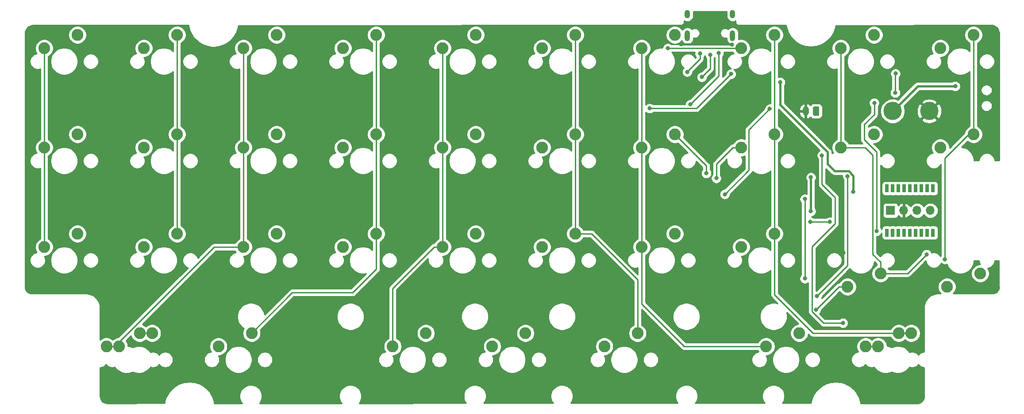
<source format=gbr>
G04 #@! TF.GenerationSoftware,KiCad,Pcbnew,(5.1.4-0)*
G04 #@! TF.CreationDate,2021-05-12T17:49:12+10:00*
G04 #@! TF.ProjectId,ble,626c652e-6b69-4636-9164-5f7063625858,rev?*
G04 #@! TF.SameCoordinates,Original*
G04 #@! TF.FileFunction,Copper,L1,Top*
G04 #@! TF.FilePolarity,Positive*
%FSLAX46Y46*%
G04 Gerber Fmt 4.6, Leading zero omitted, Abs format (unit mm)*
G04 Created by KiCad (PCBNEW (5.1.4-0)) date 2021-05-12 17:49:12*
%MOMM*%
%LPD*%
G04 APERTURE LIST*
%ADD10C,2.250000*%
%ADD11O,1.700000X1.700000*%
%ADD12R,1.700000X1.700000*%
%ADD13R,0.700000X1.524000*%
%ADD14C,3.500000*%
%ADD15O,1.000000X2.100000*%
%ADD16O,1.000000X1.600000*%
%ADD17C,0.200000*%
%ADD18C,1.200000*%
%ADD19O,1.200000X1.750000*%
%ADD20C,0.800000*%
%ADD21C,0.400000*%
%ADD22C,0.250000*%
%ADD23C,0.254000*%
G04 APERTURE END LIST*
D10*
X135890000Y-33020000D03*
X129540000Y-35560000D03*
D11*
X165735000Y-28575000D03*
X163195000Y-28575000D03*
X160655000Y-28575000D03*
D12*
X158115000Y-28575000D03*
D10*
X40640000Y-13970000D03*
X34290000Y-16510000D03*
X135890000Y-13970000D03*
X129540000Y-16510000D03*
X149860000Y-43180000D03*
X156210000Y-40640000D03*
X59690000Y-13970000D03*
X53340000Y-16510000D03*
X59690000Y-33020000D03*
X53340000Y-35560000D03*
X40640000Y-33020000D03*
X34290000Y-35560000D03*
D13*
X157418750Y-24325000D03*
X158518750Y-24325000D03*
X159618750Y-24325000D03*
X160718750Y-24325000D03*
X161818750Y-24325000D03*
X162918750Y-24325000D03*
X164018750Y-24325000D03*
X165118750Y-24325000D03*
X166218750Y-24325000D03*
X157418750Y-32825000D03*
X158518750Y-32825000D03*
X159618750Y-32825000D03*
X160718750Y-32825000D03*
X161818750Y-32825000D03*
X162918750Y-32825000D03*
X164018750Y-32825000D03*
X165118750Y-32825000D03*
X166218750Y-32825000D03*
D10*
X168910000Y-43180000D03*
X175260000Y-40640000D03*
X140652500Y-52070000D03*
X134302500Y-54610000D03*
X135890000Y5080000D03*
X129540000Y2540000D03*
X173990000Y-13970000D03*
X167640000Y-16510000D03*
X116840000Y5080000D03*
X110490000Y2540000D03*
D14*
X165525000Y-9525000D03*
X158525000Y-9525000D03*
D10*
X69215000Y-52070000D03*
X62865000Y-54610000D03*
X159702500Y-52070000D03*
X153352500Y-54610000D03*
X88265000Y-52070000D03*
X81915000Y-54610000D03*
X16827500Y-52070000D03*
X10477500Y-54610000D03*
X162083750Y-52070000D03*
X155733750Y-54610000D03*
X109696250Y-52070000D03*
X103346250Y-54610000D03*
X35877500Y-52070000D03*
X29527500Y-54610000D03*
X14446250Y-52070000D03*
X8096250Y-54610000D03*
X116840000Y-33020000D03*
X110490000Y-35560000D03*
X97790000Y-33020000D03*
X91440000Y-35560000D03*
X78740000Y-33020000D03*
X72390000Y-35560000D03*
X21590000Y-33020000D03*
X15240000Y-35560000D03*
X2540000Y-33020000D03*
X-3810000Y-35560000D03*
X154940000Y-13970000D03*
X148590000Y-16510000D03*
X116840000Y-13970000D03*
X110490000Y-16510000D03*
X97790000Y-13970000D03*
X91440000Y-16510000D03*
X78740000Y-13970000D03*
X72390000Y-16510000D03*
X21590000Y-13970000D03*
X15240000Y-16510000D03*
X2540000Y-13970000D03*
X-3810000Y-16510000D03*
X173990000Y5080000D03*
X167640000Y2540000D03*
X154940000Y5080000D03*
X148590000Y2540000D03*
X97790000Y5080000D03*
X91440000Y2540000D03*
X78740000Y5080000D03*
X72390000Y2540000D03*
X59690000Y5080000D03*
X53340000Y2540000D03*
X40640000Y5080000D03*
X34290000Y2540000D03*
X21590000Y5080000D03*
X15240000Y2540000D03*
X2540000Y5080000D03*
X-3810000Y2540000D03*
D15*
X119250000Y4890000D03*
X127890000Y4890000D03*
D16*
X119250000Y9070000D03*
X127890000Y9070000D03*
D17*
G36*
X144265505Y-8651204D02*
G01*
X144289773Y-8654804D01*
X144313572Y-8660765D01*
X144336671Y-8669030D01*
X144358850Y-8679520D01*
X144379893Y-8692132D01*
X144399599Y-8706747D01*
X144417777Y-8723223D01*
X144434253Y-8741401D01*
X144448868Y-8761107D01*
X144461480Y-8782150D01*
X144471970Y-8804329D01*
X144480235Y-8827428D01*
X144486196Y-8851227D01*
X144489796Y-8875495D01*
X144491000Y-8899999D01*
X144491000Y-10150001D01*
X144489796Y-10174505D01*
X144486196Y-10198773D01*
X144480235Y-10222572D01*
X144471970Y-10245671D01*
X144461480Y-10267850D01*
X144448868Y-10288893D01*
X144434253Y-10308599D01*
X144417777Y-10326777D01*
X144399599Y-10343253D01*
X144379893Y-10357868D01*
X144358850Y-10370480D01*
X144336671Y-10380970D01*
X144313572Y-10389235D01*
X144289773Y-10395196D01*
X144265505Y-10398796D01*
X144241001Y-10400000D01*
X143540999Y-10400000D01*
X143516495Y-10398796D01*
X143492227Y-10395196D01*
X143468428Y-10389235D01*
X143445329Y-10380970D01*
X143423150Y-10370480D01*
X143402107Y-10357868D01*
X143382401Y-10343253D01*
X143364223Y-10326777D01*
X143347747Y-10308599D01*
X143333132Y-10288893D01*
X143320520Y-10267850D01*
X143310030Y-10245671D01*
X143301765Y-10222572D01*
X143295804Y-10198773D01*
X143292204Y-10174505D01*
X143291000Y-10150001D01*
X143291000Y-8899999D01*
X143292204Y-8875495D01*
X143295804Y-8851227D01*
X143301765Y-8827428D01*
X143310030Y-8804329D01*
X143320520Y-8782150D01*
X143333132Y-8761107D01*
X143347747Y-8741401D01*
X143364223Y-8723223D01*
X143382401Y-8706747D01*
X143402107Y-8692132D01*
X143423150Y-8679520D01*
X143445329Y-8669030D01*
X143468428Y-8660765D01*
X143492227Y-8654804D01*
X143516495Y-8651204D01*
X143540999Y-8650000D01*
X144241001Y-8650000D01*
X144265505Y-8651204D01*
X144265505Y-8651204D01*
G37*
D18*
X143891000Y-9525000D03*
D19*
X141891000Y-9525000D03*
D20*
X170500000Y-4750000D03*
X126825001Y1300000D03*
X166000000Y-42070000D03*
X133500000Y-7600000D03*
X130300000Y-5700000D03*
X151000000Y-3500000D03*
X118000000Y3300000D03*
X127800000Y3225000D03*
X164300000Y-26500000D03*
X145000000Y-27500000D03*
X161925000Y-47625000D03*
X153987500Y-43656250D03*
X149100000Y-36700000D03*
X147000000Y-34000000D03*
X123825000Y7143750D03*
X142875000Y-22225000D03*
X142875000Y-28725000D03*
X151000000Y-25000000D03*
X137000000Y-4000000D03*
X122000000Y-3000000D03*
X123600000Y1300000D03*
X112000000Y-9000000D03*
X159000000Y-6000000D03*
X159068599Y-2318901D03*
X127600000Y-2400000D03*
X115500000Y2500000D03*
X124775000Y-22381250D03*
X135000000Y-9100000D03*
X126400000Y-25460000D03*
X144000000Y-45000000D03*
X149900000Y-22000000D03*
X149000000Y-50125001D03*
X145000000Y-18000000D03*
X121640000Y1500000D03*
X119200000Y-2000000D03*
X119800001Y-8250001D03*
X125220000Y1620000D03*
X155000000Y-7950000D03*
X155450000Y-32500000D03*
X146500000Y-30775000D03*
X142775000Y-30775000D03*
X165000000Y-37000000D03*
X168500000Y-37900000D03*
X141700000Y-41600000D03*
X141700000Y-26375000D03*
X122875000Y-21425000D03*
X143830000Y-47610000D03*
D21*
X170500000Y-4750000D02*
X163300000Y-4750000D01*
X163300000Y-4750000D02*
X158500000Y-9550000D01*
X127725000Y3300000D02*
X127800000Y3225000D01*
X118000000Y3300000D02*
X127725000Y3300000D01*
D22*
X149100000Y-36100000D02*
X147000000Y-34000000D01*
X149100000Y-36700000D02*
X149100000Y-36100000D01*
D21*
X142875000Y-25400000D02*
X142875000Y-22225000D01*
X142875000Y-25400000D02*
X142875000Y-28725000D01*
X151000000Y-25000000D02*
X151000000Y-21915998D01*
X147382998Y-21000000D02*
X146044999Y-19662001D01*
X150084002Y-21000000D02*
X147382998Y-21000000D01*
X151000000Y-21915998D02*
X150084002Y-21000000D01*
X137000000Y-8300000D02*
X146044999Y-17344999D01*
X137000000Y-4000000D02*
X137000000Y-8300000D01*
X146044999Y-19662001D02*
X146044999Y-17344999D01*
D22*
X123600000Y-1400000D02*
X123565000Y-1435000D01*
X123600000Y1300000D02*
X123600000Y-1400000D01*
X123565000Y-1435000D02*
X122000000Y-3000000D01*
X121000000Y-9000000D02*
X112000000Y-9000000D01*
X159000000Y-2387500D02*
X159068599Y-2318901D01*
X159000000Y-6000000D02*
X159000000Y-2387500D01*
X127600000Y-2400000D02*
X121000000Y-9000000D01*
X115500000Y2500000D02*
X129600000Y2500000D01*
X127949010Y-16510000D02*
X124775000Y-19684010D01*
X124775000Y-21815565D02*
X124775000Y-22381250D01*
X124775000Y-19684010D02*
X124775000Y-21815565D01*
X129540000Y-16510000D02*
X127949010Y-16510000D01*
X130990001Y-13109999D02*
X135000000Y-9100000D01*
X130990001Y-20869999D02*
X130990001Y-13109999D01*
X126400000Y-25460000D02*
X130990001Y-20869999D01*
X149900000Y-29320412D02*
X149900000Y-22000000D01*
X149900000Y-39100000D02*
X149900000Y-29320412D01*
X144000000Y-45000000D02*
X149900000Y-39100000D01*
X145000000Y-18506002D02*
X145000000Y-18000000D01*
X145000000Y-23565998D02*
X145000000Y-18506002D01*
X147492001Y-26057999D02*
X145000000Y-23565998D01*
X147492001Y-31092001D02*
X147492001Y-26057999D01*
X143104999Y-35479003D02*
X147492001Y-31092001D01*
X143104999Y-47958001D02*
X143104999Y-35479003D01*
X145271999Y-50125001D02*
X143104999Y-47958001D01*
X149000000Y-50125001D02*
X145271999Y-50125001D01*
X72390000Y2540000D02*
X72390000Y-36353750D01*
X70799010Y-35560000D02*
X62870000Y-43489010D01*
X72390000Y-35560000D02*
X70799010Y-35560000D01*
X62870000Y-43489010D02*
X62870000Y-54610000D01*
X153352500Y-54610000D02*
X155940000Y-54610000D01*
X121640000Y483998D02*
X119200000Y-1956002D01*
X119200000Y-1956002D02*
X119200000Y-2000000D01*
X121640000Y1500000D02*
X121640000Y483998D01*
X125220000Y-2830002D02*
X125220000Y1620000D01*
X119800001Y-8250001D02*
X125220000Y-2830002D01*
X155000000Y-7950000D02*
X155000000Y-8700000D01*
X155000000Y-8700000D02*
X155000000Y-9071002D01*
X153100000Y-12050000D02*
X153100000Y-15000000D01*
X155000000Y-10150000D02*
X153100000Y-12050000D01*
X155450000Y-17350000D02*
X155450000Y-32500000D01*
X153100000Y-15000000D02*
X155450000Y-17350000D01*
X155000000Y-8700000D02*
X155000000Y-10150000D01*
X-3810000Y2540000D02*
X-3810000Y-35560000D01*
X146500000Y-30775000D02*
X142775000Y-30775000D01*
X21590000Y5080000D02*
X21590000Y-32702500D01*
X34290000Y2540000D02*
X34290000Y-35083750D01*
X9687240Y-54610000D02*
X28697240Y-35600000D01*
X8096250Y-54610000D02*
X9687240Y-54610000D01*
X28697240Y-35600000D02*
X34300000Y-35600000D01*
X59690000Y5080000D02*
X59690000Y-32702500D01*
X35877500Y-52070000D02*
X43647500Y-44300000D01*
X43647500Y-44300000D02*
X55200000Y-44300000D01*
X55200000Y-44300000D02*
X59700000Y-39800000D01*
X59700000Y-39800000D02*
X59700000Y-33000000D01*
X97790000Y-33020000D02*
X97790000Y5397500D01*
X97790000Y-33020000D02*
X100890000Y-33020000D01*
X100890000Y-33020000D02*
X109700000Y-41830000D01*
X109700000Y-41830000D02*
X109700000Y-52010000D01*
X110490000Y2540000D02*
X110490000Y-35560000D01*
X110490000Y-35560000D02*
X110490000Y-46490000D01*
X118610000Y-54610000D02*
X118475000Y-54475000D01*
X134302500Y-54610000D02*
X118610000Y-54610000D01*
X110490000Y-46490000D02*
X118475000Y-54475000D01*
X135890000Y5080000D02*
X135890000Y-33110000D01*
X135890000Y-38886502D02*
X135890000Y-33100000D01*
X143270000Y-52070000D02*
X135890000Y-44690000D01*
X135890000Y-44690000D02*
X135890000Y-38886502D01*
X159702500Y-52070000D02*
X143270000Y-52070000D01*
X159702500Y-52070000D02*
X162260000Y-52070000D01*
X148590000Y2540000D02*
X148590000Y-16510000D01*
X165000000Y-37000000D02*
X161400000Y-40600000D01*
X161360000Y-40640000D02*
X161400000Y-40600000D01*
X156210000Y-40640000D02*
X161360000Y-40640000D01*
X156210000Y-38460002D02*
X156210000Y-40640000D01*
X154724999Y-36975001D02*
X156210000Y-38460002D01*
X153291974Y-16510000D02*
X154724999Y-17943025D01*
X154724999Y-17943025D02*
X154724999Y-36975001D01*
X148590000Y-16510000D02*
X153291974Y-16510000D01*
X173990000Y5080000D02*
X173990000Y-14128750D01*
X168500000Y-18568026D02*
X173168026Y-13900000D01*
X168500000Y-37900000D02*
X168500000Y-18568026D01*
X141700000Y-41600000D02*
X141700000Y-27600000D01*
X141700000Y-27600000D02*
X141700000Y-26375000D01*
X122875000Y-20005000D02*
X116840000Y-13970000D01*
X122875000Y-20005000D02*
X122875000Y-21425000D01*
X122875000Y-21425000D02*
X122875000Y-21431250D01*
X149800000Y-44200000D02*
X149800000Y-43100000D01*
X143830000Y-47610000D02*
X148260000Y-43180000D01*
X148260000Y-43180000D02*
X149860000Y-43180000D01*
X16037240Y-52070000D02*
X16047240Y-52060000D01*
X14446250Y-52070000D02*
X16037240Y-52070000D01*
D23*
G36*
X126755000Y9425751D02*
G01*
X126755000Y8714248D01*
X126771423Y8547501D01*
X126836324Y8333553D01*
X126941717Y8136377D01*
X127083552Y7963551D01*
X127256378Y7821716D01*
X127453554Y7716324D01*
X127667502Y7651423D01*
X127890000Y7629509D01*
X128112499Y7651423D01*
X128326447Y7716324D01*
X128410001Y7760984D01*
X128410001Y7611739D01*
X128406809Y7578625D01*
X128413274Y7514345D01*
X128419551Y7450617D01*
X128419750Y7449960D01*
X128419820Y7449268D01*
X128438716Y7387438D01*
X128457291Y7326207D01*
X128457615Y7325600D01*
X128457818Y7324937D01*
X128488355Y7268090D01*
X128518576Y7211550D01*
X128519013Y7211017D01*
X128519341Y7210407D01*
X128560319Y7160686D01*
X128601053Y7111052D01*
X128601587Y7110614D01*
X128602026Y7110081D01*
X128651871Y7069346D01*
X128701551Y7028575D01*
X128702159Y7028250D01*
X128702695Y7027812D01*
X128759555Y6997571D01*
X128816208Y6967290D01*
X128816869Y6967090D01*
X128817479Y6966765D01*
X128879108Y6948209D01*
X128940618Y6929550D01*
X128941305Y6929482D01*
X128941967Y6929283D01*
X129005712Y6923139D01*
X129070000Y6916807D01*
X129103111Y6920068D01*
X138112347Y6938759D01*
X138135794Y6708300D01*
X138147623Y6649683D01*
X138158640Y6590868D01*
X138161274Y6582038D01*
X138399344Y5803796D01*
X138422336Y5748586D01*
X138444565Y5693036D01*
X138448864Y5684885D01*
X138833563Y4967706D01*
X138866819Y4918047D01*
X138899435Y4867839D01*
X138905236Y4860679D01*
X139421909Y4231880D01*
X139464179Y4189624D01*
X139505924Y4146710D01*
X139513005Y4140813D01*
X140141971Y3624345D01*
X140191702Y3591065D01*
X140240930Y3557116D01*
X140249022Y3552706D01*
X140966326Y3168241D01*
X141021499Y3145286D01*
X141076458Y3121513D01*
X141085252Y3118760D01*
X141863572Y2880942D01*
X141922156Y2869139D01*
X141980682Y2856495D01*
X141989844Y2855502D01*
X142799532Y2773389D01*
X142859311Y2773190D01*
X142919161Y2772155D01*
X142928341Y2772960D01*
X143738559Y2849681D01*
X143797279Y2861105D01*
X143856149Y2871707D01*
X143864998Y2874280D01*
X144644884Y3106912D01*
X144700266Y3129523D01*
X144755956Y3151358D01*
X144764132Y3155599D01*
X144764137Y3155601D01*
X144764141Y3155604D01*
X145483984Y3535283D01*
X145533878Y3568194D01*
X145584307Y3600456D01*
X145591508Y3606207D01*
X146223899Y4118477D01*
X146266504Y4160505D01*
X146309653Y4201897D01*
X146315600Y4208936D01*
X146836446Y4834283D01*
X146870040Y4883733D01*
X146904364Y4932769D01*
X146908830Y4940830D01*
X147079153Y5253345D01*
X153180000Y5253345D01*
X153180000Y4906655D01*
X153247636Y4566627D01*
X153380308Y4246327D01*
X153572919Y3958065D01*
X153818065Y3712919D01*
X154106327Y3520308D01*
X154426627Y3387636D01*
X154766655Y3320000D01*
X155113345Y3320000D01*
X155453373Y3387636D01*
X155773673Y3520308D01*
X156061935Y3712919D01*
X156307081Y3958065D01*
X156499692Y4246327D01*
X156632364Y4566627D01*
X156700000Y4906655D01*
X156700000Y5253345D01*
X156632364Y5593373D01*
X156499692Y5913673D01*
X156307081Y6201935D01*
X156061935Y6447081D01*
X155773673Y6639692D01*
X155453373Y6772364D01*
X155113345Y6840000D01*
X154766655Y6840000D01*
X154426627Y6772364D01*
X154106327Y6639692D01*
X153818065Y6447081D01*
X153572919Y6201935D01*
X153380308Y5913673D01*
X153247636Y5593373D01*
X153180000Y5253345D01*
X147079153Y5253345D01*
X147298293Y5655431D01*
X147321658Y5710503D01*
X147345788Y5765235D01*
X147348604Y5774009D01*
X147591850Y6550649D01*
X147604072Y6609202D01*
X147617113Y6667587D01*
X147618170Y6676741D01*
X147642154Y6897851D01*
X177278186Y6939954D01*
X177618255Y6906610D01*
X177914775Y6817085D01*
X178188252Y6671675D01*
X178428278Y6475914D01*
X178625712Y6237257D01*
X178773027Y5964803D01*
X178864621Y5668913D01*
X178884604Y5478785D01*
X178875208Y5383591D01*
X178870089Y-18948000D01*
X178040000Y-18948000D01*
X178040000Y-18901278D01*
X177981971Y-18609549D01*
X177868144Y-18334747D01*
X177702893Y-18087431D01*
X177492569Y-17877107D01*
X177245253Y-17711856D01*
X176970451Y-17598029D01*
X176678722Y-17540000D01*
X176381278Y-17540000D01*
X176089549Y-17598029D01*
X175814747Y-17711856D01*
X175567431Y-17877107D01*
X175357107Y-18087431D01*
X175191856Y-18334747D01*
X175078029Y-18609549D01*
X175020000Y-18901278D01*
X175020000Y-18948000D01*
X174078900Y-18948000D01*
X174078900Y-18791076D01*
X173977873Y-18283178D01*
X173779701Y-17804749D01*
X173492000Y-17374174D01*
X173125826Y-17008000D01*
X172695251Y-16720299D01*
X172216822Y-16522127D01*
X171719603Y-16423224D01*
X172836906Y-15305922D01*
X172868065Y-15337081D01*
X173156327Y-15529692D01*
X173476627Y-15662364D01*
X173816655Y-15730000D01*
X174163345Y-15730000D01*
X174503373Y-15662364D01*
X174823673Y-15529692D01*
X175111935Y-15337081D01*
X175357081Y-15091935D01*
X175549692Y-14803673D01*
X175682364Y-14483373D01*
X175750000Y-14143345D01*
X175750000Y-13796655D01*
X175682364Y-13456627D01*
X175549692Y-13136327D01*
X175357081Y-12848065D01*
X175111935Y-12602919D01*
X174823673Y-12410308D01*
X174750000Y-12379792D01*
X174750000Y-8393137D01*
X175395000Y-8393137D01*
X175395000Y-8606863D01*
X175436696Y-8816483D01*
X175518485Y-9013940D01*
X175637225Y-9191647D01*
X175788353Y-9342775D01*
X175966060Y-9461515D01*
X176163517Y-9543304D01*
X176373137Y-9585000D01*
X176586863Y-9585000D01*
X176796483Y-9543304D01*
X176993940Y-9461515D01*
X177171647Y-9342775D01*
X177322775Y-9191647D01*
X177441515Y-9013940D01*
X177523304Y-8816483D01*
X177565000Y-8606863D01*
X177565000Y-8393137D01*
X177523304Y-8183517D01*
X177441515Y-7986060D01*
X177322775Y-7808353D01*
X177171647Y-7657225D01*
X176993940Y-7538485D01*
X176796483Y-7456696D01*
X176586863Y-7415000D01*
X176373137Y-7415000D01*
X176163517Y-7456696D01*
X175966060Y-7538485D01*
X175788353Y-7657225D01*
X175637225Y-7808353D01*
X175518485Y-7986060D01*
X175436696Y-8183517D01*
X175395000Y-8393137D01*
X174750000Y-8393137D01*
X174750000Y-5393137D01*
X175395000Y-5393137D01*
X175395000Y-5606863D01*
X175436696Y-5816483D01*
X175518485Y-6013940D01*
X175637225Y-6191647D01*
X175788353Y-6342775D01*
X175966060Y-6461515D01*
X176163517Y-6543304D01*
X176373137Y-6585000D01*
X176586863Y-6585000D01*
X176796483Y-6543304D01*
X176993940Y-6461515D01*
X177171647Y-6342775D01*
X177322775Y-6191647D01*
X177441515Y-6013940D01*
X177523304Y-5816483D01*
X177565000Y-5606863D01*
X177565000Y-5393137D01*
X177523304Y-5183517D01*
X177441515Y-4986060D01*
X177322775Y-4808353D01*
X177171647Y-4657225D01*
X176993940Y-4538485D01*
X176796483Y-4456696D01*
X176586863Y-4415000D01*
X176373137Y-4415000D01*
X176163517Y-4456696D01*
X175966060Y-4538485D01*
X175788353Y-4657225D01*
X175637225Y-4808353D01*
X175518485Y-4986060D01*
X175436696Y-5183517D01*
X175395000Y-5393137D01*
X174750000Y-5393137D01*
X174750000Y148722D01*
X175020000Y148722D01*
X175020000Y-148722D01*
X175078029Y-440451D01*
X175191856Y-715253D01*
X175357107Y-962569D01*
X175567431Y-1172893D01*
X175814747Y-1338144D01*
X176089549Y-1451971D01*
X176381278Y-1510000D01*
X176678722Y-1510000D01*
X176970451Y-1451971D01*
X177245253Y-1338144D01*
X177492569Y-1172893D01*
X177702893Y-962569D01*
X177868144Y-715253D01*
X177981971Y-440451D01*
X178040000Y-148722D01*
X178040000Y148722D01*
X177981971Y440451D01*
X177868144Y715253D01*
X177702893Y962569D01*
X177492569Y1172893D01*
X177245253Y1338144D01*
X176970451Y1451971D01*
X176678722Y1510000D01*
X176381278Y1510000D01*
X176089549Y1451971D01*
X175814747Y1338144D01*
X175567431Y1172893D01*
X175357107Y962569D01*
X175191856Y715253D01*
X175078029Y440451D01*
X175020000Y148722D01*
X174750000Y148722D01*
X174750000Y3489792D01*
X174823673Y3520308D01*
X175111935Y3712919D01*
X175357081Y3958065D01*
X175549692Y4246327D01*
X175682364Y4566627D01*
X175750000Y4906655D01*
X175750000Y5253345D01*
X175682364Y5593373D01*
X175549692Y5913673D01*
X175357081Y6201935D01*
X175111935Y6447081D01*
X174823673Y6639692D01*
X174503373Y6772364D01*
X174163345Y6840000D01*
X173816655Y6840000D01*
X173476627Y6772364D01*
X173156327Y6639692D01*
X172868065Y6447081D01*
X172622919Y6201935D01*
X172430308Y5913673D01*
X172297636Y5593373D01*
X172230000Y5253345D01*
X172230000Y4906655D01*
X172297636Y4566627D01*
X172430308Y4246327D01*
X172622919Y3958065D01*
X172868065Y3712919D01*
X173156327Y3520308D01*
X173230000Y3489792D01*
X173230000Y1937826D01*
X173125826Y2042000D01*
X172695251Y2329701D01*
X172216822Y2527873D01*
X171708924Y2628900D01*
X171191076Y2628900D01*
X170683178Y2527873D01*
X170204749Y2329701D01*
X169774174Y2042000D01*
X169408000Y1675826D01*
X169120299Y1245251D01*
X168922127Y766822D01*
X168821100Y258924D01*
X168821100Y-258924D01*
X168922127Y-766822D01*
X169120299Y-1245251D01*
X169408000Y-1675826D01*
X169774174Y-2042000D01*
X170204749Y-2329701D01*
X170683178Y-2527873D01*
X171191076Y-2628900D01*
X171708924Y-2628900D01*
X172216822Y-2527873D01*
X172695251Y-2329701D01*
X173125826Y-2042000D01*
X173230000Y-1937826D01*
X173230001Y-12379791D01*
X173156327Y-12410308D01*
X172868065Y-12602919D01*
X172622919Y-12848065D01*
X172430308Y-13136327D01*
X172297636Y-13456627D01*
X172238301Y-13754923D01*
X169400000Y-16593225D01*
X169400000Y-16336655D01*
X169332364Y-15996627D01*
X169199692Y-15676327D01*
X169007081Y-15388065D01*
X168761935Y-15142919D01*
X168473673Y-14950308D01*
X168153373Y-14817636D01*
X167813345Y-14750000D01*
X167466655Y-14750000D01*
X167126627Y-14817636D01*
X166806327Y-14950308D01*
X166518065Y-15142919D01*
X166272919Y-15388065D01*
X166080308Y-15676327D01*
X165947636Y-15996627D01*
X165880000Y-16336655D01*
X165880000Y-16683345D01*
X165947636Y-17023373D01*
X166080308Y-17343673D01*
X166212638Y-17541719D01*
X165929549Y-17598029D01*
X165654747Y-17711856D01*
X165407431Y-17877107D01*
X165197107Y-18087431D01*
X165031856Y-18334747D01*
X164918029Y-18609549D01*
X164860000Y-18901278D01*
X164860000Y-19198722D01*
X164918029Y-19490451D01*
X165031856Y-19765253D01*
X165197107Y-20012569D01*
X165407431Y-20222893D01*
X165654747Y-20388144D01*
X165929549Y-20501971D01*
X166221278Y-20560000D01*
X166518722Y-20560000D01*
X166810451Y-20501971D01*
X167085253Y-20388144D01*
X167332569Y-20222893D01*
X167542893Y-20012569D01*
X167708144Y-19765253D01*
X167740001Y-19688344D01*
X167740000Y-37196289D01*
X167696063Y-37240226D01*
X167653821Y-37303446D01*
X167542893Y-37137431D01*
X167332569Y-36927107D01*
X167085253Y-36761856D01*
X166810451Y-36648029D01*
X166518722Y-36590000D01*
X166221278Y-36590000D01*
X165971064Y-36639771D01*
X165917205Y-36509744D01*
X165803937Y-36340226D01*
X165659774Y-36196063D01*
X165490256Y-36082795D01*
X165301898Y-36004774D01*
X165101939Y-35965000D01*
X164898061Y-35965000D01*
X164698102Y-36004774D01*
X164509744Y-36082795D01*
X164340226Y-36196063D01*
X164196063Y-36340226D01*
X164082795Y-36509744D01*
X164004774Y-36698102D01*
X163965000Y-36898061D01*
X163965000Y-36960198D01*
X161045199Y-39880000D01*
X157800208Y-39880000D01*
X157769692Y-39806327D01*
X157637362Y-39608281D01*
X157920451Y-39551971D01*
X158195253Y-39438144D01*
X158442569Y-39272893D01*
X158652893Y-39062569D01*
X158818144Y-38815253D01*
X158931971Y-38540451D01*
X158990000Y-38248722D01*
X158990000Y-37951278D01*
X158931971Y-37659549D01*
X158818144Y-37384747D01*
X158652893Y-37137431D01*
X158442569Y-36927107D01*
X158195253Y-36761856D01*
X157920451Y-36648029D01*
X157628722Y-36590000D01*
X157331278Y-36590000D01*
X157039549Y-36648029D01*
X156764747Y-36761856D01*
X156517431Y-36927107D01*
X156307107Y-37137431D01*
X156168969Y-37344169D01*
X155484999Y-36660200D01*
X155484999Y-33535000D01*
X155551939Y-33535000D01*
X155751898Y-33495226D01*
X155940256Y-33417205D01*
X156109774Y-33303937D01*
X156253937Y-33159774D01*
X156367205Y-32990256D01*
X156430678Y-32837020D01*
X156430678Y-33587000D01*
X156442938Y-33711482D01*
X156479248Y-33831180D01*
X156538213Y-33941494D01*
X156617565Y-34038185D01*
X156714256Y-34117537D01*
X156824570Y-34176502D01*
X156944268Y-34212812D01*
X157068750Y-34225072D01*
X157768750Y-34225072D01*
X157893232Y-34212812D01*
X157968750Y-34189904D01*
X158044268Y-34212812D01*
X158168750Y-34225072D01*
X158868750Y-34225072D01*
X158993232Y-34212812D01*
X159068750Y-34189904D01*
X159144268Y-34212812D01*
X159268750Y-34225072D01*
X159968750Y-34225072D01*
X160093232Y-34212812D01*
X160168750Y-34189904D01*
X160244268Y-34212812D01*
X160368750Y-34225072D01*
X161068750Y-34225072D01*
X161193232Y-34212812D01*
X161268750Y-34189904D01*
X161344268Y-34212812D01*
X161468750Y-34225072D01*
X162168750Y-34225072D01*
X162293232Y-34212812D01*
X162368750Y-34189904D01*
X162444268Y-34212812D01*
X162568750Y-34225072D01*
X163268750Y-34225072D01*
X163393232Y-34212812D01*
X163468750Y-34189904D01*
X163544268Y-34212812D01*
X163668750Y-34225072D01*
X164368750Y-34225072D01*
X164493232Y-34212812D01*
X164568750Y-34189904D01*
X164644268Y-34212812D01*
X164768750Y-34225072D01*
X165468750Y-34225072D01*
X165593232Y-34212812D01*
X165668750Y-34189904D01*
X165744268Y-34212812D01*
X165868750Y-34225072D01*
X166568750Y-34225072D01*
X166693232Y-34212812D01*
X166812930Y-34176502D01*
X166923244Y-34117537D01*
X167019935Y-34038185D01*
X167099287Y-33941494D01*
X167158252Y-33831180D01*
X167194562Y-33711482D01*
X167206822Y-33587000D01*
X167206822Y-32063000D01*
X167194562Y-31938518D01*
X167158252Y-31818820D01*
X167099287Y-31708506D01*
X167019935Y-31611815D01*
X166923244Y-31532463D01*
X166812930Y-31473498D01*
X166693232Y-31437188D01*
X166568750Y-31424928D01*
X165868750Y-31424928D01*
X165744268Y-31437188D01*
X165668750Y-31460096D01*
X165593232Y-31437188D01*
X165468750Y-31424928D01*
X164768750Y-31424928D01*
X164644268Y-31437188D01*
X164568750Y-31460096D01*
X164493232Y-31437188D01*
X164368750Y-31424928D01*
X163668750Y-31424928D01*
X163544268Y-31437188D01*
X163468750Y-31460096D01*
X163393232Y-31437188D01*
X163268750Y-31424928D01*
X162568750Y-31424928D01*
X162444268Y-31437188D01*
X162368750Y-31460096D01*
X162293232Y-31437188D01*
X162168750Y-31424928D01*
X161468750Y-31424928D01*
X161344268Y-31437188D01*
X161268750Y-31460096D01*
X161193232Y-31437188D01*
X161068750Y-31424928D01*
X160368750Y-31424928D01*
X160244268Y-31437188D01*
X160168750Y-31460096D01*
X160093232Y-31437188D01*
X159968750Y-31424928D01*
X159268750Y-31424928D01*
X159144268Y-31437188D01*
X159068750Y-31460096D01*
X158993232Y-31437188D01*
X158868750Y-31424928D01*
X158168750Y-31424928D01*
X158044268Y-31437188D01*
X157968750Y-31460096D01*
X157893232Y-31437188D01*
X157768750Y-31424928D01*
X157068750Y-31424928D01*
X156944268Y-31437188D01*
X156824570Y-31473498D01*
X156714256Y-31532463D01*
X156617565Y-31611815D01*
X156538213Y-31708506D01*
X156479248Y-31818820D01*
X156442938Y-31938518D01*
X156430678Y-32063000D01*
X156430678Y-32162980D01*
X156367205Y-32009744D01*
X156253937Y-31840226D01*
X156210000Y-31796289D01*
X156210000Y-27725000D01*
X156626928Y-27725000D01*
X156626928Y-29425000D01*
X156639188Y-29549482D01*
X156675498Y-29669180D01*
X156734463Y-29779494D01*
X156813815Y-29876185D01*
X156910506Y-29955537D01*
X157020820Y-30014502D01*
X157140518Y-30050812D01*
X157265000Y-30063072D01*
X158965000Y-30063072D01*
X159089482Y-30050812D01*
X159209180Y-30014502D01*
X159319494Y-29955537D01*
X159416185Y-29876185D01*
X159495537Y-29779494D01*
X159554502Y-29669180D01*
X159578966Y-29588534D01*
X159654731Y-29672588D01*
X159888080Y-29846641D01*
X160150901Y-29971825D01*
X160298110Y-30016476D01*
X160528000Y-29895155D01*
X160528000Y-28702000D01*
X160508000Y-28702000D01*
X160508000Y-28448000D01*
X160528000Y-28448000D01*
X160528000Y-27254845D01*
X160782000Y-27254845D01*
X160782000Y-28448000D01*
X160802000Y-28448000D01*
X160802000Y-28702000D01*
X160782000Y-28702000D01*
X160782000Y-29895155D01*
X161011890Y-30016476D01*
X161159099Y-29971825D01*
X161421920Y-29846641D01*
X161655269Y-29672588D01*
X161850178Y-29456355D01*
X161919799Y-29339477D01*
X161954294Y-29404014D01*
X162139866Y-29630134D01*
X162365986Y-29815706D01*
X162623966Y-29953599D01*
X162903889Y-30038513D01*
X163122050Y-30060000D01*
X163267950Y-30060000D01*
X163486111Y-30038513D01*
X163766034Y-29953599D01*
X164024014Y-29815706D01*
X164250134Y-29630134D01*
X164435706Y-29404014D01*
X164465000Y-29349209D01*
X164494294Y-29404014D01*
X164679866Y-29630134D01*
X164905986Y-29815706D01*
X165163966Y-29953599D01*
X165443889Y-30038513D01*
X165662050Y-30060000D01*
X165807950Y-30060000D01*
X166026111Y-30038513D01*
X166306034Y-29953599D01*
X166564014Y-29815706D01*
X166790134Y-29630134D01*
X166975706Y-29404014D01*
X167113599Y-29146034D01*
X167198513Y-28866111D01*
X167227185Y-28575000D01*
X167198513Y-28283889D01*
X167113599Y-28003966D01*
X166975706Y-27745986D01*
X166790134Y-27519866D01*
X166564014Y-27334294D01*
X166306034Y-27196401D01*
X166026111Y-27111487D01*
X165807950Y-27090000D01*
X165662050Y-27090000D01*
X165443889Y-27111487D01*
X165163966Y-27196401D01*
X164905986Y-27334294D01*
X164679866Y-27519866D01*
X164494294Y-27745986D01*
X164465000Y-27800791D01*
X164435706Y-27745986D01*
X164250134Y-27519866D01*
X164024014Y-27334294D01*
X163766034Y-27196401D01*
X163486111Y-27111487D01*
X163267950Y-27090000D01*
X163122050Y-27090000D01*
X162903889Y-27111487D01*
X162623966Y-27196401D01*
X162365986Y-27334294D01*
X162139866Y-27519866D01*
X161954294Y-27745986D01*
X161919799Y-27810523D01*
X161850178Y-27693645D01*
X161655269Y-27477412D01*
X161421920Y-27303359D01*
X161159099Y-27178175D01*
X161011890Y-27133524D01*
X160782000Y-27254845D01*
X160528000Y-27254845D01*
X160298110Y-27133524D01*
X160150901Y-27178175D01*
X159888080Y-27303359D01*
X159654731Y-27477412D01*
X159578966Y-27561466D01*
X159554502Y-27480820D01*
X159495537Y-27370506D01*
X159416185Y-27273815D01*
X159319494Y-27194463D01*
X159209180Y-27135498D01*
X159089482Y-27099188D01*
X158965000Y-27086928D01*
X157265000Y-27086928D01*
X157140518Y-27099188D01*
X157020820Y-27135498D01*
X156910506Y-27194463D01*
X156813815Y-27273815D01*
X156734463Y-27370506D01*
X156675498Y-27480820D01*
X156639188Y-27600518D01*
X156626928Y-27725000D01*
X156210000Y-27725000D01*
X156210000Y-23563000D01*
X156430678Y-23563000D01*
X156430678Y-25087000D01*
X156442938Y-25211482D01*
X156479248Y-25331180D01*
X156538213Y-25441494D01*
X156617565Y-25538185D01*
X156714256Y-25617537D01*
X156824570Y-25676502D01*
X156944268Y-25712812D01*
X157068750Y-25725072D01*
X157768750Y-25725072D01*
X157893232Y-25712812D01*
X157968750Y-25689904D01*
X158044268Y-25712812D01*
X158168750Y-25725072D01*
X158868750Y-25725072D01*
X158993232Y-25712812D01*
X159068750Y-25689904D01*
X159144268Y-25712812D01*
X159268750Y-25725072D01*
X159968750Y-25725072D01*
X160093232Y-25712812D01*
X160168750Y-25689904D01*
X160244268Y-25712812D01*
X160368750Y-25725072D01*
X161068750Y-25725072D01*
X161193232Y-25712812D01*
X161268750Y-25689904D01*
X161344268Y-25712812D01*
X161468750Y-25725072D01*
X162168750Y-25725072D01*
X162293232Y-25712812D01*
X162368750Y-25689904D01*
X162444268Y-25712812D01*
X162568750Y-25725072D01*
X163268750Y-25725072D01*
X163393232Y-25712812D01*
X163468750Y-25689904D01*
X163544268Y-25712812D01*
X163668750Y-25725072D01*
X164368750Y-25725072D01*
X164493232Y-25712812D01*
X164568750Y-25689904D01*
X164644268Y-25712812D01*
X164768750Y-25725072D01*
X165468750Y-25725072D01*
X165593232Y-25712812D01*
X165668750Y-25689904D01*
X165744268Y-25712812D01*
X165868750Y-25725072D01*
X166568750Y-25725072D01*
X166693232Y-25712812D01*
X166812930Y-25676502D01*
X166923244Y-25617537D01*
X167019935Y-25538185D01*
X167099287Y-25441494D01*
X167158252Y-25331180D01*
X167194562Y-25211482D01*
X167206822Y-25087000D01*
X167206822Y-23563000D01*
X167194562Y-23438518D01*
X167158252Y-23318820D01*
X167099287Y-23208506D01*
X167019935Y-23111815D01*
X166923244Y-23032463D01*
X166812930Y-22973498D01*
X166693232Y-22937188D01*
X166568750Y-22924928D01*
X165868750Y-22924928D01*
X165744268Y-22937188D01*
X165668750Y-22960096D01*
X165593232Y-22937188D01*
X165468750Y-22924928D01*
X164768750Y-22924928D01*
X164644268Y-22937188D01*
X164568750Y-22960096D01*
X164493232Y-22937188D01*
X164368750Y-22924928D01*
X163668750Y-22924928D01*
X163544268Y-22937188D01*
X163468750Y-22960096D01*
X163393232Y-22937188D01*
X163268750Y-22924928D01*
X162568750Y-22924928D01*
X162444268Y-22937188D01*
X162368750Y-22960096D01*
X162293232Y-22937188D01*
X162168750Y-22924928D01*
X161468750Y-22924928D01*
X161344268Y-22937188D01*
X161268750Y-22960096D01*
X161193232Y-22937188D01*
X161068750Y-22924928D01*
X160368750Y-22924928D01*
X160244268Y-22937188D01*
X160168750Y-22960096D01*
X160093232Y-22937188D01*
X159968750Y-22924928D01*
X159268750Y-22924928D01*
X159144268Y-22937188D01*
X159068750Y-22960096D01*
X158993232Y-22937188D01*
X158868750Y-22924928D01*
X158168750Y-22924928D01*
X158044268Y-22937188D01*
X157968750Y-22960096D01*
X157893232Y-22937188D01*
X157768750Y-22924928D01*
X157068750Y-22924928D01*
X156944268Y-22937188D01*
X156824570Y-22973498D01*
X156714256Y-23032463D01*
X156617565Y-23111815D01*
X156538213Y-23208506D01*
X156479248Y-23318820D01*
X156442938Y-23438518D01*
X156430678Y-23563000D01*
X156210000Y-23563000D01*
X156210000Y-19867238D01*
X156307107Y-20012569D01*
X156517431Y-20222893D01*
X156764747Y-20388144D01*
X157039549Y-20501971D01*
X157331278Y-20560000D01*
X157628722Y-20560000D01*
X157920451Y-20501971D01*
X158195253Y-20388144D01*
X158442569Y-20222893D01*
X158652893Y-20012569D01*
X158818144Y-19765253D01*
X158931971Y-19490451D01*
X158990000Y-19198722D01*
X158990000Y-18901278D01*
X158931971Y-18609549D01*
X158818144Y-18334747D01*
X158652893Y-18087431D01*
X158442569Y-17877107D01*
X158195253Y-17711856D01*
X157920451Y-17598029D01*
X157628722Y-17540000D01*
X157331278Y-17540000D01*
X157039549Y-17598029D01*
X156764747Y-17711856D01*
X156517431Y-17877107D01*
X156307107Y-18087431D01*
X156210000Y-18232762D01*
X156210000Y-17387323D01*
X156213676Y-17350000D01*
X156210000Y-17312677D01*
X156210000Y-17312667D01*
X156199003Y-17201014D01*
X156155546Y-17057753D01*
X156084974Y-16925724D01*
X155990001Y-16809999D01*
X155961004Y-16786202D01*
X154904802Y-15730000D01*
X155113345Y-15730000D01*
X155453373Y-15662364D01*
X155773673Y-15529692D01*
X156061935Y-15337081D01*
X156307081Y-15091935D01*
X156499692Y-14803673D01*
X156632364Y-14483373D01*
X156700000Y-14143345D01*
X156700000Y-13796655D01*
X156632364Y-13456627D01*
X156499692Y-13136327D01*
X156307081Y-12848065D01*
X156061935Y-12602919D01*
X155773673Y-12410308D01*
X155453373Y-12277636D01*
X155113345Y-12210000D01*
X154766655Y-12210000D01*
X154426627Y-12277636D01*
X154106327Y-12410308D01*
X153860000Y-12574899D01*
X153860000Y-12364801D01*
X155511003Y-10713799D01*
X155540001Y-10690001D01*
X155634974Y-10574276D01*
X155705546Y-10442247D01*
X155749003Y-10298986D01*
X155760000Y-10187333D01*
X155760000Y-10187325D01*
X155763676Y-10150000D01*
X155760000Y-10112675D01*
X155760000Y-9290098D01*
X156140000Y-9290098D01*
X156140000Y-9759902D01*
X156231654Y-10220679D01*
X156411440Y-10654721D01*
X156672450Y-11045349D01*
X157004651Y-11377550D01*
X157395279Y-11638560D01*
X157829321Y-11818346D01*
X158290098Y-11910000D01*
X158759902Y-11910000D01*
X159220679Y-11818346D01*
X159654721Y-11638560D01*
X160045349Y-11377550D01*
X160228290Y-11194609D01*
X164034997Y-11194609D01*
X164221073Y-11535766D01*
X164638409Y-11751513D01*
X165089815Y-11881696D01*
X165557946Y-11921313D01*
X166024811Y-11868842D01*
X166472468Y-11726297D01*
X166828927Y-11535766D01*
X167015003Y-11194609D01*
X165525000Y-9704605D01*
X164034997Y-11194609D01*
X160228290Y-11194609D01*
X160377550Y-11045349D01*
X160638560Y-10654721D01*
X160818346Y-10220679D01*
X160910000Y-9759902D01*
X160910000Y-9557946D01*
X163128687Y-9557946D01*
X163181158Y-10024811D01*
X163323703Y-10472468D01*
X163514234Y-10828927D01*
X163855391Y-11015003D01*
X165345395Y-9525000D01*
X165704605Y-9525000D01*
X167194609Y-11015003D01*
X167535766Y-10828927D01*
X167751513Y-10411591D01*
X167881696Y-9960185D01*
X167921313Y-9492054D01*
X167868842Y-9025189D01*
X167726297Y-8577532D01*
X167535766Y-8221073D01*
X167194609Y-8034997D01*
X165704605Y-9525000D01*
X165345395Y-9525000D01*
X163855391Y-8034997D01*
X163514234Y-8221073D01*
X163298487Y-8638409D01*
X163168304Y-9089815D01*
X163128687Y-9557946D01*
X160910000Y-9557946D01*
X160910000Y-9290098D01*
X160818346Y-8829321D01*
X160696268Y-8534599D01*
X161375476Y-7855391D01*
X164034997Y-7855391D01*
X165525000Y-9345395D01*
X167015003Y-7855391D01*
X166828927Y-7514234D01*
X166411591Y-7298487D01*
X165960185Y-7168304D01*
X165492054Y-7128687D01*
X165025189Y-7181158D01*
X164577532Y-7323703D01*
X164221073Y-7514234D01*
X164034997Y-7855391D01*
X161375476Y-7855391D01*
X163645868Y-5585000D01*
X169886715Y-5585000D01*
X170009744Y-5667205D01*
X170198102Y-5745226D01*
X170398061Y-5785000D01*
X170601939Y-5785000D01*
X170801898Y-5745226D01*
X170990256Y-5667205D01*
X171159774Y-5553937D01*
X171303937Y-5409774D01*
X171417205Y-5240256D01*
X171495226Y-5051898D01*
X171535000Y-4851939D01*
X171535000Y-4648061D01*
X171495226Y-4448102D01*
X171417205Y-4259744D01*
X171303937Y-4090226D01*
X171159774Y-3946063D01*
X170990256Y-3832795D01*
X170801898Y-3754774D01*
X170601939Y-3715000D01*
X170398061Y-3715000D01*
X170198102Y-3754774D01*
X170009744Y-3832795D01*
X169886715Y-3915000D01*
X163341018Y-3915000D01*
X163299999Y-3910960D01*
X163258981Y-3915000D01*
X163136311Y-3927082D01*
X162978913Y-3974828D01*
X162833854Y-4052364D01*
X162706709Y-4156709D01*
X162680559Y-4188573D01*
X159515401Y-7353732D01*
X159220679Y-7231654D01*
X158759902Y-7140000D01*
X158290098Y-7140000D01*
X157829321Y-7231654D01*
X157395279Y-7411440D01*
X157004651Y-7672450D01*
X156672450Y-8004651D01*
X156411440Y-8395279D01*
X156231654Y-8829321D01*
X156140000Y-9290098D01*
X155760000Y-9290098D01*
X155760000Y-8653711D01*
X155803937Y-8609774D01*
X155917205Y-8440256D01*
X155995226Y-8251898D01*
X156035000Y-8051939D01*
X156035000Y-7848061D01*
X155995226Y-7648102D01*
X155917205Y-7459744D01*
X155803937Y-7290226D01*
X155659774Y-7146063D01*
X155490256Y-7032795D01*
X155301898Y-6954774D01*
X155101939Y-6915000D01*
X154898061Y-6915000D01*
X154698102Y-6954774D01*
X154509744Y-7032795D01*
X154340226Y-7146063D01*
X154196063Y-7290226D01*
X154082795Y-7459744D01*
X154004774Y-7648102D01*
X153965000Y-7848061D01*
X153965000Y-8051939D01*
X154004774Y-8251898D01*
X154082795Y-8440256D01*
X154196063Y-8609774D01*
X154240000Y-8653711D01*
X154240000Y-8662668D01*
X154240001Y-9835197D01*
X152589003Y-11486196D01*
X152559999Y-11509999D01*
X152504871Y-11577174D01*
X152465026Y-11625724D01*
X152458165Y-11638560D01*
X152394454Y-11757754D01*
X152350997Y-11901015D01*
X152340000Y-12012668D01*
X152340000Y-12012678D01*
X152336324Y-12050000D01*
X152340000Y-12087323D01*
X152340001Y-14962668D01*
X152336324Y-15000000D01*
X152340001Y-15037333D01*
X152350401Y-15142919D01*
X152350998Y-15148985D01*
X152394454Y-15292246D01*
X152465026Y-15424276D01*
X152536201Y-15511002D01*
X152560000Y-15540001D01*
X152588998Y-15563799D01*
X152775199Y-15750000D01*
X150180208Y-15750000D01*
X150149692Y-15676327D01*
X149957081Y-15388065D01*
X149711935Y-15142919D01*
X149423673Y-14950308D01*
X149350000Y-14919792D01*
X149350000Y-5898061D01*
X157965000Y-5898061D01*
X157965000Y-6101939D01*
X158004774Y-6301898D01*
X158082795Y-6490256D01*
X158196063Y-6659774D01*
X158340226Y-6803937D01*
X158509744Y-6917205D01*
X158698102Y-6995226D01*
X158898061Y-7035000D01*
X159101939Y-7035000D01*
X159301898Y-6995226D01*
X159490256Y-6917205D01*
X159659774Y-6803937D01*
X159803937Y-6659774D01*
X159917205Y-6490256D01*
X159995226Y-6301898D01*
X160035000Y-6101939D01*
X160035000Y-5898061D01*
X159995226Y-5698102D01*
X159917205Y-5509744D01*
X159803937Y-5340226D01*
X159760000Y-5296289D01*
X159760000Y-3091211D01*
X159872536Y-2978675D01*
X159985804Y-2809157D01*
X160063825Y-2620799D01*
X160103599Y-2420840D01*
X160103599Y-2216962D01*
X160063825Y-2017003D01*
X159985804Y-1828645D01*
X159872536Y-1659127D01*
X159728373Y-1514964D01*
X159558855Y-1401696D01*
X159370497Y-1323675D01*
X159170538Y-1283901D01*
X158966660Y-1283901D01*
X158766701Y-1323675D01*
X158578343Y-1401696D01*
X158408825Y-1514964D01*
X158264662Y-1659127D01*
X158151394Y-1828645D01*
X158073373Y-2017003D01*
X158033599Y-2216962D01*
X158033599Y-2420840D01*
X158073373Y-2620799D01*
X158151394Y-2809157D01*
X158240001Y-2941767D01*
X158240000Y-5296289D01*
X158196063Y-5340226D01*
X158082795Y-5509744D01*
X158004774Y-5698102D01*
X157965000Y-5898061D01*
X149350000Y-5898061D01*
X149350000Y258924D01*
X149771100Y258924D01*
X149771100Y-258924D01*
X149872127Y-766822D01*
X150070299Y-1245251D01*
X150358000Y-1675826D01*
X150724174Y-2042000D01*
X151154749Y-2329701D01*
X151633178Y-2527873D01*
X152141076Y-2628900D01*
X152658924Y-2628900D01*
X153166822Y-2527873D01*
X153645251Y-2329701D01*
X154075826Y-2042000D01*
X154442000Y-1675826D01*
X154729701Y-1245251D01*
X154927873Y-766822D01*
X155028900Y-258924D01*
X155028900Y148722D01*
X155970000Y148722D01*
X155970000Y-148722D01*
X156028029Y-440451D01*
X156141856Y-715253D01*
X156307107Y-962569D01*
X156517431Y-1172893D01*
X156764747Y-1338144D01*
X157039549Y-1451971D01*
X157331278Y-1510000D01*
X157628722Y-1510000D01*
X157920451Y-1451971D01*
X158195253Y-1338144D01*
X158442569Y-1172893D01*
X158652893Y-962569D01*
X158818144Y-715253D01*
X158931971Y-440451D01*
X158990000Y-148722D01*
X158990000Y148722D01*
X164860000Y148722D01*
X164860000Y-148722D01*
X164918029Y-440451D01*
X165031856Y-715253D01*
X165197107Y-962569D01*
X165407431Y-1172893D01*
X165654747Y-1338144D01*
X165929549Y-1451971D01*
X166221278Y-1510000D01*
X166518722Y-1510000D01*
X166810451Y-1451971D01*
X167085253Y-1338144D01*
X167332569Y-1172893D01*
X167542893Y-962569D01*
X167708144Y-715253D01*
X167821971Y-440451D01*
X167880000Y-148722D01*
X167880000Y148722D01*
X167821971Y440451D01*
X167708144Y715253D01*
X167664882Y780000D01*
X167813345Y780000D01*
X168153373Y847636D01*
X168473673Y980308D01*
X168761935Y1172919D01*
X169007081Y1418065D01*
X169199692Y1706327D01*
X169332364Y2026627D01*
X169400000Y2366655D01*
X169400000Y2713345D01*
X169332364Y3053373D01*
X169199692Y3373673D01*
X169007081Y3661935D01*
X168761935Y3907081D01*
X168473673Y4099692D01*
X168153373Y4232364D01*
X167813345Y4300000D01*
X167466655Y4300000D01*
X167126627Y4232364D01*
X166806327Y4099692D01*
X166518065Y3907081D01*
X166272919Y3661935D01*
X166080308Y3373673D01*
X165947636Y3053373D01*
X165880000Y2713345D01*
X165880000Y2366655D01*
X165947636Y2026627D01*
X166080308Y1706327D01*
X166212638Y1508281D01*
X165929549Y1451971D01*
X165654747Y1338144D01*
X165407431Y1172893D01*
X165197107Y962569D01*
X165031856Y715253D01*
X164918029Y440451D01*
X164860000Y148722D01*
X158990000Y148722D01*
X158931971Y440451D01*
X158818144Y715253D01*
X158652893Y962569D01*
X158442569Y1172893D01*
X158195253Y1338144D01*
X157920451Y1451971D01*
X157628722Y1510000D01*
X157331278Y1510000D01*
X157039549Y1451971D01*
X156764747Y1338144D01*
X156517431Y1172893D01*
X156307107Y962569D01*
X156141856Y715253D01*
X156028029Y440451D01*
X155970000Y148722D01*
X155028900Y148722D01*
X155028900Y258924D01*
X154927873Y766822D01*
X154729701Y1245251D01*
X154442000Y1675826D01*
X154075826Y2042000D01*
X153645251Y2329701D01*
X153166822Y2527873D01*
X152658924Y2628900D01*
X152141076Y2628900D01*
X151633178Y2527873D01*
X151154749Y2329701D01*
X150724174Y2042000D01*
X150358000Y1675826D01*
X150070299Y1245251D01*
X149872127Y766822D01*
X149771100Y258924D01*
X149350000Y258924D01*
X149350000Y949792D01*
X149423673Y980308D01*
X149711935Y1172919D01*
X149957081Y1418065D01*
X150149692Y1706327D01*
X150282364Y2026627D01*
X150350000Y2366655D01*
X150350000Y2713345D01*
X150282364Y3053373D01*
X150149692Y3373673D01*
X149957081Y3661935D01*
X149711935Y3907081D01*
X149423673Y4099692D01*
X149103373Y4232364D01*
X148763345Y4300000D01*
X148416655Y4300000D01*
X148076627Y4232364D01*
X147756327Y4099692D01*
X147468065Y3907081D01*
X147222919Y3661935D01*
X147030308Y3373673D01*
X146897636Y3053373D01*
X146830000Y2713345D01*
X146830000Y2366655D01*
X146897636Y2026627D01*
X147030308Y1706327D01*
X147162638Y1508281D01*
X146879549Y1451971D01*
X146604747Y1338144D01*
X146357431Y1172893D01*
X146147107Y962569D01*
X145981856Y715253D01*
X145868029Y440451D01*
X145810000Y148722D01*
X145810000Y-148722D01*
X145868029Y-440451D01*
X145981856Y-715253D01*
X146147107Y-962569D01*
X146357431Y-1172893D01*
X146604747Y-1338144D01*
X146879549Y-1451971D01*
X147171278Y-1510000D01*
X147468722Y-1510000D01*
X147760451Y-1451971D01*
X147830000Y-1423163D01*
X147830001Y-14919791D01*
X147756327Y-14950308D01*
X147468065Y-15142919D01*
X147222919Y-15388065D01*
X147030308Y-15676327D01*
X146897636Y-15996627D01*
X146830000Y-16336655D01*
X146830000Y-16683345D01*
X146897636Y-17023373D01*
X147030308Y-17343673D01*
X147162638Y-17541719D01*
X146879999Y-17597939D01*
X146879999Y-17386006D01*
X146884038Y-17344998D01*
X146879999Y-17303990D01*
X146879999Y-17303980D01*
X146867917Y-17181310D01*
X146820171Y-17023912D01*
X146742635Y-16878853D01*
X146638290Y-16751708D01*
X146606426Y-16725558D01*
X139532868Y-9652000D01*
X140656000Y-9652000D01*
X140656000Y-9927000D01*
X140704507Y-10165496D01*
X140798610Y-10389946D01*
X140934693Y-10591725D01*
X141107526Y-10763078D01*
X141310467Y-10897421D01*
X141535718Y-10989591D01*
X141573391Y-10993462D01*
X141764000Y-10868731D01*
X141764000Y-9652000D01*
X140656000Y-9652000D01*
X139532868Y-9652000D01*
X139003868Y-9123000D01*
X140656000Y-9123000D01*
X140656000Y-9398000D01*
X141764000Y-9398000D01*
X141764000Y-8181269D01*
X142018000Y-8181269D01*
X142018000Y-9398000D01*
X142038000Y-9398000D01*
X142038000Y-9652000D01*
X142018000Y-9652000D01*
X142018000Y-10868731D01*
X142208609Y-10993462D01*
X142246282Y-10989591D01*
X142471533Y-10897421D01*
X142674474Y-10763078D01*
X142800033Y-10638594D01*
X142802595Y-10643387D01*
X142913038Y-10777962D01*
X143047613Y-10888405D01*
X143201149Y-10970472D01*
X143367745Y-11021008D01*
X143540999Y-11038072D01*
X144241001Y-11038072D01*
X144414255Y-11021008D01*
X144580851Y-10970472D01*
X144734387Y-10888405D01*
X144868962Y-10777962D01*
X144979405Y-10643387D01*
X145061472Y-10489851D01*
X145112008Y-10323255D01*
X145129072Y-10150001D01*
X145129072Y-8899999D01*
X145112008Y-8726745D01*
X145061472Y-8560149D01*
X144979405Y-8406613D01*
X144868962Y-8272038D01*
X144734387Y-8161595D01*
X144580851Y-8079528D01*
X144414255Y-8028992D01*
X144241001Y-8011928D01*
X143540999Y-8011928D01*
X143367745Y-8028992D01*
X143201149Y-8079528D01*
X143047613Y-8161595D01*
X142913038Y-8272038D01*
X142802595Y-8406613D01*
X142800033Y-8411406D01*
X142674474Y-8286922D01*
X142471533Y-8152579D01*
X142246282Y-8060409D01*
X142208609Y-8056538D01*
X142018000Y-8181269D01*
X141764000Y-8181269D01*
X141573391Y-8056538D01*
X141535718Y-8060409D01*
X141310467Y-8152579D01*
X141107526Y-8286922D01*
X140934693Y-8458275D01*
X140798610Y-8660054D01*
X140704507Y-8884504D01*
X140656000Y-9123000D01*
X139003868Y-9123000D01*
X137835000Y-7954133D01*
X137835000Y-4613285D01*
X137917205Y-4490256D01*
X137995226Y-4301898D01*
X138035000Y-4101939D01*
X138035000Y-3898061D01*
X137995226Y-3698102D01*
X137917205Y-3509744D01*
X137803937Y-3340226D01*
X137659774Y-3196063D01*
X137490256Y-3082795D01*
X137301898Y-3004774D01*
X137101939Y-2965000D01*
X136898061Y-2965000D01*
X136698102Y-3004774D01*
X136650000Y-3024699D01*
X136650000Y148722D01*
X136920000Y148722D01*
X136920000Y-148722D01*
X136978029Y-440451D01*
X137091856Y-715253D01*
X137257107Y-962569D01*
X137467431Y-1172893D01*
X137714747Y-1338144D01*
X137989549Y-1451971D01*
X138281278Y-1510000D01*
X138578722Y-1510000D01*
X138870451Y-1451971D01*
X139145253Y-1338144D01*
X139392569Y-1172893D01*
X139602893Y-962569D01*
X139768144Y-715253D01*
X139881971Y-440451D01*
X139940000Y-148722D01*
X139940000Y148722D01*
X139881971Y440451D01*
X139768144Y715253D01*
X139602893Y962569D01*
X139392569Y1172893D01*
X139145253Y1338144D01*
X138870451Y1451971D01*
X138578722Y1510000D01*
X138281278Y1510000D01*
X137989549Y1451971D01*
X137714747Y1338144D01*
X137467431Y1172893D01*
X137257107Y962569D01*
X137091856Y715253D01*
X136978029Y440451D01*
X136920000Y148722D01*
X136650000Y148722D01*
X136650000Y3489792D01*
X136723673Y3520308D01*
X137011935Y3712919D01*
X137257081Y3958065D01*
X137449692Y4246327D01*
X137582364Y4566627D01*
X137650000Y4906655D01*
X137650000Y5253345D01*
X137582364Y5593373D01*
X137449692Y5913673D01*
X137257081Y6201935D01*
X137011935Y6447081D01*
X136723673Y6639692D01*
X136403373Y6772364D01*
X136063345Y6840000D01*
X135716655Y6840000D01*
X135376627Y6772364D01*
X135056327Y6639692D01*
X134768065Y6447081D01*
X134522919Y6201935D01*
X134330308Y5913673D01*
X134197636Y5593373D01*
X134130000Y5253345D01*
X134130000Y4906655D01*
X134197636Y4566627D01*
X134330308Y4246327D01*
X134522919Y3958065D01*
X134768065Y3712919D01*
X135056327Y3520308D01*
X135130000Y3489792D01*
X135130000Y1937826D01*
X135025826Y2042000D01*
X134595251Y2329701D01*
X134116822Y2527873D01*
X133608924Y2628900D01*
X133091076Y2628900D01*
X132583178Y2527873D01*
X132104749Y2329701D01*
X131674174Y2042000D01*
X131308000Y1675826D01*
X131020299Y1245251D01*
X130822127Y766822D01*
X130721100Y258924D01*
X130721100Y-258924D01*
X130822127Y-766822D01*
X131020299Y-1245251D01*
X131308000Y-1675826D01*
X131674174Y-2042000D01*
X132104749Y-2329701D01*
X132583178Y-2527873D01*
X133091076Y-2628900D01*
X133608924Y-2628900D01*
X134116822Y-2527873D01*
X134595251Y-2329701D01*
X135025826Y-2042000D01*
X135130000Y-1937826D01*
X135130000Y-8070582D01*
X135101939Y-8065000D01*
X134898061Y-8065000D01*
X134698102Y-8104774D01*
X134509744Y-8182795D01*
X134340226Y-8296063D01*
X134196063Y-8440226D01*
X134082795Y-8609744D01*
X134004774Y-8798102D01*
X133965000Y-8998061D01*
X133965000Y-9060198D01*
X130478999Y-12546200D01*
X130450001Y-12569998D01*
X130426203Y-12598996D01*
X130426202Y-12598997D01*
X130355027Y-12685723D01*
X130284455Y-12817753D01*
X130240999Y-12961014D01*
X130226325Y-13109999D01*
X130230002Y-13147331D01*
X130230002Y-14890798D01*
X130053373Y-14817636D01*
X129713345Y-14750000D01*
X129366655Y-14750000D01*
X129026627Y-14817636D01*
X128706327Y-14950308D01*
X128418065Y-15142919D01*
X128172919Y-15388065D01*
X127980308Y-15676327D01*
X127951224Y-15746542D01*
X127949010Y-15746324D01*
X127911687Y-15750000D01*
X127911677Y-15750000D01*
X127800024Y-15760997D01*
X127656763Y-15804454D01*
X127524733Y-15875026D01*
X127441093Y-15943668D01*
X127409009Y-15969999D01*
X127385211Y-15998997D01*
X124264003Y-19120206D01*
X124234999Y-19144009D01*
X124192450Y-19195856D01*
X124140026Y-19259734D01*
X124109402Y-19317028D01*
X124069454Y-19391764D01*
X124025997Y-19535025D01*
X124015000Y-19646678D01*
X124015000Y-19646688D01*
X124011324Y-19684010D01*
X124015000Y-19721333D01*
X124015001Y-21677538D01*
X123971063Y-21721476D01*
X123857795Y-21890994D01*
X123779774Y-22079352D01*
X123740000Y-22279311D01*
X123740000Y-22483189D01*
X123779774Y-22683148D01*
X123857795Y-22871506D01*
X123971063Y-23041024D01*
X124115226Y-23185187D01*
X124284744Y-23298455D01*
X124473102Y-23376476D01*
X124673061Y-23416250D01*
X124876939Y-23416250D01*
X125076898Y-23376476D01*
X125265256Y-23298455D01*
X125434774Y-23185187D01*
X125578937Y-23041024D01*
X125692205Y-22871506D01*
X125770226Y-22683148D01*
X125810000Y-22483189D01*
X125810000Y-22279311D01*
X125770226Y-22079352D01*
X125692205Y-21890994D01*
X125578937Y-21721476D01*
X125535000Y-21677539D01*
X125535000Y-19998811D01*
X126791651Y-18742161D01*
X126760000Y-18901278D01*
X126760000Y-19198722D01*
X126818029Y-19490451D01*
X126931856Y-19765253D01*
X127097107Y-20012569D01*
X127307431Y-20222893D01*
X127554747Y-20388144D01*
X127829549Y-20501971D01*
X128121278Y-20560000D01*
X128418722Y-20560000D01*
X128710451Y-20501971D01*
X128985253Y-20388144D01*
X129232569Y-20222893D01*
X129442893Y-20012569D01*
X129608144Y-19765253D01*
X129721971Y-19490451D01*
X129780000Y-19198722D01*
X129780000Y-18901278D01*
X129721971Y-18609549D01*
X129608144Y-18334747D01*
X129564882Y-18270000D01*
X129713345Y-18270000D01*
X130053373Y-18202364D01*
X130230001Y-18129202D01*
X130230001Y-20555197D01*
X126360199Y-24425000D01*
X126298061Y-24425000D01*
X126098102Y-24464774D01*
X125909744Y-24542795D01*
X125740226Y-24656063D01*
X125596063Y-24800226D01*
X125482795Y-24969744D01*
X125404774Y-25158102D01*
X125365000Y-25358061D01*
X125365000Y-25561939D01*
X125404774Y-25761898D01*
X125482795Y-25950256D01*
X125596063Y-26119774D01*
X125740226Y-26263937D01*
X125909744Y-26377205D01*
X126098102Y-26455226D01*
X126298061Y-26495000D01*
X126501939Y-26495000D01*
X126701898Y-26455226D01*
X126890256Y-26377205D01*
X127059774Y-26263937D01*
X127203937Y-26119774D01*
X127317205Y-25950256D01*
X127395226Y-25761898D01*
X127435000Y-25561939D01*
X127435000Y-25499801D01*
X131501005Y-21433797D01*
X131530002Y-21410000D01*
X131624975Y-21294275D01*
X131695547Y-21162246D01*
X131709662Y-21115713D01*
X132104749Y-21379701D01*
X132583178Y-21577873D01*
X133091076Y-21678900D01*
X133608924Y-21678900D01*
X134116822Y-21577873D01*
X134595251Y-21379701D01*
X135025826Y-21092000D01*
X135130001Y-20987825D01*
X135130001Y-31429791D01*
X135056327Y-31460308D01*
X134768065Y-31652919D01*
X134522919Y-31898065D01*
X134330308Y-32186327D01*
X134197636Y-32506627D01*
X134130000Y-32846655D01*
X134130000Y-33193345D01*
X134197636Y-33533373D01*
X134330308Y-33853673D01*
X134522919Y-34141935D01*
X134768065Y-34387081D01*
X135056327Y-34579692D01*
X135130001Y-34610209D01*
X135130000Y-36162174D01*
X135025826Y-36058000D01*
X134595251Y-35770299D01*
X134116822Y-35572127D01*
X133608924Y-35471100D01*
X133091076Y-35471100D01*
X132583178Y-35572127D01*
X132104749Y-35770299D01*
X131674174Y-36058000D01*
X131308000Y-36424174D01*
X131020299Y-36854749D01*
X130822127Y-37333178D01*
X130721100Y-37841076D01*
X130721100Y-38358924D01*
X130822127Y-38866822D01*
X131020299Y-39345251D01*
X131308000Y-39775826D01*
X131674174Y-40142000D01*
X132104749Y-40429701D01*
X132583178Y-40627873D01*
X133091076Y-40728900D01*
X133608924Y-40728900D01*
X134116822Y-40627873D01*
X134595251Y-40429701D01*
X135025826Y-40142000D01*
X135130001Y-40037825D01*
X135130000Y-44652677D01*
X135126324Y-44690000D01*
X135130000Y-44727322D01*
X135130000Y-44727332D01*
X135140997Y-44838985D01*
X135177490Y-44959287D01*
X135184454Y-44982246D01*
X135255026Y-45114276D01*
X135283509Y-45148982D01*
X135349999Y-45230001D01*
X135379003Y-45253804D01*
X136492753Y-46367554D01*
X136491722Y-46367127D01*
X135983824Y-46266100D01*
X135465976Y-46266100D01*
X134958078Y-46367127D01*
X134479649Y-46565299D01*
X134049074Y-46853000D01*
X133682900Y-47219174D01*
X133395199Y-47649749D01*
X133197027Y-48128178D01*
X133096000Y-48636076D01*
X133096000Y-49153924D01*
X133197027Y-49661822D01*
X133395199Y-50140251D01*
X133682900Y-50570826D01*
X134049074Y-50937000D01*
X134479649Y-51224701D01*
X134958078Y-51422873D01*
X135465976Y-51523900D01*
X135983824Y-51523900D01*
X136491722Y-51422873D01*
X136970151Y-51224701D01*
X137400726Y-50937000D01*
X137766900Y-50570826D01*
X138054601Y-50140251D01*
X138252773Y-49661822D01*
X138353800Y-49153924D01*
X138353800Y-48636076D01*
X138252773Y-48128178D01*
X138252346Y-48127148D01*
X140442491Y-50317293D01*
X140139127Y-50377636D01*
X139818827Y-50510308D01*
X139530565Y-50702919D01*
X139285419Y-50948065D01*
X139092808Y-51236327D01*
X138960136Y-51556627D01*
X138892500Y-51896655D01*
X138892500Y-52243345D01*
X138960136Y-52583373D01*
X139092808Y-52903673D01*
X139285419Y-53191935D01*
X139530565Y-53437081D01*
X139818827Y-53629692D01*
X140139127Y-53762364D01*
X140479155Y-53830000D01*
X140825845Y-53830000D01*
X141165873Y-53762364D01*
X141486173Y-53629692D01*
X141774435Y-53437081D01*
X142019581Y-53191935D01*
X142212192Y-52903673D01*
X142344864Y-52583373D01*
X142405207Y-52280009D01*
X142706201Y-52581003D01*
X142729999Y-52610001D01*
X142758997Y-52633799D01*
X142845723Y-52704974D01*
X142974256Y-52773677D01*
X142977753Y-52775546D01*
X143121014Y-52819003D01*
X143232667Y-52830000D01*
X143232676Y-52830000D01*
X143269999Y-52833676D01*
X143307322Y-52830000D01*
X158112292Y-52830000D01*
X158142808Y-52903673D01*
X158335419Y-53191935D01*
X158580565Y-53437081D01*
X158868827Y-53629692D01*
X159189127Y-53762364D01*
X159529155Y-53830000D01*
X159875845Y-53830000D01*
X160215873Y-53762364D01*
X160536173Y-53629692D01*
X160824435Y-53437081D01*
X160893125Y-53368391D01*
X160961815Y-53437081D01*
X161250077Y-53629692D01*
X161570377Y-53762364D01*
X161910405Y-53830000D01*
X162257095Y-53830000D01*
X162597123Y-53762364D01*
X162917423Y-53629692D01*
X163205685Y-53437081D01*
X163450831Y-53191935D01*
X163643442Y-52903673D01*
X163776114Y-52583373D01*
X163843750Y-52243345D01*
X163843750Y-51896655D01*
X163776114Y-51556627D01*
X163643442Y-51236327D01*
X163450831Y-50948065D01*
X163205685Y-50702919D01*
X162917423Y-50510308D01*
X162597123Y-50377636D01*
X162257095Y-50310000D01*
X161910405Y-50310000D01*
X161570377Y-50377636D01*
X161250077Y-50510308D01*
X160961815Y-50702919D01*
X160893125Y-50771609D01*
X160824435Y-50702919D01*
X160536173Y-50510308D01*
X160215873Y-50377636D01*
X159875845Y-50310000D01*
X159529155Y-50310000D01*
X159189127Y-50377636D01*
X158868827Y-50510308D01*
X158580565Y-50702919D01*
X158335419Y-50948065D01*
X158142808Y-51236327D01*
X158112292Y-51310000D01*
X143584802Y-51310000D01*
X136650000Y-44375199D01*
X136650000Y-37951278D01*
X136920000Y-37951278D01*
X136920000Y-38248722D01*
X136978029Y-38540451D01*
X137091856Y-38815253D01*
X137257107Y-39062569D01*
X137467431Y-39272893D01*
X137714747Y-39438144D01*
X137989549Y-39551971D01*
X138281278Y-39610000D01*
X138578722Y-39610000D01*
X138870451Y-39551971D01*
X139145253Y-39438144D01*
X139392569Y-39272893D01*
X139602893Y-39062569D01*
X139768144Y-38815253D01*
X139881971Y-38540451D01*
X139940000Y-38248722D01*
X139940000Y-37951278D01*
X139881971Y-37659549D01*
X139768144Y-37384747D01*
X139602893Y-37137431D01*
X139392569Y-36927107D01*
X139145253Y-36761856D01*
X138870451Y-36648029D01*
X138578722Y-36590000D01*
X138281278Y-36590000D01*
X137989549Y-36648029D01*
X137714747Y-36761856D01*
X137467431Y-36927107D01*
X137257107Y-37137431D01*
X137091856Y-37384747D01*
X136978029Y-37659549D01*
X136920000Y-37951278D01*
X136650000Y-37951278D01*
X136650000Y-34610208D01*
X136723673Y-34579692D01*
X137011935Y-34387081D01*
X137257081Y-34141935D01*
X137449692Y-33853673D01*
X137582364Y-33533373D01*
X137650000Y-33193345D01*
X137650000Y-32846655D01*
X137582364Y-32506627D01*
X137449692Y-32186327D01*
X137257081Y-31898065D01*
X137011935Y-31652919D01*
X136723673Y-31460308D01*
X136650000Y-31429792D01*
X136650000Y-18901278D01*
X136920000Y-18901278D01*
X136920000Y-19198722D01*
X136978029Y-19490451D01*
X137091856Y-19765253D01*
X137257107Y-20012569D01*
X137467431Y-20222893D01*
X137714747Y-20388144D01*
X137989549Y-20501971D01*
X138281278Y-20560000D01*
X138578722Y-20560000D01*
X138870451Y-20501971D01*
X139145253Y-20388144D01*
X139392569Y-20222893D01*
X139602893Y-20012569D01*
X139768144Y-19765253D01*
X139881971Y-19490451D01*
X139940000Y-19198722D01*
X139940000Y-18901278D01*
X139881971Y-18609549D01*
X139768144Y-18334747D01*
X139602893Y-18087431D01*
X139392569Y-17877107D01*
X139145253Y-17711856D01*
X138870451Y-17598029D01*
X138578722Y-17540000D01*
X138281278Y-17540000D01*
X137989549Y-17598029D01*
X137714747Y-17711856D01*
X137467431Y-17877107D01*
X137257107Y-18087431D01*
X137091856Y-18334747D01*
X136978029Y-18609549D01*
X136920000Y-18901278D01*
X136650000Y-18901278D01*
X136650000Y-15560208D01*
X136723673Y-15529692D01*
X137011935Y-15337081D01*
X137257081Y-15091935D01*
X137449692Y-14803673D01*
X137582364Y-14483373D01*
X137650000Y-14143345D01*
X137650000Y-13796655D01*
X137582364Y-13456627D01*
X137449692Y-13136327D01*
X137257081Y-12848065D01*
X137011935Y-12602919D01*
X136723673Y-12410308D01*
X136650000Y-12379792D01*
X136650000Y-9130867D01*
X144574927Y-17055795D01*
X144509744Y-17082795D01*
X144340226Y-17196063D01*
X144196063Y-17340226D01*
X144082795Y-17509744D01*
X144004774Y-17698102D01*
X143965000Y-17898061D01*
X143965000Y-18101939D01*
X144004774Y-18301898D01*
X144082795Y-18490256D01*
X144196063Y-18659774D01*
X144240001Y-18703712D01*
X144240000Y-23528675D01*
X144236324Y-23565998D01*
X144240000Y-23603320D01*
X144240000Y-23603330D01*
X144250997Y-23714983D01*
X144294454Y-23858244D01*
X144365026Y-23990274D01*
X144404871Y-24038824D01*
X144459999Y-24105999D01*
X144489003Y-24129802D01*
X146732002Y-26372802D01*
X146732001Y-29765871D01*
X146601939Y-29740000D01*
X146398061Y-29740000D01*
X146198102Y-29779774D01*
X146009744Y-29857795D01*
X145840226Y-29971063D01*
X145796289Y-30015000D01*
X143478711Y-30015000D01*
X143434774Y-29971063D01*
X143265256Y-29857795D01*
X143076898Y-29779774D01*
X142977213Y-29759946D01*
X143176898Y-29720226D01*
X143365256Y-29642205D01*
X143534774Y-29528937D01*
X143678937Y-29384774D01*
X143792205Y-29215256D01*
X143870226Y-29026898D01*
X143910000Y-28826939D01*
X143910000Y-28623061D01*
X143870226Y-28423102D01*
X143792205Y-28234744D01*
X143710000Y-28111715D01*
X143710000Y-22838285D01*
X143792205Y-22715256D01*
X143870226Y-22526898D01*
X143910000Y-22326939D01*
X143910000Y-22123061D01*
X143870226Y-21923102D01*
X143792205Y-21734744D01*
X143678937Y-21565226D01*
X143534774Y-21421063D01*
X143365256Y-21307795D01*
X143176898Y-21229774D01*
X142976939Y-21190000D01*
X142773061Y-21190000D01*
X142573102Y-21229774D01*
X142384744Y-21307795D01*
X142215226Y-21421063D01*
X142071063Y-21565226D01*
X141957795Y-21734744D01*
X141879774Y-21923102D01*
X141840000Y-22123061D01*
X141840000Y-22326939D01*
X141879774Y-22526898D01*
X141957795Y-22715256D01*
X142040001Y-22838286D01*
X142040000Y-25358981D01*
X142040000Y-25395556D01*
X142001898Y-25379774D01*
X141801939Y-25340000D01*
X141598061Y-25340000D01*
X141398102Y-25379774D01*
X141209744Y-25457795D01*
X141040226Y-25571063D01*
X140896063Y-25715226D01*
X140782795Y-25884744D01*
X140704774Y-26073102D01*
X140665000Y-26273061D01*
X140665000Y-26476939D01*
X140704774Y-26676898D01*
X140782795Y-26865256D01*
X140896063Y-27034774D01*
X140940000Y-27078711D01*
X140940000Y-27637332D01*
X140940001Y-27637342D01*
X140940000Y-40896289D01*
X140896063Y-40940226D01*
X140782795Y-41109744D01*
X140704774Y-41298102D01*
X140665000Y-41498061D01*
X140665000Y-41701939D01*
X140704774Y-41901898D01*
X140782795Y-42090256D01*
X140896063Y-42259774D01*
X141040226Y-42403937D01*
X141209744Y-42517205D01*
X141398102Y-42595226D01*
X141598061Y-42635000D01*
X141801939Y-42635000D01*
X142001898Y-42595226D01*
X142190256Y-42517205D01*
X142344999Y-42413809D01*
X142344999Y-47920679D01*
X142341323Y-47958001D01*
X142344999Y-47995323D01*
X142344999Y-47995333D01*
X142355996Y-48106986D01*
X142399453Y-48250247D01*
X142470025Y-48382277D01*
X142496008Y-48413937D01*
X142564998Y-48498002D01*
X142594002Y-48521805D01*
X144708200Y-50636004D01*
X144731998Y-50665002D01*
X144847723Y-50759975D01*
X144979752Y-50830547D01*
X145123013Y-50874004D01*
X145234666Y-50885001D01*
X145234674Y-50885001D01*
X145271999Y-50888677D01*
X145309324Y-50885001D01*
X148296289Y-50885001D01*
X148340226Y-50928938D01*
X148509744Y-51042206D01*
X148698102Y-51120227D01*
X148898061Y-51160001D01*
X149101939Y-51160001D01*
X149301898Y-51120227D01*
X149490256Y-51042206D01*
X149659774Y-50928938D01*
X149803937Y-50784775D01*
X149917205Y-50615257D01*
X149995226Y-50426899D01*
X150035000Y-50226940D01*
X150035000Y-50023062D01*
X149995226Y-49823103D01*
X149917205Y-49634745D01*
X149803937Y-49465227D01*
X149659774Y-49321064D01*
X149490256Y-49207796D01*
X149301898Y-49129775D01*
X149101939Y-49090001D01*
X148898061Y-49090001D01*
X148698102Y-49129775D01*
X148509744Y-49207796D01*
X148340226Y-49321064D01*
X148296289Y-49365001D01*
X145586801Y-49365001D01*
X144562755Y-48340956D01*
X144633937Y-48269774D01*
X144747205Y-48100256D01*
X144825226Y-47911898D01*
X144865000Y-47711939D01*
X144865000Y-47649801D01*
X148380746Y-44134056D01*
X148492919Y-44301935D01*
X148738065Y-44547081D01*
X149026327Y-44739692D01*
X149346627Y-44872364D01*
X149504380Y-44903743D01*
X149507753Y-44905546D01*
X149651014Y-44949003D01*
X149800000Y-44963677D01*
X149948985Y-44949003D01*
X149978664Y-44940000D01*
X150033345Y-44940000D01*
X150373373Y-44872364D01*
X150693673Y-44739692D01*
X150981935Y-44547081D01*
X151227081Y-44301935D01*
X151419692Y-44013673D01*
X151552364Y-43693373D01*
X151620000Y-43353345D01*
X151620000Y-43006655D01*
X151552364Y-42666627D01*
X151419692Y-42346327D01*
X151227081Y-42058065D01*
X150981935Y-41812919D01*
X150693673Y-41620308D01*
X150373373Y-41487636D01*
X150033345Y-41420000D01*
X149686655Y-41420000D01*
X149346627Y-41487636D01*
X149026327Y-41620308D01*
X148738065Y-41812919D01*
X148492919Y-42058065D01*
X148300308Y-42346327D01*
X148270871Y-42417395D01*
X148259999Y-42416324D01*
X148222676Y-42420000D01*
X148222667Y-42420000D01*
X148111014Y-42430997D01*
X147967753Y-42474454D01*
X147835723Y-42545026D01*
X147774555Y-42595226D01*
X147719999Y-42639999D01*
X147696201Y-42668997D01*
X144947089Y-45418109D01*
X144995226Y-45301898D01*
X145035000Y-45101939D01*
X145035000Y-45039801D01*
X150334358Y-39740444D01*
X150358000Y-39775826D01*
X150724174Y-40142000D01*
X151154749Y-40429701D01*
X151633178Y-40627873D01*
X152141076Y-40728900D01*
X152658924Y-40728900D01*
X153166822Y-40627873D01*
X153645251Y-40429701D01*
X154075826Y-40142000D01*
X154442000Y-39775826D01*
X154729701Y-39345251D01*
X154927873Y-38866822D01*
X155028900Y-38358924D01*
X155028900Y-38353704D01*
X155450000Y-38774804D01*
X155450000Y-39049792D01*
X155376327Y-39080308D01*
X155088065Y-39272919D01*
X154842919Y-39518065D01*
X154650308Y-39806327D01*
X154517636Y-40126627D01*
X154450000Y-40466655D01*
X154450000Y-40813345D01*
X154517636Y-41153373D01*
X154650308Y-41473673D01*
X154842919Y-41761935D01*
X155088065Y-42007081D01*
X155376327Y-42199692D01*
X155696627Y-42332364D01*
X156036655Y-42400000D01*
X156383345Y-42400000D01*
X156723373Y-42332364D01*
X157043673Y-42199692D01*
X157331935Y-42007081D01*
X157577081Y-41761935D01*
X157769692Y-41473673D01*
X157800208Y-41400000D01*
X161322678Y-41400000D01*
X161360000Y-41403676D01*
X161397322Y-41400000D01*
X161397333Y-41400000D01*
X161508986Y-41389003D01*
X161652247Y-41345546D01*
X161784276Y-41274974D01*
X161900001Y-41180001D01*
X161923804Y-41150997D01*
X161963799Y-41111002D01*
X164860000Y-38214802D01*
X164860000Y-38248722D01*
X164918029Y-38540451D01*
X165031856Y-38815253D01*
X165197107Y-39062569D01*
X165407431Y-39272893D01*
X165654747Y-39438144D01*
X165929549Y-39551971D01*
X166221278Y-39610000D01*
X166518722Y-39610000D01*
X166810451Y-39551971D01*
X167085253Y-39438144D01*
X167332569Y-39272893D01*
X167542893Y-39062569D01*
X167708144Y-38815253D01*
X167779434Y-38643145D01*
X167840226Y-38703937D01*
X168009744Y-38817205D01*
X168198102Y-38895226D01*
X168398061Y-38935000D01*
X168601939Y-38935000D01*
X168801898Y-38895226D01*
X168918195Y-38847054D01*
X168922127Y-38866822D01*
X169120299Y-39345251D01*
X169408000Y-39775826D01*
X169774174Y-40142000D01*
X170204749Y-40429701D01*
X170683178Y-40627873D01*
X171191076Y-40728900D01*
X171708924Y-40728900D01*
X172216822Y-40627873D01*
X172695251Y-40429701D01*
X173125826Y-40142000D01*
X173492000Y-39775826D01*
X173779701Y-39345251D01*
X173977873Y-38866822D01*
X174078900Y-38358924D01*
X174078900Y-38202000D01*
X175020000Y-38202000D01*
X175020000Y-38248722D01*
X175078029Y-38540451D01*
X175191856Y-38815253D01*
X175235118Y-38880000D01*
X175086655Y-38880000D01*
X174746627Y-38947636D01*
X174426327Y-39080308D01*
X174138065Y-39272919D01*
X173892919Y-39518065D01*
X173700308Y-39806327D01*
X173567636Y-40126627D01*
X173500000Y-40466655D01*
X173500000Y-40813345D01*
X173567636Y-41153373D01*
X173700308Y-41473673D01*
X173892919Y-41761935D01*
X174138065Y-42007081D01*
X174426327Y-42199692D01*
X174746627Y-42332364D01*
X175086655Y-42400000D01*
X175433345Y-42400000D01*
X175773373Y-42332364D01*
X176093673Y-42199692D01*
X176381935Y-42007081D01*
X176627081Y-41761935D01*
X176819692Y-41473673D01*
X176952364Y-41153373D01*
X177020000Y-40813345D01*
X177020000Y-40466655D01*
X176952364Y-40126627D01*
X176819692Y-39806327D01*
X176687362Y-39608281D01*
X176970451Y-39551971D01*
X177245253Y-39438144D01*
X177492569Y-39272893D01*
X177702893Y-39062569D01*
X177868144Y-38815253D01*
X177981971Y-38540451D01*
X178040000Y-38248722D01*
X178040000Y-38202000D01*
X178866039Y-38202000D01*
X178864993Y-43173502D01*
X178874283Y-43268021D01*
X178861185Y-43401600D01*
X178785210Y-43653242D01*
X178661810Y-43885324D01*
X178495672Y-44089029D01*
X178293144Y-44256575D01*
X178061920Y-44381597D01*
X177810816Y-44459327D01*
X177518981Y-44490000D01*
X170089016Y-44490000D01*
X170277081Y-44301935D01*
X170469692Y-44013673D01*
X170602364Y-43693373D01*
X170670000Y-43353345D01*
X170670000Y-43006655D01*
X170602364Y-42666627D01*
X170469692Y-42346327D01*
X170277081Y-42058065D01*
X170031935Y-41812919D01*
X169743673Y-41620308D01*
X169423373Y-41487636D01*
X169083345Y-41420000D01*
X168736655Y-41420000D01*
X168396627Y-41487636D01*
X168076327Y-41620308D01*
X167788065Y-41812919D01*
X167542919Y-42058065D01*
X167350308Y-42346327D01*
X167217636Y-42666627D01*
X167150000Y-43006655D01*
X167150000Y-43353345D01*
X167217636Y-43693373D01*
X167350308Y-44013673D01*
X167542919Y-44301935D01*
X167730984Y-44490000D01*
X167147581Y-44490000D01*
X167118622Y-44492852D01*
X167106150Y-44492765D01*
X167096979Y-44493665D01*
X166706844Y-44534670D01*
X166648251Y-44546697D01*
X166589487Y-44557907D01*
X166580665Y-44560570D01*
X166205927Y-44676571D01*
X166150759Y-44699762D01*
X166095320Y-44722160D01*
X166087183Y-44726486D01*
X165742111Y-44913065D01*
X165692525Y-44946511D01*
X165642463Y-44979271D01*
X165635322Y-44985096D01*
X165333063Y-45235147D01*
X165290923Y-45277582D01*
X165248174Y-45319445D01*
X165242300Y-45326545D01*
X164994365Y-45630543D01*
X164961283Y-45680336D01*
X164927465Y-45729725D01*
X164923083Y-45737832D01*
X164738917Y-46084198D01*
X164716131Y-46139480D01*
X164692556Y-46194485D01*
X164689831Y-46203288D01*
X164576449Y-46578828D01*
X164564826Y-46637531D01*
X164552393Y-46696020D01*
X164551430Y-46705185D01*
X164513150Y-47095596D01*
X164513150Y-47095608D01*
X164510001Y-47127581D01*
X164510001Y-55640000D01*
X164475028Y-55640000D01*
X164183299Y-55698029D01*
X163908497Y-55811856D01*
X163661181Y-55977107D01*
X163450857Y-56187431D01*
X163433125Y-56213969D01*
X163415393Y-56187431D01*
X163205069Y-55977107D01*
X162957753Y-55811856D01*
X162682951Y-55698029D01*
X162391222Y-55640000D01*
X162093778Y-55640000D01*
X161802049Y-55698029D01*
X161749789Y-55719676D01*
X161585750Y-55474174D01*
X161219576Y-55108000D01*
X160789001Y-54820299D01*
X160310572Y-54622127D01*
X159802674Y-54521100D01*
X159284826Y-54521100D01*
X158776928Y-54622127D01*
X158353125Y-54797672D01*
X157929322Y-54622127D01*
X157493750Y-54535487D01*
X157493750Y-54436655D01*
X157426114Y-54096627D01*
X157293442Y-53776327D01*
X157100831Y-53488065D01*
X156855685Y-53242919D01*
X156567423Y-53050308D01*
X156247123Y-52917636D01*
X155907095Y-52850000D01*
X155560405Y-52850000D01*
X155220377Y-52917636D01*
X154900077Y-53050308D01*
X154611815Y-53242919D01*
X154543125Y-53311609D01*
X154474435Y-53242919D01*
X154186173Y-53050308D01*
X153865873Y-52917636D01*
X153525845Y-52850000D01*
X153179155Y-52850000D01*
X152839127Y-52917636D01*
X152518827Y-53050308D01*
X152230565Y-53242919D01*
X151985419Y-53488065D01*
X151792808Y-53776327D01*
X151660136Y-54096627D01*
X151592500Y-54436655D01*
X151592500Y-54783345D01*
X151660136Y-55123373D01*
X151792808Y-55443673D01*
X151925138Y-55641719D01*
X151642049Y-55698029D01*
X151367247Y-55811856D01*
X151119931Y-55977107D01*
X150909607Y-56187431D01*
X150744356Y-56434747D01*
X150630529Y-56709549D01*
X150572500Y-57001278D01*
X150572500Y-57298722D01*
X150630529Y-57590451D01*
X150744356Y-57865253D01*
X150909607Y-58112569D01*
X151119931Y-58322893D01*
X151367247Y-58488144D01*
X151642049Y-58601971D01*
X151933778Y-58660000D01*
X152231222Y-58660000D01*
X152522951Y-58601971D01*
X152797753Y-58488144D01*
X153045069Y-58322893D01*
X153255393Y-58112569D01*
X153273125Y-58086031D01*
X153290857Y-58112569D01*
X153501181Y-58322893D01*
X153748497Y-58488144D01*
X154023299Y-58601971D01*
X154315028Y-58660000D01*
X154612472Y-58660000D01*
X154904201Y-58601971D01*
X154956461Y-58580324D01*
X155120500Y-58825826D01*
X155486674Y-59192000D01*
X155917249Y-59479701D01*
X156395678Y-59677873D01*
X156903576Y-59778900D01*
X157421424Y-59778900D01*
X157929322Y-59677873D01*
X158353125Y-59502328D01*
X158776928Y-59677873D01*
X159284826Y-59778900D01*
X159802674Y-59778900D01*
X160310572Y-59677873D01*
X160789001Y-59479701D01*
X161219576Y-59192000D01*
X161585750Y-58825826D01*
X161749789Y-58580324D01*
X161802049Y-58601971D01*
X162093778Y-58660000D01*
X162391222Y-58660000D01*
X162682951Y-58601971D01*
X162957753Y-58488144D01*
X163205069Y-58322893D01*
X163415393Y-58112569D01*
X163433125Y-58086031D01*
X163450857Y-58112569D01*
X163661181Y-58322893D01*
X163908497Y-58488144D01*
X164183299Y-58601971D01*
X164475028Y-58660000D01*
X164510000Y-58660000D01*
X164510000Y-64167722D01*
X164481185Y-64461600D01*
X164405210Y-64713242D01*
X164281810Y-64945324D01*
X164115672Y-65149029D01*
X163913144Y-65316575D01*
X163681920Y-65441597D01*
X163430816Y-65519327D01*
X163139156Y-65549982D01*
X152407835Y-65540527D01*
X152384208Y-65308301D01*
X152372380Y-65249691D01*
X152361362Y-65190868D01*
X152358728Y-65182037D01*
X152120658Y-64403796D01*
X152097668Y-64348591D01*
X152075437Y-64293036D01*
X152071138Y-64284885D01*
X151686440Y-63567706D01*
X151653133Y-63517970D01*
X151620566Y-63467839D01*
X151614766Y-63460679D01*
X151098093Y-62831880D01*
X151055839Y-62789640D01*
X151014078Y-62746710D01*
X151006996Y-62740813D01*
X150378031Y-62224345D01*
X150328300Y-62191065D01*
X150279072Y-62157116D01*
X150270980Y-62152706D01*
X149553676Y-61768241D01*
X149498477Y-61745275D01*
X149443543Y-61721513D01*
X149434749Y-61718759D01*
X148656430Y-61480942D01*
X148597846Y-61469139D01*
X148539320Y-61456495D01*
X148530158Y-61455502D01*
X147720470Y-61373389D01*
X147660690Y-61373190D01*
X147600840Y-61372155D01*
X147591660Y-61372960D01*
X146781443Y-61449681D01*
X146722723Y-61461105D01*
X146663853Y-61471707D01*
X146655004Y-61474280D01*
X145875119Y-61706912D01*
X145819777Y-61729507D01*
X145764047Y-61751358D01*
X145755866Y-61755600D01*
X145036019Y-62135283D01*
X144986142Y-62168182D01*
X144935695Y-62200456D01*
X144928494Y-62206207D01*
X144296103Y-62718477D01*
X144253501Y-62760502D01*
X144210349Y-62801896D01*
X144204402Y-62808936D01*
X143683556Y-63434282D01*
X143649928Y-63483782D01*
X143615638Y-63532769D01*
X143611172Y-63540830D01*
X143221709Y-64255432D01*
X143198361Y-64310462D01*
X143174214Y-64365234D01*
X143171398Y-64374009D01*
X142928152Y-65150649D01*
X142915931Y-65209195D01*
X142902889Y-65267587D01*
X142901832Y-65276741D01*
X142880633Y-65472179D01*
X137426989Y-65473739D01*
X137638181Y-65157670D01*
X137800930Y-64764757D01*
X137883900Y-64347643D01*
X137883900Y-63922357D01*
X137800930Y-63505243D01*
X137638181Y-63112330D01*
X137401904Y-62758718D01*
X137101182Y-62457996D01*
X136747570Y-62221719D01*
X136354657Y-62058970D01*
X135937543Y-61976000D01*
X135512257Y-61976000D01*
X135095143Y-62058970D01*
X134702230Y-62221719D01*
X134348618Y-62457996D01*
X134047896Y-62758718D01*
X133811619Y-63112330D01*
X133648870Y-63505243D01*
X133565900Y-63922357D01*
X133565900Y-64347643D01*
X133648870Y-64764757D01*
X133811619Y-65157670D01*
X134023461Y-65474713D01*
X120761404Y-65478507D01*
X120975781Y-65157670D01*
X121138530Y-64764757D01*
X121221500Y-64347643D01*
X121221500Y-63922357D01*
X121138530Y-63505243D01*
X120975781Y-63112330D01*
X120739504Y-62758718D01*
X120438782Y-62457996D01*
X120085170Y-62221719D01*
X119692257Y-62058970D01*
X119275143Y-61976000D01*
X118849857Y-61976000D01*
X118432743Y-62058970D01*
X118039830Y-62221719D01*
X117686218Y-62457996D01*
X117385496Y-62758718D01*
X117149219Y-63112330D01*
X116986470Y-63505243D01*
X116903500Y-63922357D01*
X116903500Y-64347643D01*
X116986470Y-64764757D01*
X117149219Y-65157670D01*
X117364246Y-65479479D01*
X96944351Y-65485320D01*
X97163281Y-65157670D01*
X97326030Y-64764757D01*
X97409000Y-64347643D01*
X97409000Y-63922357D01*
X97326030Y-63505243D01*
X97163281Y-63112330D01*
X96927004Y-62758718D01*
X96626282Y-62457996D01*
X96272670Y-62221719D01*
X95879757Y-62058970D01*
X95462643Y-61976000D01*
X95037357Y-61976000D01*
X94620243Y-62058970D01*
X94227330Y-62221719D01*
X93873718Y-62457996D01*
X93572996Y-62758718D01*
X93336719Y-63112330D01*
X93173970Y-63505243D01*
X93091000Y-63922357D01*
X93091000Y-64347643D01*
X93173970Y-64764757D01*
X93336719Y-65157670D01*
X93556296Y-65486289D01*
X80272414Y-65490090D01*
X80494531Y-65157670D01*
X80657280Y-64764757D01*
X80740250Y-64347643D01*
X80740250Y-63922357D01*
X80657280Y-63505243D01*
X80494531Y-63112330D01*
X80258254Y-62758718D01*
X79957532Y-62457996D01*
X79603920Y-62221719D01*
X79211007Y-62058970D01*
X78793893Y-61976000D01*
X78368607Y-61976000D01*
X77951493Y-62058970D01*
X77558580Y-62221719D01*
X77204968Y-62457996D01*
X76904246Y-62758718D01*
X76667969Y-63112330D01*
X76505220Y-63505243D01*
X76422250Y-63922357D01*
X76422250Y-64347643D01*
X76505220Y-64764757D01*
X76667969Y-65157670D01*
X76890732Y-65491057D01*
X56455362Y-65496903D01*
X56682031Y-65157670D01*
X56844780Y-64764757D01*
X56927750Y-64347643D01*
X56927750Y-63922357D01*
X56844780Y-63505243D01*
X56682031Y-63112330D01*
X56445754Y-62758718D01*
X56145032Y-62457996D01*
X55791420Y-62221719D01*
X55398507Y-62058970D01*
X54981393Y-61976000D01*
X54556107Y-61976000D01*
X54138993Y-62058970D01*
X53746080Y-62221719D01*
X53392468Y-62457996D01*
X53091746Y-62758718D01*
X52855469Y-63112330D01*
X52692720Y-63505243D01*
X52609750Y-63922357D01*
X52609750Y-64347643D01*
X52692720Y-64764757D01*
X52855469Y-65157670D01*
X53082783Y-65497868D01*
X37408071Y-65502352D01*
X37638381Y-65157670D01*
X37801130Y-64764757D01*
X37884100Y-64347643D01*
X37884100Y-63922357D01*
X37801130Y-63505243D01*
X37638381Y-63112330D01*
X37402104Y-62758718D01*
X37101382Y-62457996D01*
X36747770Y-62221719D01*
X36354857Y-62058970D01*
X35937743Y-61976000D01*
X35512457Y-61976000D01*
X35095343Y-62058970D01*
X34702430Y-62221719D01*
X34348818Y-62457996D01*
X34048096Y-62758718D01*
X33811819Y-63112330D01*
X33649070Y-63505243D01*
X33566100Y-63922357D01*
X33566100Y-64347643D01*
X33649070Y-64764757D01*
X33811819Y-65157670D01*
X34042772Y-65503315D01*
X28745001Y-65504830D01*
X28723988Y-65298301D01*
X28712160Y-65239691D01*
X28701142Y-65180868D01*
X28698508Y-65172037D01*
X28460438Y-64393796D01*
X28437448Y-64338591D01*
X28415217Y-64283036D01*
X28410918Y-64274885D01*
X28026220Y-63557706D01*
X27992913Y-63507970D01*
X27960346Y-63457839D01*
X27954546Y-63450679D01*
X27437873Y-62821880D01*
X27395619Y-62779640D01*
X27353858Y-62736710D01*
X27346776Y-62730813D01*
X26717811Y-62214345D01*
X26668080Y-62181065D01*
X26618852Y-62147116D01*
X26610760Y-62142706D01*
X25893456Y-61758241D01*
X25838257Y-61735275D01*
X25783323Y-61711513D01*
X25774529Y-61708759D01*
X24996210Y-61470942D01*
X24937626Y-61459139D01*
X24879100Y-61446495D01*
X24869938Y-61445502D01*
X24060250Y-61363389D01*
X24000470Y-61363190D01*
X23940620Y-61362155D01*
X23931440Y-61362960D01*
X23121223Y-61439681D01*
X23062509Y-61451104D01*
X23003633Y-61461707D01*
X22994784Y-61464280D01*
X22214899Y-61696912D01*
X22159557Y-61719507D01*
X22103827Y-61741358D01*
X22095646Y-61745600D01*
X21375799Y-62125283D01*
X21325922Y-62158182D01*
X21275475Y-62190456D01*
X21268274Y-62196207D01*
X20635883Y-62708477D01*
X20593281Y-62750502D01*
X20550129Y-62791896D01*
X20544182Y-62798936D01*
X20023336Y-63424282D01*
X19989708Y-63473782D01*
X19955418Y-63522769D01*
X19950952Y-63530830D01*
X19561489Y-64245432D01*
X19538141Y-64300462D01*
X19513994Y-64355234D01*
X19511178Y-64364009D01*
X19267932Y-65140649D01*
X19255711Y-65199195D01*
X19242669Y-65257587D01*
X19241612Y-65266741D01*
X19217592Y-65488186D01*
X8271626Y-65509936D01*
X7978400Y-65481185D01*
X7726758Y-65405210D01*
X7494676Y-65281810D01*
X7290971Y-65115672D01*
X7123425Y-64913144D01*
X6998403Y-64681920D01*
X6920673Y-64430816D01*
X6890000Y-64138981D01*
X6890000Y-58660000D01*
X6974972Y-58660000D01*
X7266701Y-58601971D01*
X7541503Y-58488144D01*
X7788819Y-58322893D01*
X7999143Y-58112569D01*
X8016875Y-58086031D01*
X8034607Y-58112569D01*
X8244931Y-58322893D01*
X8492247Y-58488144D01*
X8767049Y-58601971D01*
X9058778Y-58660000D01*
X9356222Y-58660000D01*
X9647951Y-58601971D01*
X9700211Y-58580324D01*
X9864250Y-58825826D01*
X10230424Y-59192000D01*
X10660999Y-59479701D01*
X11139428Y-59677873D01*
X11647326Y-59778900D01*
X12165174Y-59778900D01*
X12673072Y-59677873D01*
X13096875Y-59502328D01*
X13520678Y-59677873D01*
X14028576Y-59778900D01*
X14546424Y-59778900D01*
X15054322Y-59677873D01*
X15532751Y-59479701D01*
X15963326Y-59192000D01*
X16329500Y-58825826D01*
X16493539Y-58580324D01*
X16545799Y-58601971D01*
X16837528Y-58660000D01*
X17134972Y-58660000D01*
X17426701Y-58601971D01*
X17701503Y-58488144D01*
X17948819Y-58322893D01*
X18159143Y-58112569D01*
X18176875Y-58086031D01*
X18194607Y-58112569D01*
X18404931Y-58322893D01*
X18652247Y-58488144D01*
X18927049Y-58601971D01*
X19218778Y-58660000D01*
X19516222Y-58660000D01*
X19807951Y-58601971D01*
X20082753Y-58488144D01*
X20330069Y-58322893D01*
X20540393Y-58112569D01*
X20705644Y-57865253D01*
X20819471Y-57590451D01*
X20877500Y-57298722D01*
X20877500Y-57001278D01*
X26747500Y-57001278D01*
X26747500Y-57298722D01*
X26805529Y-57590451D01*
X26919356Y-57865253D01*
X27084607Y-58112569D01*
X27294931Y-58322893D01*
X27542247Y-58488144D01*
X27817049Y-58601971D01*
X28108778Y-58660000D01*
X28406222Y-58660000D01*
X28697951Y-58601971D01*
X28972753Y-58488144D01*
X29220069Y-58322893D01*
X29430393Y-58112569D01*
X29595644Y-57865253D01*
X29709471Y-57590451D01*
X29767500Y-57298722D01*
X29767500Y-57001278D01*
X29745580Y-56891076D01*
X30708600Y-56891076D01*
X30708600Y-57408924D01*
X30809627Y-57916822D01*
X31007799Y-58395251D01*
X31295500Y-58825826D01*
X31661674Y-59192000D01*
X32092249Y-59479701D01*
X32570678Y-59677873D01*
X33078576Y-59778900D01*
X33596424Y-59778900D01*
X34104322Y-59677873D01*
X34582751Y-59479701D01*
X35013326Y-59192000D01*
X35379500Y-58825826D01*
X35667201Y-58395251D01*
X35865373Y-57916822D01*
X35966400Y-57408924D01*
X35966400Y-57001278D01*
X36907500Y-57001278D01*
X36907500Y-57298722D01*
X36965529Y-57590451D01*
X37079356Y-57865253D01*
X37244607Y-58112569D01*
X37454931Y-58322893D01*
X37702247Y-58488144D01*
X37977049Y-58601971D01*
X38268778Y-58660000D01*
X38566222Y-58660000D01*
X38857951Y-58601971D01*
X39132753Y-58488144D01*
X39380069Y-58322893D01*
X39590393Y-58112569D01*
X39755644Y-57865253D01*
X39869471Y-57590451D01*
X39927500Y-57298722D01*
X39927500Y-57001278D01*
X60085000Y-57001278D01*
X60085000Y-57298722D01*
X60143029Y-57590451D01*
X60256856Y-57865253D01*
X60422107Y-58112569D01*
X60632431Y-58322893D01*
X60879747Y-58488144D01*
X61154549Y-58601971D01*
X61446278Y-58660000D01*
X61743722Y-58660000D01*
X62035451Y-58601971D01*
X62310253Y-58488144D01*
X62557569Y-58322893D01*
X62767893Y-58112569D01*
X62933144Y-57865253D01*
X63046971Y-57590451D01*
X63105000Y-57298722D01*
X63105000Y-57001278D01*
X63083080Y-56891076D01*
X64046100Y-56891076D01*
X64046100Y-57408924D01*
X64147127Y-57916822D01*
X64345299Y-58395251D01*
X64633000Y-58825826D01*
X64999174Y-59192000D01*
X65429749Y-59479701D01*
X65908178Y-59677873D01*
X66416076Y-59778900D01*
X66933924Y-59778900D01*
X67441822Y-59677873D01*
X67920251Y-59479701D01*
X68350826Y-59192000D01*
X68717000Y-58825826D01*
X69004701Y-58395251D01*
X69202873Y-57916822D01*
X69303900Y-57408924D01*
X69303900Y-57001278D01*
X70245000Y-57001278D01*
X70245000Y-57298722D01*
X70303029Y-57590451D01*
X70416856Y-57865253D01*
X70582107Y-58112569D01*
X70792431Y-58322893D01*
X71039747Y-58488144D01*
X71314549Y-58601971D01*
X71606278Y-58660000D01*
X71903722Y-58660000D01*
X72195451Y-58601971D01*
X72470253Y-58488144D01*
X72717569Y-58322893D01*
X72927893Y-58112569D01*
X73093144Y-57865253D01*
X73206971Y-57590451D01*
X73265000Y-57298722D01*
X73265000Y-57001278D01*
X79135000Y-57001278D01*
X79135000Y-57298722D01*
X79193029Y-57590451D01*
X79306856Y-57865253D01*
X79472107Y-58112569D01*
X79682431Y-58322893D01*
X79929747Y-58488144D01*
X80204549Y-58601971D01*
X80496278Y-58660000D01*
X80793722Y-58660000D01*
X81085451Y-58601971D01*
X81360253Y-58488144D01*
X81607569Y-58322893D01*
X81817893Y-58112569D01*
X81983144Y-57865253D01*
X82096971Y-57590451D01*
X82155000Y-57298722D01*
X82155000Y-57001278D01*
X82133080Y-56891076D01*
X83096100Y-56891076D01*
X83096100Y-57408924D01*
X83197127Y-57916822D01*
X83395299Y-58395251D01*
X83683000Y-58825826D01*
X84049174Y-59192000D01*
X84479749Y-59479701D01*
X84958178Y-59677873D01*
X85466076Y-59778900D01*
X85983924Y-59778900D01*
X86491822Y-59677873D01*
X86970251Y-59479701D01*
X87400826Y-59192000D01*
X87767000Y-58825826D01*
X88054701Y-58395251D01*
X88252873Y-57916822D01*
X88353900Y-57408924D01*
X88353900Y-57001278D01*
X89295000Y-57001278D01*
X89295000Y-57298722D01*
X89353029Y-57590451D01*
X89466856Y-57865253D01*
X89632107Y-58112569D01*
X89842431Y-58322893D01*
X90089747Y-58488144D01*
X90364549Y-58601971D01*
X90656278Y-58660000D01*
X90953722Y-58660000D01*
X91245451Y-58601971D01*
X91520253Y-58488144D01*
X91767569Y-58322893D01*
X91977893Y-58112569D01*
X92143144Y-57865253D01*
X92256971Y-57590451D01*
X92315000Y-57298722D01*
X92315000Y-57001278D01*
X100566250Y-57001278D01*
X100566250Y-57298722D01*
X100624279Y-57590451D01*
X100738106Y-57865253D01*
X100903357Y-58112569D01*
X101113681Y-58322893D01*
X101360997Y-58488144D01*
X101635799Y-58601971D01*
X101927528Y-58660000D01*
X102224972Y-58660000D01*
X102516701Y-58601971D01*
X102791503Y-58488144D01*
X103038819Y-58322893D01*
X103249143Y-58112569D01*
X103414394Y-57865253D01*
X103528221Y-57590451D01*
X103586250Y-57298722D01*
X103586250Y-57001278D01*
X103564330Y-56891076D01*
X104527350Y-56891076D01*
X104527350Y-57408924D01*
X104628377Y-57916822D01*
X104826549Y-58395251D01*
X105114250Y-58825826D01*
X105480424Y-59192000D01*
X105910999Y-59479701D01*
X106389428Y-59677873D01*
X106897326Y-59778900D01*
X107415174Y-59778900D01*
X107923072Y-59677873D01*
X108401501Y-59479701D01*
X108832076Y-59192000D01*
X109198250Y-58825826D01*
X109485951Y-58395251D01*
X109684123Y-57916822D01*
X109785150Y-57408924D01*
X109785150Y-57001278D01*
X110726250Y-57001278D01*
X110726250Y-57298722D01*
X110784279Y-57590451D01*
X110898106Y-57865253D01*
X111063357Y-58112569D01*
X111273681Y-58322893D01*
X111520997Y-58488144D01*
X111795799Y-58601971D01*
X112087528Y-58660000D01*
X112384972Y-58660000D01*
X112676701Y-58601971D01*
X112951503Y-58488144D01*
X113198819Y-58322893D01*
X113409143Y-58112569D01*
X113574394Y-57865253D01*
X113688221Y-57590451D01*
X113746250Y-57298722D01*
X113746250Y-57001278D01*
X113688221Y-56709549D01*
X113574394Y-56434747D01*
X113409143Y-56187431D01*
X113198819Y-55977107D01*
X112951503Y-55811856D01*
X112676701Y-55698029D01*
X112384972Y-55640000D01*
X112087528Y-55640000D01*
X111795799Y-55698029D01*
X111520997Y-55811856D01*
X111273681Y-55977107D01*
X111063357Y-56187431D01*
X110898106Y-56434747D01*
X110784279Y-56709549D01*
X110726250Y-57001278D01*
X109785150Y-57001278D01*
X109785150Y-56891076D01*
X109684123Y-56383178D01*
X109485951Y-55904749D01*
X109198250Y-55474174D01*
X108832076Y-55108000D01*
X108401501Y-54820299D01*
X107923072Y-54622127D01*
X107415174Y-54521100D01*
X106897326Y-54521100D01*
X106389428Y-54622127D01*
X105910999Y-54820299D01*
X105480424Y-55108000D01*
X105114250Y-55474174D01*
X104826549Y-55904749D01*
X104628377Y-56383178D01*
X104527350Y-56891076D01*
X103564330Y-56891076D01*
X103528221Y-56709549D01*
X103414394Y-56434747D01*
X103371132Y-56370000D01*
X103519595Y-56370000D01*
X103859623Y-56302364D01*
X104179923Y-56169692D01*
X104468185Y-55977081D01*
X104713331Y-55731935D01*
X104905942Y-55443673D01*
X105038614Y-55123373D01*
X105106250Y-54783345D01*
X105106250Y-54436655D01*
X105038614Y-54096627D01*
X104905942Y-53776327D01*
X104713331Y-53488065D01*
X104468185Y-53242919D01*
X104179923Y-53050308D01*
X103859623Y-52917636D01*
X103519595Y-52850000D01*
X103172905Y-52850000D01*
X102832877Y-52917636D01*
X102512577Y-53050308D01*
X102224315Y-53242919D01*
X101979169Y-53488065D01*
X101786558Y-53776327D01*
X101653886Y-54096627D01*
X101586250Y-54436655D01*
X101586250Y-54783345D01*
X101653886Y-55123373D01*
X101786558Y-55443673D01*
X101918888Y-55641719D01*
X101635799Y-55698029D01*
X101360997Y-55811856D01*
X101113681Y-55977107D01*
X100903357Y-56187431D01*
X100738106Y-56434747D01*
X100624279Y-56709549D01*
X100566250Y-57001278D01*
X92315000Y-57001278D01*
X92256971Y-56709549D01*
X92143144Y-56434747D01*
X91977893Y-56187431D01*
X91767569Y-55977107D01*
X91520253Y-55811856D01*
X91245451Y-55698029D01*
X90953722Y-55640000D01*
X90656278Y-55640000D01*
X90364549Y-55698029D01*
X90089747Y-55811856D01*
X89842431Y-55977107D01*
X89632107Y-56187431D01*
X89466856Y-56434747D01*
X89353029Y-56709549D01*
X89295000Y-57001278D01*
X88353900Y-57001278D01*
X88353900Y-56891076D01*
X88252873Y-56383178D01*
X88054701Y-55904749D01*
X87767000Y-55474174D01*
X87400826Y-55108000D01*
X86970251Y-54820299D01*
X86491822Y-54622127D01*
X85983924Y-54521100D01*
X85466076Y-54521100D01*
X84958178Y-54622127D01*
X84479749Y-54820299D01*
X84049174Y-55108000D01*
X83683000Y-55474174D01*
X83395299Y-55904749D01*
X83197127Y-56383178D01*
X83096100Y-56891076D01*
X82133080Y-56891076D01*
X82096971Y-56709549D01*
X81983144Y-56434747D01*
X81939882Y-56370000D01*
X82088345Y-56370000D01*
X82428373Y-56302364D01*
X82748673Y-56169692D01*
X83036935Y-55977081D01*
X83282081Y-55731935D01*
X83474692Y-55443673D01*
X83607364Y-55123373D01*
X83675000Y-54783345D01*
X83675000Y-54436655D01*
X83607364Y-54096627D01*
X83474692Y-53776327D01*
X83282081Y-53488065D01*
X83036935Y-53242919D01*
X82748673Y-53050308D01*
X82428373Y-52917636D01*
X82088345Y-52850000D01*
X81741655Y-52850000D01*
X81401627Y-52917636D01*
X81081327Y-53050308D01*
X80793065Y-53242919D01*
X80547919Y-53488065D01*
X80355308Y-53776327D01*
X80222636Y-54096627D01*
X80155000Y-54436655D01*
X80155000Y-54783345D01*
X80222636Y-55123373D01*
X80355308Y-55443673D01*
X80487638Y-55641719D01*
X80204549Y-55698029D01*
X79929747Y-55811856D01*
X79682431Y-55977107D01*
X79472107Y-56187431D01*
X79306856Y-56434747D01*
X79193029Y-56709549D01*
X79135000Y-57001278D01*
X73265000Y-57001278D01*
X73206971Y-56709549D01*
X73093144Y-56434747D01*
X72927893Y-56187431D01*
X72717569Y-55977107D01*
X72470253Y-55811856D01*
X72195451Y-55698029D01*
X71903722Y-55640000D01*
X71606278Y-55640000D01*
X71314549Y-55698029D01*
X71039747Y-55811856D01*
X70792431Y-55977107D01*
X70582107Y-56187431D01*
X70416856Y-56434747D01*
X70303029Y-56709549D01*
X70245000Y-57001278D01*
X69303900Y-57001278D01*
X69303900Y-56891076D01*
X69202873Y-56383178D01*
X69004701Y-55904749D01*
X68717000Y-55474174D01*
X68350826Y-55108000D01*
X67920251Y-54820299D01*
X67441822Y-54622127D01*
X66933924Y-54521100D01*
X66416076Y-54521100D01*
X65908178Y-54622127D01*
X65429749Y-54820299D01*
X64999174Y-55108000D01*
X64633000Y-55474174D01*
X64345299Y-55904749D01*
X64147127Y-56383178D01*
X64046100Y-56891076D01*
X63083080Y-56891076D01*
X63046971Y-56709549D01*
X62933144Y-56434747D01*
X62889882Y-56370000D01*
X63038345Y-56370000D01*
X63378373Y-56302364D01*
X63698673Y-56169692D01*
X63986935Y-55977081D01*
X64232081Y-55731935D01*
X64424692Y-55443673D01*
X64557364Y-55123373D01*
X64625000Y-54783345D01*
X64625000Y-54436655D01*
X64557364Y-54096627D01*
X64424692Y-53776327D01*
X64232081Y-53488065D01*
X63986935Y-53242919D01*
X63698673Y-53050308D01*
X63630000Y-53021863D01*
X63630000Y-51896655D01*
X67455000Y-51896655D01*
X67455000Y-52243345D01*
X67522636Y-52583373D01*
X67655308Y-52903673D01*
X67847919Y-53191935D01*
X68093065Y-53437081D01*
X68381327Y-53629692D01*
X68701627Y-53762364D01*
X69041655Y-53830000D01*
X69388345Y-53830000D01*
X69728373Y-53762364D01*
X70048673Y-53629692D01*
X70336935Y-53437081D01*
X70582081Y-53191935D01*
X70774692Y-52903673D01*
X70907364Y-52583373D01*
X70975000Y-52243345D01*
X70975000Y-51896655D01*
X86505000Y-51896655D01*
X86505000Y-52243345D01*
X86572636Y-52583373D01*
X86705308Y-52903673D01*
X86897919Y-53191935D01*
X87143065Y-53437081D01*
X87431327Y-53629692D01*
X87751627Y-53762364D01*
X88091655Y-53830000D01*
X88438345Y-53830000D01*
X88778373Y-53762364D01*
X89098673Y-53629692D01*
X89386935Y-53437081D01*
X89632081Y-53191935D01*
X89824692Y-52903673D01*
X89957364Y-52583373D01*
X90025000Y-52243345D01*
X90025000Y-51896655D01*
X89957364Y-51556627D01*
X89824692Y-51236327D01*
X89632081Y-50948065D01*
X89386935Y-50702919D01*
X89098673Y-50510308D01*
X88778373Y-50377636D01*
X88438345Y-50310000D01*
X88091655Y-50310000D01*
X87751627Y-50377636D01*
X87431327Y-50510308D01*
X87143065Y-50702919D01*
X86897919Y-50948065D01*
X86705308Y-51236327D01*
X86572636Y-51556627D01*
X86505000Y-51896655D01*
X70975000Y-51896655D01*
X70907364Y-51556627D01*
X70774692Y-51236327D01*
X70582081Y-50948065D01*
X70336935Y-50702919D01*
X70048673Y-50510308D01*
X69728373Y-50377636D01*
X69388345Y-50310000D01*
X69041655Y-50310000D01*
X68701627Y-50377636D01*
X68381327Y-50510308D01*
X68093065Y-50702919D01*
X67847919Y-50948065D01*
X67655308Y-51236327D01*
X67522636Y-51556627D01*
X67455000Y-51896655D01*
X63630000Y-51896655D01*
X63630000Y-48636076D01*
X75952350Y-48636076D01*
X75952350Y-49153924D01*
X76053377Y-49661822D01*
X76251549Y-50140251D01*
X76539250Y-50570826D01*
X76905424Y-50937000D01*
X77335999Y-51224701D01*
X77814428Y-51422873D01*
X78322326Y-51523900D01*
X78840174Y-51523900D01*
X79348072Y-51422873D01*
X79826501Y-51224701D01*
X80257076Y-50937000D01*
X80623250Y-50570826D01*
X80910951Y-50140251D01*
X81109123Y-49661822D01*
X81210150Y-49153924D01*
X81210150Y-48636076D01*
X92621100Y-48636076D01*
X92621100Y-49153924D01*
X92722127Y-49661822D01*
X92920299Y-50140251D01*
X93208000Y-50570826D01*
X93574174Y-50937000D01*
X94004749Y-51224701D01*
X94483178Y-51422873D01*
X94991076Y-51523900D01*
X95508924Y-51523900D01*
X96016822Y-51422873D01*
X96495251Y-51224701D01*
X96925826Y-50937000D01*
X97292000Y-50570826D01*
X97579701Y-50140251D01*
X97777873Y-49661822D01*
X97878900Y-49153924D01*
X97878900Y-48636076D01*
X97777873Y-48128178D01*
X97579701Y-47649749D01*
X97292000Y-47219174D01*
X96925826Y-46853000D01*
X96495251Y-46565299D01*
X96016822Y-46367127D01*
X95508924Y-46266100D01*
X94991076Y-46266100D01*
X94483178Y-46367127D01*
X94004749Y-46565299D01*
X93574174Y-46853000D01*
X93208000Y-47219174D01*
X92920299Y-47649749D01*
X92722127Y-48128178D01*
X92621100Y-48636076D01*
X81210150Y-48636076D01*
X81109123Y-48128178D01*
X80910951Y-47649749D01*
X80623250Y-47219174D01*
X80257076Y-46853000D01*
X79826501Y-46565299D01*
X79348072Y-46367127D01*
X78840174Y-46266100D01*
X78322326Y-46266100D01*
X77814428Y-46367127D01*
X77335999Y-46565299D01*
X76905424Y-46853000D01*
X76539250Y-47219174D01*
X76251549Y-47649749D01*
X76053377Y-48128178D01*
X75952350Y-48636076D01*
X63630000Y-48636076D01*
X63630000Y-43803811D01*
X69641650Y-37792162D01*
X69610000Y-37951278D01*
X69610000Y-38248722D01*
X69668029Y-38540451D01*
X69781856Y-38815253D01*
X69947107Y-39062569D01*
X70157431Y-39272893D01*
X70404747Y-39438144D01*
X70679549Y-39551971D01*
X70971278Y-39610000D01*
X71268722Y-39610000D01*
X71560451Y-39551971D01*
X71835253Y-39438144D01*
X72082569Y-39272893D01*
X72292893Y-39062569D01*
X72458144Y-38815253D01*
X72571971Y-38540451D01*
X72630000Y-38248722D01*
X72630000Y-37951278D01*
X72608080Y-37841076D01*
X73571100Y-37841076D01*
X73571100Y-38358924D01*
X73672127Y-38866822D01*
X73870299Y-39345251D01*
X74158000Y-39775826D01*
X74524174Y-40142000D01*
X74954749Y-40429701D01*
X75433178Y-40627873D01*
X75941076Y-40728900D01*
X76458924Y-40728900D01*
X76966822Y-40627873D01*
X77445251Y-40429701D01*
X77875826Y-40142000D01*
X78242000Y-39775826D01*
X78529701Y-39345251D01*
X78727873Y-38866822D01*
X78828900Y-38358924D01*
X78828900Y-37951278D01*
X79770000Y-37951278D01*
X79770000Y-38248722D01*
X79828029Y-38540451D01*
X79941856Y-38815253D01*
X80107107Y-39062569D01*
X80317431Y-39272893D01*
X80564747Y-39438144D01*
X80839549Y-39551971D01*
X81131278Y-39610000D01*
X81428722Y-39610000D01*
X81720451Y-39551971D01*
X81995253Y-39438144D01*
X82242569Y-39272893D01*
X82452893Y-39062569D01*
X82618144Y-38815253D01*
X82731971Y-38540451D01*
X82790000Y-38248722D01*
X82790000Y-37951278D01*
X88660000Y-37951278D01*
X88660000Y-38248722D01*
X88718029Y-38540451D01*
X88831856Y-38815253D01*
X88997107Y-39062569D01*
X89207431Y-39272893D01*
X89454747Y-39438144D01*
X89729549Y-39551971D01*
X90021278Y-39610000D01*
X90318722Y-39610000D01*
X90610451Y-39551971D01*
X90885253Y-39438144D01*
X91132569Y-39272893D01*
X91342893Y-39062569D01*
X91508144Y-38815253D01*
X91621971Y-38540451D01*
X91680000Y-38248722D01*
X91680000Y-37951278D01*
X91658080Y-37841076D01*
X92621100Y-37841076D01*
X92621100Y-38358924D01*
X92722127Y-38866822D01*
X92920299Y-39345251D01*
X93208000Y-39775826D01*
X93574174Y-40142000D01*
X94004749Y-40429701D01*
X94483178Y-40627873D01*
X94991076Y-40728900D01*
X95508924Y-40728900D01*
X96016822Y-40627873D01*
X96495251Y-40429701D01*
X96925826Y-40142000D01*
X97292000Y-39775826D01*
X97579701Y-39345251D01*
X97777873Y-38866822D01*
X97878900Y-38358924D01*
X97878900Y-37951278D01*
X98820000Y-37951278D01*
X98820000Y-38248722D01*
X98878029Y-38540451D01*
X98991856Y-38815253D01*
X99157107Y-39062569D01*
X99367431Y-39272893D01*
X99614747Y-39438144D01*
X99889549Y-39551971D01*
X100181278Y-39610000D01*
X100478722Y-39610000D01*
X100770451Y-39551971D01*
X101045253Y-39438144D01*
X101292569Y-39272893D01*
X101502893Y-39062569D01*
X101668144Y-38815253D01*
X101781971Y-38540451D01*
X101840000Y-38248722D01*
X101840000Y-37951278D01*
X101781971Y-37659549D01*
X101668144Y-37384747D01*
X101502893Y-37137431D01*
X101292569Y-36927107D01*
X101045253Y-36761856D01*
X100770451Y-36648029D01*
X100478722Y-36590000D01*
X100181278Y-36590000D01*
X99889549Y-36648029D01*
X99614747Y-36761856D01*
X99367431Y-36927107D01*
X99157107Y-37137431D01*
X98991856Y-37384747D01*
X98878029Y-37659549D01*
X98820000Y-37951278D01*
X97878900Y-37951278D01*
X97878900Y-37841076D01*
X97777873Y-37333178D01*
X97579701Y-36854749D01*
X97292000Y-36424174D01*
X96925826Y-36058000D01*
X96495251Y-35770299D01*
X96016822Y-35572127D01*
X95508924Y-35471100D01*
X94991076Y-35471100D01*
X94483178Y-35572127D01*
X94004749Y-35770299D01*
X93574174Y-36058000D01*
X93208000Y-36424174D01*
X92920299Y-36854749D01*
X92722127Y-37333178D01*
X92621100Y-37841076D01*
X91658080Y-37841076D01*
X91621971Y-37659549D01*
X91508144Y-37384747D01*
X91464882Y-37320000D01*
X91613345Y-37320000D01*
X91953373Y-37252364D01*
X92273673Y-37119692D01*
X92561935Y-36927081D01*
X92807081Y-36681935D01*
X92999692Y-36393673D01*
X93132364Y-36073373D01*
X93200000Y-35733345D01*
X93200000Y-35386655D01*
X93132364Y-35046627D01*
X92999692Y-34726327D01*
X92807081Y-34438065D01*
X92561935Y-34192919D01*
X92273673Y-34000308D01*
X91953373Y-33867636D01*
X91613345Y-33800000D01*
X91266655Y-33800000D01*
X90926627Y-33867636D01*
X90606327Y-34000308D01*
X90318065Y-34192919D01*
X90072919Y-34438065D01*
X89880308Y-34726327D01*
X89747636Y-35046627D01*
X89680000Y-35386655D01*
X89680000Y-35733345D01*
X89747636Y-36073373D01*
X89880308Y-36393673D01*
X90012638Y-36591719D01*
X89729549Y-36648029D01*
X89454747Y-36761856D01*
X89207431Y-36927107D01*
X88997107Y-37137431D01*
X88831856Y-37384747D01*
X88718029Y-37659549D01*
X88660000Y-37951278D01*
X82790000Y-37951278D01*
X82731971Y-37659549D01*
X82618144Y-37384747D01*
X82452893Y-37137431D01*
X82242569Y-36927107D01*
X81995253Y-36761856D01*
X81720451Y-36648029D01*
X81428722Y-36590000D01*
X81131278Y-36590000D01*
X80839549Y-36648029D01*
X80564747Y-36761856D01*
X80317431Y-36927107D01*
X80107107Y-37137431D01*
X79941856Y-37384747D01*
X79828029Y-37659549D01*
X79770000Y-37951278D01*
X78828900Y-37951278D01*
X78828900Y-37841076D01*
X78727873Y-37333178D01*
X78529701Y-36854749D01*
X78242000Y-36424174D01*
X77875826Y-36058000D01*
X77445251Y-35770299D01*
X76966822Y-35572127D01*
X76458924Y-35471100D01*
X75941076Y-35471100D01*
X75433178Y-35572127D01*
X74954749Y-35770299D01*
X74524174Y-36058000D01*
X74158000Y-36424174D01*
X73870299Y-36854749D01*
X73672127Y-37333178D01*
X73571100Y-37841076D01*
X72608080Y-37841076D01*
X72571971Y-37659549D01*
X72458144Y-37384747D01*
X72414882Y-37320000D01*
X72563345Y-37320000D01*
X72903373Y-37252364D01*
X73223673Y-37119692D01*
X73511935Y-36927081D01*
X73757081Y-36681935D01*
X73949692Y-36393673D01*
X74082364Y-36073373D01*
X74150000Y-35733345D01*
X74150000Y-35386655D01*
X74082364Y-35046627D01*
X73949692Y-34726327D01*
X73757081Y-34438065D01*
X73511935Y-34192919D01*
X73223673Y-34000308D01*
X73150000Y-33969792D01*
X73150000Y-32846655D01*
X76980000Y-32846655D01*
X76980000Y-33193345D01*
X77047636Y-33533373D01*
X77180308Y-33853673D01*
X77372919Y-34141935D01*
X77618065Y-34387081D01*
X77906327Y-34579692D01*
X78226627Y-34712364D01*
X78566655Y-34780000D01*
X78913345Y-34780000D01*
X79253373Y-34712364D01*
X79573673Y-34579692D01*
X79861935Y-34387081D01*
X80107081Y-34141935D01*
X80299692Y-33853673D01*
X80432364Y-33533373D01*
X80500000Y-33193345D01*
X80500000Y-32846655D01*
X80432364Y-32506627D01*
X80299692Y-32186327D01*
X80107081Y-31898065D01*
X79861935Y-31652919D01*
X79573673Y-31460308D01*
X79253373Y-31327636D01*
X78913345Y-31260000D01*
X78566655Y-31260000D01*
X78226627Y-31327636D01*
X77906327Y-31460308D01*
X77618065Y-31652919D01*
X77372919Y-31898065D01*
X77180308Y-32186327D01*
X77047636Y-32506627D01*
X76980000Y-32846655D01*
X73150000Y-32846655D01*
X73150000Y-18791076D01*
X73571100Y-18791076D01*
X73571100Y-19308924D01*
X73672127Y-19816822D01*
X73870299Y-20295251D01*
X74158000Y-20725826D01*
X74524174Y-21092000D01*
X74954749Y-21379701D01*
X75433178Y-21577873D01*
X75941076Y-21678900D01*
X76458924Y-21678900D01*
X76966822Y-21577873D01*
X77445251Y-21379701D01*
X77875826Y-21092000D01*
X78242000Y-20725826D01*
X78529701Y-20295251D01*
X78727873Y-19816822D01*
X78828900Y-19308924D01*
X78828900Y-18901278D01*
X79770000Y-18901278D01*
X79770000Y-19198722D01*
X79828029Y-19490451D01*
X79941856Y-19765253D01*
X80107107Y-20012569D01*
X80317431Y-20222893D01*
X80564747Y-20388144D01*
X80839549Y-20501971D01*
X81131278Y-20560000D01*
X81428722Y-20560000D01*
X81720451Y-20501971D01*
X81995253Y-20388144D01*
X82242569Y-20222893D01*
X82452893Y-20012569D01*
X82618144Y-19765253D01*
X82731971Y-19490451D01*
X82790000Y-19198722D01*
X82790000Y-18901278D01*
X88660000Y-18901278D01*
X88660000Y-19198722D01*
X88718029Y-19490451D01*
X88831856Y-19765253D01*
X88997107Y-20012569D01*
X89207431Y-20222893D01*
X89454747Y-20388144D01*
X89729549Y-20501971D01*
X90021278Y-20560000D01*
X90318722Y-20560000D01*
X90610451Y-20501971D01*
X90885253Y-20388144D01*
X91132569Y-20222893D01*
X91342893Y-20012569D01*
X91508144Y-19765253D01*
X91621971Y-19490451D01*
X91680000Y-19198722D01*
X91680000Y-18901278D01*
X91621971Y-18609549D01*
X91508144Y-18334747D01*
X91464882Y-18270000D01*
X91613345Y-18270000D01*
X91953373Y-18202364D01*
X92273673Y-18069692D01*
X92561935Y-17877081D01*
X92807081Y-17631935D01*
X92999692Y-17343673D01*
X93132364Y-17023373D01*
X93200000Y-16683345D01*
X93200000Y-16336655D01*
X93132364Y-15996627D01*
X92999692Y-15676327D01*
X92807081Y-15388065D01*
X92561935Y-15142919D01*
X92273673Y-14950308D01*
X91953373Y-14817636D01*
X91613345Y-14750000D01*
X91266655Y-14750000D01*
X90926627Y-14817636D01*
X90606327Y-14950308D01*
X90318065Y-15142919D01*
X90072919Y-15388065D01*
X89880308Y-15676327D01*
X89747636Y-15996627D01*
X89680000Y-16336655D01*
X89680000Y-16683345D01*
X89747636Y-17023373D01*
X89880308Y-17343673D01*
X90012638Y-17541719D01*
X89729549Y-17598029D01*
X89454747Y-17711856D01*
X89207431Y-17877107D01*
X88997107Y-18087431D01*
X88831856Y-18334747D01*
X88718029Y-18609549D01*
X88660000Y-18901278D01*
X82790000Y-18901278D01*
X82731971Y-18609549D01*
X82618144Y-18334747D01*
X82452893Y-18087431D01*
X82242569Y-17877107D01*
X81995253Y-17711856D01*
X81720451Y-17598029D01*
X81428722Y-17540000D01*
X81131278Y-17540000D01*
X80839549Y-17598029D01*
X80564747Y-17711856D01*
X80317431Y-17877107D01*
X80107107Y-18087431D01*
X79941856Y-18334747D01*
X79828029Y-18609549D01*
X79770000Y-18901278D01*
X78828900Y-18901278D01*
X78828900Y-18791076D01*
X78727873Y-18283178D01*
X78529701Y-17804749D01*
X78242000Y-17374174D01*
X77875826Y-17008000D01*
X77445251Y-16720299D01*
X76966822Y-16522127D01*
X76458924Y-16421100D01*
X75941076Y-16421100D01*
X75433178Y-16522127D01*
X74954749Y-16720299D01*
X74524174Y-17008000D01*
X74158000Y-17374174D01*
X73870299Y-17804749D01*
X73672127Y-18283178D01*
X73571100Y-18791076D01*
X73150000Y-18791076D01*
X73150000Y-18100208D01*
X73223673Y-18069692D01*
X73511935Y-17877081D01*
X73757081Y-17631935D01*
X73949692Y-17343673D01*
X74082364Y-17023373D01*
X74150000Y-16683345D01*
X74150000Y-16336655D01*
X74082364Y-15996627D01*
X73949692Y-15676327D01*
X73757081Y-15388065D01*
X73511935Y-15142919D01*
X73223673Y-14950308D01*
X73150000Y-14919792D01*
X73150000Y-13796655D01*
X76980000Y-13796655D01*
X76980000Y-14143345D01*
X77047636Y-14483373D01*
X77180308Y-14803673D01*
X77372919Y-15091935D01*
X77618065Y-15337081D01*
X77906327Y-15529692D01*
X78226627Y-15662364D01*
X78566655Y-15730000D01*
X78913345Y-15730000D01*
X79253373Y-15662364D01*
X79573673Y-15529692D01*
X79861935Y-15337081D01*
X80107081Y-15091935D01*
X80299692Y-14803673D01*
X80432364Y-14483373D01*
X80500000Y-14143345D01*
X80500000Y-13796655D01*
X80432364Y-13456627D01*
X80299692Y-13136327D01*
X80107081Y-12848065D01*
X79861935Y-12602919D01*
X79573673Y-12410308D01*
X79253373Y-12277636D01*
X78913345Y-12210000D01*
X78566655Y-12210000D01*
X78226627Y-12277636D01*
X77906327Y-12410308D01*
X77618065Y-12602919D01*
X77372919Y-12848065D01*
X77180308Y-13136327D01*
X77047636Y-13456627D01*
X76980000Y-13796655D01*
X73150000Y-13796655D01*
X73150000Y258924D01*
X73571100Y258924D01*
X73571100Y-258924D01*
X73672127Y-766822D01*
X73870299Y-1245251D01*
X74158000Y-1675826D01*
X74524174Y-2042000D01*
X74954749Y-2329701D01*
X75433178Y-2527873D01*
X75941076Y-2628900D01*
X76458924Y-2628900D01*
X76966822Y-2527873D01*
X77445251Y-2329701D01*
X77875826Y-2042000D01*
X78242000Y-1675826D01*
X78529701Y-1245251D01*
X78727873Y-766822D01*
X78828900Y-258924D01*
X78828900Y148722D01*
X79770000Y148722D01*
X79770000Y-148722D01*
X79828029Y-440451D01*
X79941856Y-715253D01*
X80107107Y-962569D01*
X80317431Y-1172893D01*
X80564747Y-1338144D01*
X80839549Y-1451971D01*
X81131278Y-1510000D01*
X81428722Y-1510000D01*
X81720451Y-1451971D01*
X81995253Y-1338144D01*
X82242569Y-1172893D01*
X82452893Y-962569D01*
X82618144Y-715253D01*
X82731971Y-440451D01*
X82790000Y-148722D01*
X82790000Y148722D01*
X88660000Y148722D01*
X88660000Y-148722D01*
X88718029Y-440451D01*
X88831856Y-715253D01*
X88997107Y-962569D01*
X89207431Y-1172893D01*
X89454747Y-1338144D01*
X89729549Y-1451971D01*
X90021278Y-1510000D01*
X90318722Y-1510000D01*
X90610451Y-1451971D01*
X90885253Y-1338144D01*
X91132569Y-1172893D01*
X91342893Y-962569D01*
X91508144Y-715253D01*
X91621971Y-440451D01*
X91680000Y-148722D01*
X91680000Y148722D01*
X91658080Y258924D01*
X92621100Y258924D01*
X92621100Y-258924D01*
X92722127Y-766822D01*
X92920299Y-1245251D01*
X93208000Y-1675826D01*
X93574174Y-2042000D01*
X94004749Y-2329701D01*
X94483178Y-2527873D01*
X94991076Y-2628900D01*
X95508924Y-2628900D01*
X96016822Y-2527873D01*
X96495251Y-2329701D01*
X96925826Y-2042000D01*
X97030001Y-1937825D01*
X97030001Y-12379792D01*
X96956327Y-12410308D01*
X96668065Y-12602919D01*
X96422919Y-12848065D01*
X96230308Y-13136327D01*
X96097636Y-13456627D01*
X96030000Y-13796655D01*
X96030000Y-14143345D01*
X96097636Y-14483373D01*
X96230308Y-14803673D01*
X96422919Y-15091935D01*
X96668065Y-15337081D01*
X96956327Y-15529692D01*
X97030000Y-15560208D01*
X97030000Y-17112174D01*
X96925826Y-17008000D01*
X96495251Y-16720299D01*
X96016822Y-16522127D01*
X95508924Y-16421100D01*
X94991076Y-16421100D01*
X94483178Y-16522127D01*
X94004749Y-16720299D01*
X93574174Y-17008000D01*
X93208000Y-17374174D01*
X92920299Y-17804749D01*
X92722127Y-18283178D01*
X92621100Y-18791076D01*
X92621100Y-19308924D01*
X92722127Y-19816822D01*
X92920299Y-20295251D01*
X93208000Y-20725826D01*
X93574174Y-21092000D01*
X94004749Y-21379701D01*
X94483178Y-21577873D01*
X94991076Y-21678900D01*
X95508924Y-21678900D01*
X96016822Y-21577873D01*
X96495251Y-21379701D01*
X96925826Y-21092000D01*
X97030000Y-20987826D01*
X97030000Y-31429792D01*
X96956327Y-31460308D01*
X96668065Y-31652919D01*
X96422919Y-31898065D01*
X96230308Y-32186327D01*
X96097636Y-32506627D01*
X96030000Y-32846655D01*
X96030000Y-33193345D01*
X96097636Y-33533373D01*
X96230308Y-33853673D01*
X96422919Y-34141935D01*
X96668065Y-34387081D01*
X96956327Y-34579692D01*
X97276627Y-34712364D01*
X97616655Y-34780000D01*
X97963345Y-34780000D01*
X98303373Y-34712364D01*
X98623673Y-34579692D01*
X98911935Y-34387081D01*
X99157081Y-34141935D01*
X99349692Y-33853673D01*
X99380208Y-33780000D01*
X100575199Y-33780000D01*
X108940000Y-42144803D01*
X108940001Y-50478238D01*
X108862577Y-50510308D01*
X108574315Y-50702919D01*
X108329169Y-50948065D01*
X108136558Y-51236327D01*
X108003886Y-51556627D01*
X107936250Y-51896655D01*
X107936250Y-52243345D01*
X108003886Y-52583373D01*
X108136558Y-52903673D01*
X108329169Y-53191935D01*
X108574315Y-53437081D01*
X108862577Y-53629692D01*
X109182877Y-53762364D01*
X109522905Y-53830000D01*
X109869595Y-53830000D01*
X110209623Y-53762364D01*
X110529923Y-53629692D01*
X110818185Y-53437081D01*
X111063331Y-53191935D01*
X111255942Y-52903673D01*
X111388614Y-52583373D01*
X111456250Y-52243345D01*
X111456250Y-51896655D01*
X111388614Y-51556627D01*
X111255942Y-51236327D01*
X111063331Y-50948065D01*
X110818185Y-50702919D01*
X110529923Y-50510308D01*
X110460000Y-50481345D01*
X110460000Y-47534801D01*
X117963997Y-55038799D01*
X117964003Y-55038804D01*
X118046196Y-55120997D01*
X118069999Y-55150001D01*
X118185724Y-55244974D01*
X118317753Y-55315546D01*
X118461014Y-55359003D01*
X118572667Y-55370000D01*
X118572678Y-55370000D01*
X118610000Y-55373676D01*
X118647323Y-55370000D01*
X132712292Y-55370000D01*
X132742808Y-55443673D01*
X132875138Y-55641719D01*
X132592049Y-55698029D01*
X132317247Y-55811856D01*
X132069931Y-55977107D01*
X131859607Y-56187431D01*
X131694356Y-56434747D01*
X131580529Y-56709549D01*
X131522500Y-57001278D01*
X131522500Y-57298722D01*
X131580529Y-57590451D01*
X131694356Y-57865253D01*
X131859607Y-58112569D01*
X132069931Y-58322893D01*
X132317247Y-58488144D01*
X132592049Y-58601971D01*
X132883778Y-58660000D01*
X133181222Y-58660000D01*
X133472951Y-58601971D01*
X133747753Y-58488144D01*
X133995069Y-58322893D01*
X134205393Y-58112569D01*
X134370644Y-57865253D01*
X134484471Y-57590451D01*
X134542500Y-57298722D01*
X134542500Y-57001278D01*
X134520580Y-56891076D01*
X135483600Y-56891076D01*
X135483600Y-57408924D01*
X135584627Y-57916822D01*
X135782799Y-58395251D01*
X136070500Y-58825826D01*
X136436674Y-59192000D01*
X136867249Y-59479701D01*
X137345678Y-59677873D01*
X137853576Y-59778900D01*
X138371424Y-59778900D01*
X138879322Y-59677873D01*
X139357751Y-59479701D01*
X139788326Y-59192000D01*
X140154500Y-58825826D01*
X140442201Y-58395251D01*
X140640373Y-57916822D01*
X140741400Y-57408924D01*
X140741400Y-57001278D01*
X141682500Y-57001278D01*
X141682500Y-57298722D01*
X141740529Y-57590451D01*
X141854356Y-57865253D01*
X142019607Y-58112569D01*
X142229931Y-58322893D01*
X142477247Y-58488144D01*
X142752049Y-58601971D01*
X143043778Y-58660000D01*
X143341222Y-58660000D01*
X143632951Y-58601971D01*
X143907753Y-58488144D01*
X144155069Y-58322893D01*
X144365393Y-58112569D01*
X144530644Y-57865253D01*
X144644471Y-57590451D01*
X144702500Y-57298722D01*
X144702500Y-57001278D01*
X144644471Y-56709549D01*
X144530644Y-56434747D01*
X144365393Y-56187431D01*
X144155069Y-55977107D01*
X143907753Y-55811856D01*
X143632951Y-55698029D01*
X143341222Y-55640000D01*
X143043778Y-55640000D01*
X142752049Y-55698029D01*
X142477247Y-55811856D01*
X142229931Y-55977107D01*
X142019607Y-56187431D01*
X141854356Y-56434747D01*
X141740529Y-56709549D01*
X141682500Y-57001278D01*
X140741400Y-57001278D01*
X140741400Y-56891076D01*
X140640373Y-56383178D01*
X140442201Y-55904749D01*
X140154500Y-55474174D01*
X139788326Y-55108000D01*
X139357751Y-54820299D01*
X138879322Y-54622127D01*
X138371424Y-54521100D01*
X137853576Y-54521100D01*
X137345678Y-54622127D01*
X136867249Y-54820299D01*
X136436674Y-55108000D01*
X136070500Y-55474174D01*
X135782799Y-55904749D01*
X135584627Y-56383178D01*
X135483600Y-56891076D01*
X134520580Y-56891076D01*
X134484471Y-56709549D01*
X134370644Y-56434747D01*
X134327382Y-56370000D01*
X134475845Y-56370000D01*
X134815873Y-56302364D01*
X135136173Y-56169692D01*
X135424435Y-55977081D01*
X135669581Y-55731935D01*
X135862192Y-55443673D01*
X135994864Y-55123373D01*
X136062500Y-54783345D01*
X136062500Y-54436655D01*
X135994864Y-54096627D01*
X135862192Y-53776327D01*
X135669581Y-53488065D01*
X135424435Y-53242919D01*
X135136173Y-53050308D01*
X134815873Y-52917636D01*
X134475845Y-52850000D01*
X134129155Y-52850000D01*
X133789127Y-52917636D01*
X133468827Y-53050308D01*
X133180565Y-53242919D01*
X132935419Y-53488065D01*
X132742808Y-53776327D01*
X132712292Y-53850000D01*
X118924802Y-53850000D01*
X113710878Y-48636076D01*
X116433600Y-48636076D01*
X116433600Y-49153924D01*
X116534627Y-49661822D01*
X116732799Y-50140251D01*
X117020500Y-50570826D01*
X117386674Y-50937000D01*
X117817249Y-51224701D01*
X118295678Y-51422873D01*
X118803576Y-51523900D01*
X119321424Y-51523900D01*
X119829322Y-51422873D01*
X120307751Y-51224701D01*
X120738326Y-50937000D01*
X121104500Y-50570826D01*
X121392201Y-50140251D01*
X121590373Y-49661822D01*
X121691400Y-49153924D01*
X121691400Y-48636076D01*
X121590373Y-48128178D01*
X121392201Y-47649749D01*
X121104500Y-47219174D01*
X120738326Y-46853000D01*
X120307751Y-46565299D01*
X119829322Y-46367127D01*
X119321424Y-46266100D01*
X118803576Y-46266100D01*
X118295678Y-46367127D01*
X117817249Y-46565299D01*
X117386674Y-46853000D01*
X117020500Y-47219174D01*
X116732799Y-47649749D01*
X116534627Y-48128178D01*
X116433600Y-48636076D01*
X113710878Y-48636076D01*
X111250000Y-46175199D01*
X111250000Y-37841076D01*
X111671100Y-37841076D01*
X111671100Y-38358924D01*
X111772127Y-38866822D01*
X111970299Y-39345251D01*
X112258000Y-39775826D01*
X112624174Y-40142000D01*
X113054749Y-40429701D01*
X113533178Y-40627873D01*
X114041076Y-40728900D01*
X114558924Y-40728900D01*
X115066822Y-40627873D01*
X115545251Y-40429701D01*
X115975826Y-40142000D01*
X116342000Y-39775826D01*
X116629701Y-39345251D01*
X116827873Y-38866822D01*
X116928900Y-38358924D01*
X116928900Y-37951278D01*
X117870000Y-37951278D01*
X117870000Y-38248722D01*
X117928029Y-38540451D01*
X118041856Y-38815253D01*
X118207107Y-39062569D01*
X118417431Y-39272893D01*
X118664747Y-39438144D01*
X118939549Y-39551971D01*
X119231278Y-39610000D01*
X119528722Y-39610000D01*
X119820451Y-39551971D01*
X120095253Y-39438144D01*
X120342569Y-39272893D01*
X120552893Y-39062569D01*
X120718144Y-38815253D01*
X120831971Y-38540451D01*
X120890000Y-38248722D01*
X120890000Y-37951278D01*
X126760000Y-37951278D01*
X126760000Y-38248722D01*
X126818029Y-38540451D01*
X126931856Y-38815253D01*
X127097107Y-39062569D01*
X127307431Y-39272893D01*
X127554747Y-39438144D01*
X127829549Y-39551971D01*
X128121278Y-39610000D01*
X128418722Y-39610000D01*
X128710451Y-39551971D01*
X128985253Y-39438144D01*
X129232569Y-39272893D01*
X129442893Y-39062569D01*
X129608144Y-38815253D01*
X129721971Y-38540451D01*
X129780000Y-38248722D01*
X129780000Y-37951278D01*
X129721971Y-37659549D01*
X129608144Y-37384747D01*
X129564882Y-37320000D01*
X129713345Y-37320000D01*
X130053373Y-37252364D01*
X130373673Y-37119692D01*
X130661935Y-36927081D01*
X130907081Y-36681935D01*
X131099692Y-36393673D01*
X131232364Y-36073373D01*
X131300000Y-35733345D01*
X131300000Y-35386655D01*
X131232364Y-35046627D01*
X131099692Y-34726327D01*
X130907081Y-34438065D01*
X130661935Y-34192919D01*
X130373673Y-34000308D01*
X130053373Y-33867636D01*
X129713345Y-33800000D01*
X129366655Y-33800000D01*
X129026627Y-33867636D01*
X128706327Y-34000308D01*
X128418065Y-34192919D01*
X128172919Y-34438065D01*
X127980308Y-34726327D01*
X127847636Y-35046627D01*
X127780000Y-35386655D01*
X127780000Y-35733345D01*
X127847636Y-36073373D01*
X127980308Y-36393673D01*
X128112638Y-36591719D01*
X127829549Y-36648029D01*
X127554747Y-36761856D01*
X127307431Y-36927107D01*
X127097107Y-37137431D01*
X126931856Y-37384747D01*
X126818029Y-37659549D01*
X126760000Y-37951278D01*
X120890000Y-37951278D01*
X120831971Y-37659549D01*
X120718144Y-37384747D01*
X120552893Y-37137431D01*
X120342569Y-36927107D01*
X120095253Y-36761856D01*
X119820451Y-36648029D01*
X119528722Y-36590000D01*
X119231278Y-36590000D01*
X118939549Y-36648029D01*
X118664747Y-36761856D01*
X118417431Y-36927107D01*
X118207107Y-37137431D01*
X118041856Y-37384747D01*
X117928029Y-37659549D01*
X117870000Y-37951278D01*
X116928900Y-37951278D01*
X116928900Y-37841076D01*
X116827873Y-37333178D01*
X116629701Y-36854749D01*
X116342000Y-36424174D01*
X115975826Y-36058000D01*
X115545251Y-35770299D01*
X115066822Y-35572127D01*
X114558924Y-35471100D01*
X114041076Y-35471100D01*
X113533178Y-35572127D01*
X113054749Y-35770299D01*
X112624174Y-36058000D01*
X112258000Y-36424174D01*
X111970299Y-36854749D01*
X111772127Y-37333178D01*
X111671100Y-37841076D01*
X111250000Y-37841076D01*
X111250000Y-37150208D01*
X111323673Y-37119692D01*
X111611935Y-36927081D01*
X111857081Y-36681935D01*
X112049692Y-36393673D01*
X112182364Y-36073373D01*
X112250000Y-35733345D01*
X112250000Y-35386655D01*
X112182364Y-35046627D01*
X112049692Y-34726327D01*
X111857081Y-34438065D01*
X111611935Y-34192919D01*
X111323673Y-34000308D01*
X111250000Y-33969792D01*
X111250000Y-32846655D01*
X115080000Y-32846655D01*
X115080000Y-33193345D01*
X115147636Y-33533373D01*
X115280308Y-33853673D01*
X115472919Y-34141935D01*
X115718065Y-34387081D01*
X116006327Y-34579692D01*
X116326627Y-34712364D01*
X116666655Y-34780000D01*
X117013345Y-34780000D01*
X117353373Y-34712364D01*
X117673673Y-34579692D01*
X117961935Y-34387081D01*
X118207081Y-34141935D01*
X118399692Y-33853673D01*
X118532364Y-33533373D01*
X118600000Y-33193345D01*
X118600000Y-32846655D01*
X118532364Y-32506627D01*
X118399692Y-32186327D01*
X118207081Y-31898065D01*
X117961935Y-31652919D01*
X117673673Y-31460308D01*
X117353373Y-31327636D01*
X117013345Y-31260000D01*
X116666655Y-31260000D01*
X116326627Y-31327636D01*
X116006327Y-31460308D01*
X115718065Y-31652919D01*
X115472919Y-31898065D01*
X115280308Y-32186327D01*
X115147636Y-32506627D01*
X115080000Y-32846655D01*
X111250000Y-32846655D01*
X111250000Y-18791076D01*
X111671100Y-18791076D01*
X111671100Y-19308924D01*
X111772127Y-19816822D01*
X111970299Y-20295251D01*
X112258000Y-20725826D01*
X112624174Y-21092000D01*
X113054749Y-21379701D01*
X113533178Y-21577873D01*
X114041076Y-21678900D01*
X114558924Y-21678900D01*
X115066822Y-21577873D01*
X115545251Y-21379701D01*
X115975826Y-21092000D01*
X116342000Y-20725826D01*
X116629701Y-20295251D01*
X116827873Y-19816822D01*
X116928900Y-19308924D01*
X116928900Y-18791076D01*
X116827873Y-18283178D01*
X116629701Y-17804749D01*
X116342000Y-17374174D01*
X115975826Y-17008000D01*
X115545251Y-16720299D01*
X115066822Y-16522127D01*
X114558924Y-16421100D01*
X114041076Y-16421100D01*
X113533178Y-16522127D01*
X113054749Y-16720299D01*
X112624174Y-17008000D01*
X112258000Y-17374174D01*
X111970299Y-17804749D01*
X111772127Y-18283178D01*
X111671100Y-18791076D01*
X111250000Y-18791076D01*
X111250000Y-18100208D01*
X111323673Y-18069692D01*
X111611935Y-17877081D01*
X111857081Y-17631935D01*
X112049692Y-17343673D01*
X112182364Y-17023373D01*
X112250000Y-16683345D01*
X112250000Y-16336655D01*
X112182364Y-15996627D01*
X112049692Y-15676327D01*
X111857081Y-15388065D01*
X111611935Y-15142919D01*
X111323673Y-14950308D01*
X111250000Y-14919792D01*
X111250000Y-13796655D01*
X115080000Y-13796655D01*
X115080000Y-14143345D01*
X115147636Y-14483373D01*
X115280308Y-14803673D01*
X115472919Y-15091935D01*
X115718065Y-15337081D01*
X116006327Y-15529692D01*
X116326627Y-15662364D01*
X116666655Y-15730000D01*
X117013345Y-15730000D01*
X117353373Y-15662364D01*
X117427046Y-15631848D01*
X119335198Y-17540000D01*
X119231278Y-17540000D01*
X118939549Y-17598029D01*
X118664747Y-17711856D01*
X118417431Y-17877107D01*
X118207107Y-18087431D01*
X118041856Y-18334747D01*
X117928029Y-18609549D01*
X117870000Y-18901278D01*
X117870000Y-19198722D01*
X117928029Y-19490451D01*
X118041856Y-19765253D01*
X118207107Y-20012569D01*
X118417431Y-20222893D01*
X118664747Y-20388144D01*
X118939549Y-20501971D01*
X119231278Y-20560000D01*
X119528722Y-20560000D01*
X119820451Y-20501971D01*
X120095253Y-20388144D01*
X120342569Y-20222893D01*
X120552893Y-20012569D01*
X120718144Y-19765253D01*
X120831971Y-19490451D01*
X120890000Y-19198722D01*
X120890000Y-19094802D01*
X122115000Y-20319802D01*
X122115001Y-20721288D01*
X122071063Y-20765226D01*
X121957795Y-20934744D01*
X121879774Y-21123102D01*
X121840000Y-21323061D01*
X121840000Y-21526939D01*
X121879774Y-21726898D01*
X121957795Y-21915256D01*
X122071063Y-22084774D01*
X122215226Y-22228937D01*
X122384744Y-22342205D01*
X122573102Y-22420226D01*
X122773061Y-22460000D01*
X122976939Y-22460000D01*
X123176898Y-22420226D01*
X123365256Y-22342205D01*
X123534774Y-22228937D01*
X123678937Y-22084774D01*
X123792205Y-21915256D01*
X123870226Y-21726898D01*
X123910000Y-21526939D01*
X123910000Y-21323061D01*
X123870226Y-21123102D01*
X123792205Y-20934744D01*
X123678937Y-20765226D01*
X123635000Y-20721289D01*
X123635000Y-20042323D01*
X123638676Y-20005000D01*
X123635000Y-19967677D01*
X123635000Y-19967667D01*
X123624003Y-19856014D01*
X123580546Y-19712753D01*
X123509974Y-19580724D01*
X123415001Y-19464999D01*
X123386004Y-19441202D01*
X118501848Y-14557046D01*
X118532364Y-14483373D01*
X118600000Y-14143345D01*
X118600000Y-13796655D01*
X118532364Y-13456627D01*
X118399692Y-13136327D01*
X118207081Y-12848065D01*
X117961935Y-12602919D01*
X117673673Y-12410308D01*
X117353373Y-12277636D01*
X117013345Y-12210000D01*
X116666655Y-12210000D01*
X116326627Y-12277636D01*
X116006327Y-12410308D01*
X115718065Y-12602919D01*
X115472919Y-12848065D01*
X115280308Y-13136327D01*
X115147636Y-13456627D01*
X115080000Y-13796655D01*
X111250000Y-13796655D01*
X111250000Y-9713711D01*
X111340226Y-9803937D01*
X111509744Y-9917205D01*
X111698102Y-9995226D01*
X111898061Y-10035000D01*
X112101939Y-10035000D01*
X112301898Y-9995226D01*
X112490256Y-9917205D01*
X112659774Y-9803937D01*
X112703711Y-9760000D01*
X120962678Y-9760000D01*
X121000000Y-9763676D01*
X121037322Y-9760000D01*
X121037333Y-9760000D01*
X121148986Y-9749003D01*
X121292247Y-9705546D01*
X121424276Y-9634974D01*
X121540001Y-9540001D01*
X121563804Y-9510997D01*
X127639802Y-3435000D01*
X127701939Y-3435000D01*
X127901898Y-3395226D01*
X128090256Y-3317205D01*
X128259774Y-3203937D01*
X128403937Y-3059774D01*
X128517205Y-2890256D01*
X128595226Y-2701898D01*
X128635000Y-2501939D01*
X128635000Y-2298061D01*
X128595226Y-2098102D01*
X128517205Y-1909744D01*
X128403937Y-1740226D01*
X128259774Y-1596063D01*
X128130971Y-1510000D01*
X128418722Y-1510000D01*
X128710451Y-1451971D01*
X128985253Y-1338144D01*
X129232569Y-1172893D01*
X129442893Y-962569D01*
X129608144Y-715253D01*
X129721971Y-440451D01*
X129780000Y-148722D01*
X129780000Y148722D01*
X129721971Y440451D01*
X129608144Y715253D01*
X129564882Y780000D01*
X129713345Y780000D01*
X130053373Y847636D01*
X130373673Y980308D01*
X130661935Y1172919D01*
X130907081Y1418065D01*
X131099692Y1706327D01*
X131232364Y2026627D01*
X131300000Y2366655D01*
X131300000Y2713345D01*
X131232364Y3053373D01*
X131099692Y3373673D01*
X130907081Y3661935D01*
X130661935Y3907081D01*
X130373673Y4099692D01*
X130053373Y4232364D01*
X129713345Y4300000D01*
X129366655Y4300000D01*
X129026627Y4232364D01*
X129019603Y4229455D01*
X129025000Y4284248D01*
X129025000Y5495752D01*
X129008577Y5662499D01*
X128943676Y5876447D01*
X128838284Y6073623D01*
X128696449Y6246449D01*
X128523623Y6388284D01*
X128326446Y6493676D01*
X128112498Y6558577D01*
X127890000Y6580491D01*
X127667501Y6558577D01*
X127453553Y6493676D01*
X127256377Y6388284D01*
X127083551Y6246449D01*
X127036638Y6189285D01*
X126914731Y6270741D01*
X126740022Y6343108D01*
X126554552Y6380000D01*
X126365448Y6380000D01*
X126179978Y6343108D01*
X126005269Y6270741D01*
X125848036Y6165681D01*
X125714319Y6031964D01*
X125609259Y5874731D01*
X125536892Y5700022D01*
X125500000Y5514552D01*
X125500000Y5325448D01*
X125536892Y5139978D01*
X125609259Y4965269D01*
X125714319Y4808036D01*
X125848036Y4674319D01*
X126005269Y4569259D01*
X126179978Y4496892D01*
X126365448Y4460000D01*
X126554552Y4460000D01*
X126740022Y4496892D01*
X126755000Y4503096D01*
X126755000Y4284248D01*
X126771423Y4117501D01*
X126836324Y3903553D01*
X126941717Y3706377D01*
X127083552Y3533551D01*
X127256378Y3391716D01*
X127453554Y3286324D01*
X127540332Y3260000D01*
X119599669Y3260000D01*
X119686447Y3286324D01*
X119883623Y3391716D01*
X120056449Y3533551D01*
X120198284Y3706377D01*
X120303676Y3903553D01*
X120368577Y4117501D01*
X120385000Y4284248D01*
X120385000Y4503096D01*
X120399978Y4496892D01*
X120585448Y4460000D01*
X120774552Y4460000D01*
X120960022Y4496892D01*
X121134731Y4569259D01*
X121291964Y4674319D01*
X121425681Y4808036D01*
X121530741Y4965269D01*
X121603108Y5139978D01*
X121640000Y5325448D01*
X121640000Y5514552D01*
X121603108Y5700022D01*
X121530741Y5874731D01*
X121425681Y6031964D01*
X121291964Y6165681D01*
X121134731Y6270741D01*
X120960022Y6343108D01*
X120774552Y6380000D01*
X120585448Y6380000D01*
X120399978Y6343108D01*
X120225269Y6270741D01*
X120103362Y6189285D01*
X120056449Y6246449D01*
X119883623Y6388284D01*
X119686446Y6493676D01*
X119472498Y6558577D01*
X119250000Y6580491D01*
X119027501Y6558577D01*
X118813553Y6493676D01*
X118616377Y6388284D01*
X118443551Y6246449D01*
X118301716Y6073623D01*
X118297761Y6066223D01*
X118207081Y6201935D01*
X117961935Y6447081D01*
X117673673Y6639692D01*
X117353373Y6772364D01*
X117013345Y6840000D01*
X116666655Y6840000D01*
X116326627Y6772364D01*
X116006327Y6639692D01*
X115718065Y6447081D01*
X115472919Y6201935D01*
X115280308Y5913673D01*
X115147636Y5593373D01*
X115080000Y5253345D01*
X115080000Y4906655D01*
X115147636Y4566627D01*
X115280308Y4246327D01*
X115472919Y3958065D01*
X115718065Y3712919D01*
X116006327Y3520308D01*
X116326627Y3387636D01*
X116666655Y3320000D01*
X117013345Y3320000D01*
X117353373Y3387636D01*
X117673673Y3520308D01*
X117961935Y3712919D01*
X118186140Y3937124D01*
X118196324Y3903553D01*
X118301717Y3706377D01*
X118443552Y3533551D01*
X118616378Y3391716D01*
X118813554Y3286324D01*
X118900332Y3260000D01*
X116203711Y3260000D01*
X116159774Y3303937D01*
X115990256Y3417205D01*
X115801898Y3495226D01*
X115601939Y3535000D01*
X115398061Y3535000D01*
X115198102Y3495226D01*
X115009744Y3417205D01*
X114840226Y3303937D01*
X114696063Y3159774D01*
X114582795Y2990256D01*
X114504774Y2801898D01*
X114470363Y2628900D01*
X114041076Y2628900D01*
X113533178Y2527873D01*
X113054749Y2329701D01*
X112624174Y2042000D01*
X112258000Y1675826D01*
X111970299Y1245251D01*
X111772127Y766822D01*
X111671100Y258924D01*
X111671100Y-258924D01*
X111772127Y-766822D01*
X111970299Y-1245251D01*
X112258000Y-1675826D01*
X112624174Y-2042000D01*
X113054749Y-2329701D01*
X113533178Y-2527873D01*
X114041076Y-2628900D01*
X114558924Y-2628900D01*
X115066822Y-2527873D01*
X115545251Y-2329701D01*
X115975826Y-2042000D01*
X116342000Y-1675826D01*
X116629701Y-1245251D01*
X116827873Y-766822D01*
X116928900Y-258924D01*
X116928900Y258924D01*
X116827873Y766822D01*
X116629701Y1245251D01*
X116342000Y1675826D01*
X116277826Y1740000D01*
X120632462Y1740000D01*
X120605000Y1601939D01*
X120605000Y1398061D01*
X120644774Y1198102D01*
X120722795Y1009744D01*
X120836063Y840226D01*
X120878745Y797544D01*
X120741080Y659880D01*
X120718144Y715253D01*
X120552893Y962569D01*
X120342569Y1172893D01*
X120095253Y1338144D01*
X119820451Y1451971D01*
X119528722Y1510000D01*
X119231278Y1510000D01*
X118939549Y1451971D01*
X118664747Y1338144D01*
X118417431Y1172893D01*
X118207107Y962569D01*
X118041856Y715253D01*
X117928029Y440451D01*
X117870000Y148722D01*
X117870000Y-148722D01*
X117928029Y-440451D01*
X118041856Y-715253D01*
X118207107Y-962569D01*
X118417431Y-1172893D01*
X118504931Y-1231358D01*
X118396063Y-1340226D01*
X118282795Y-1509744D01*
X118204774Y-1698102D01*
X118165000Y-1898061D01*
X118165000Y-2101939D01*
X118204774Y-2301898D01*
X118282795Y-2490256D01*
X118396063Y-2659774D01*
X118540226Y-2803937D01*
X118709744Y-2917205D01*
X118898102Y-2995226D01*
X119098061Y-3035000D01*
X119301939Y-3035000D01*
X119501898Y-2995226D01*
X119690256Y-2917205D01*
X119859774Y-2803937D01*
X120003937Y-2659774D01*
X120117205Y-2490256D01*
X120195226Y-2301898D01*
X120235000Y-2101939D01*
X120235000Y-1995803D01*
X122151003Y-79801D01*
X122180001Y-56003D01*
X122206332Y-23919D01*
X122274974Y59721D01*
X122345546Y191751D01*
X122367765Y265000D01*
X122389003Y335012D01*
X122400000Y446665D01*
X122400000Y446674D01*
X122403676Y483997D01*
X122400000Y521320D01*
X122400000Y796289D01*
X122443937Y840226D01*
X122557205Y1009744D01*
X122587777Y1083551D01*
X122604774Y998102D01*
X122682795Y809744D01*
X122796063Y640226D01*
X122840000Y596289D01*
X122840001Y-1085197D01*
X121960199Y-1965000D01*
X121898061Y-1965000D01*
X121698102Y-2004774D01*
X121509744Y-2082795D01*
X121340226Y-2196063D01*
X121196063Y-2340226D01*
X121082795Y-2509744D01*
X121004774Y-2698102D01*
X120965000Y-2898061D01*
X120965000Y-3101939D01*
X121004774Y-3301898D01*
X121082795Y-3490256D01*
X121196063Y-3659774D01*
X121340226Y-3803937D01*
X121509744Y-3917205D01*
X121698102Y-3995226D01*
X121898061Y-4035000D01*
X122101939Y-4035000D01*
X122301898Y-3995226D01*
X122490256Y-3917205D01*
X122659774Y-3803937D01*
X122803937Y-3659774D01*
X122917205Y-3490256D01*
X122995226Y-3301898D01*
X123035000Y-3101939D01*
X123035000Y-3039801D01*
X124111003Y-1963799D01*
X124140001Y-1940001D01*
X124234974Y-1824276D01*
X124305546Y-1692247D01*
X124349003Y-1548986D01*
X124360000Y-1437333D01*
X124360000Y-1437323D01*
X124363676Y-1400001D01*
X124360000Y-1362678D01*
X124360000Y596289D01*
X124403937Y640226D01*
X124460001Y724132D01*
X124460000Y-2515200D01*
X119760200Y-7215001D01*
X119698062Y-7215001D01*
X119498103Y-7254775D01*
X119309745Y-7332796D01*
X119140227Y-7446064D01*
X118996064Y-7590227D01*
X118882796Y-7759745D01*
X118804775Y-7948103D01*
X118765001Y-8148062D01*
X118765001Y-8240000D01*
X112703711Y-8240000D01*
X112659774Y-8196063D01*
X112490256Y-8082795D01*
X112301898Y-8004774D01*
X112101939Y-7965000D01*
X111898061Y-7965000D01*
X111698102Y-8004774D01*
X111509744Y-8082795D01*
X111340226Y-8196063D01*
X111250000Y-8286289D01*
X111250000Y949792D01*
X111323673Y980308D01*
X111611935Y1172919D01*
X111857081Y1418065D01*
X112049692Y1706327D01*
X112182364Y2026627D01*
X112250000Y2366655D01*
X112250000Y2713345D01*
X112182364Y3053373D01*
X112049692Y3373673D01*
X111857081Y3661935D01*
X111611935Y3907081D01*
X111323673Y4099692D01*
X111003373Y4232364D01*
X110663345Y4300000D01*
X110316655Y4300000D01*
X109976627Y4232364D01*
X109656327Y4099692D01*
X109368065Y3907081D01*
X109122919Y3661935D01*
X108930308Y3373673D01*
X108797636Y3053373D01*
X108730000Y2713345D01*
X108730000Y2366655D01*
X108797636Y2026627D01*
X108930308Y1706327D01*
X109062638Y1508281D01*
X108779549Y1451971D01*
X108504747Y1338144D01*
X108257431Y1172893D01*
X108047107Y962569D01*
X107881856Y715253D01*
X107768029Y440451D01*
X107710000Y148722D01*
X107710000Y-148722D01*
X107768029Y-440451D01*
X107881856Y-715253D01*
X108047107Y-962569D01*
X108257431Y-1172893D01*
X108504747Y-1338144D01*
X108779549Y-1451971D01*
X109071278Y-1510000D01*
X109368722Y-1510000D01*
X109660451Y-1451971D01*
X109730000Y-1423163D01*
X109730000Y-14919792D01*
X109656327Y-14950308D01*
X109368065Y-15142919D01*
X109122919Y-15388065D01*
X108930308Y-15676327D01*
X108797636Y-15996627D01*
X108730000Y-16336655D01*
X108730000Y-16683345D01*
X108797636Y-17023373D01*
X108930308Y-17343673D01*
X109062638Y-17541719D01*
X108779549Y-17598029D01*
X108504747Y-17711856D01*
X108257431Y-17877107D01*
X108047107Y-18087431D01*
X107881856Y-18334747D01*
X107768029Y-18609549D01*
X107710000Y-18901278D01*
X107710000Y-19198722D01*
X107768029Y-19490451D01*
X107881856Y-19765253D01*
X108047107Y-20012569D01*
X108257431Y-20222893D01*
X108504747Y-20388144D01*
X108779549Y-20501971D01*
X109071278Y-20560000D01*
X109368722Y-20560000D01*
X109660451Y-20501971D01*
X109730001Y-20473163D01*
X109730001Y-33969791D01*
X109656327Y-34000308D01*
X109368065Y-34192919D01*
X109122919Y-34438065D01*
X108930308Y-34726327D01*
X108797636Y-35046627D01*
X108730000Y-35386655D01*
X108730000Y-35733345D01*
X108797636Y-36073373D01*
X108930308Y-36393673D01*
X109062638Y-36591719D01*
X108779549Y-36648029D01*
X108504747Y-36761856D01*
X108257431Y-36927107D01*
X108047107Y-37137431D01*
X107881856Y-37384747D01*
X107768029Y-37659549D01*
X107710000Y-37951278D01*
X107710000Y-38248722D01*
X107768029Y-38540451D01*
X107881856Y-38815253D01*
X108047107Y-39062569D01*
X108257431Y-39272893D01*
X108504747Y-39438144D01*
X108779549Y-39551971D01*
X109071278Y-39610000D01*
X109368722Y-39610000D01*
X109660451Y-39551971D01*
X109730000Y-39523163D01*
X109730000Y-40785198D01*
X101453804Y-32509003D01*
X101430001Y-32479999D01*
X101314276Y-32385026D01*
X101182247Y-32314454D01*
X101038986Y-32270997D01*
X100927333Y-32260000D01*
X100927322Y-32260000D01*
X100890000Y-32256324D01*
X100852678Y-32260000D01*
X99380208Y-32260000D01*
X99349692Y-32186327D01*
X99157081Y-31898065D01*
X98911935Y-31652919D01*
X98623673Y-31460308D01*
X98550000Y-31429792D01*
X98550000Y-18901278D01*
X98820000Y-18901278D01*
X98820000Y-19198722D01*
X98878029Y-19490451D01*
X98991856Y-19765253D01*
X99157107Y-20012569D01*
X99367431Y-20222893D01*
X99614747Y-20388144D01*
X99889549Y-20501971D01*
X100181278Y-20560000D01*
X100478722Y-20560000D01*
X100770451Y-20501971D01*
X101045253Y-20388144D01*
X101292569Y-20222893D01*
X101502893Y-20012569D01*
X101668144Y-19765253D01*
X101781971Y-19490451D01*
X101840000Y-19198722D01*
X101840000Y-18901278D01*
X101781971Y-18609549D01*
X101668144Y-18334747D01*
X101502893Y-18087431D01*
X101292569Y-17877107D01*
X101045253Y-17711856D01*
X100770451Y-17598029D01*
X100478722Y-17540000D01*
X100181278Y-17540000D01*
X99889549Y-17598029D01*
X99614747Y-17711856D01*
X99367431Y-17877107D01*
X99157107Y-18087431D01*
X98991856Y-18334747D01*
X98878029Y-18609549D01*
X98820000Y-18901278D01*
X98550000Y-18901278D01*
X98550000Y-15560208D01*
X98623673Y-15529692D01*
X98911935Y-15337081D01*
X99157081Y-15091935D01*
X99349692Y-14803673D01*
X99482364Y-14483373D01*
X99550000Y-14143345D01*
X99550000Y-13796655D01*
X99482364Y-13456627D01*
X99349692Y-13136327D01*
X99157081Y-12848065D01*
X98911935Y-12602919D01*
X98623673Y-12410308D01*
X98550000Y-12379792D01*
X98550000Y148722D01*
X98820000Y148722D01*
X98820000Y-148722D01*
X98878029Y-440451D01*
X98991856Y-715253D01*
X99157107Y-962569D01*
X99367431Y-1172893D01*
X99614747Y-1338144D01*
X99889549Y-1451971D01*
X100181278Y-1510000D01*
X100478722Y-1510000D01*
X100770451Y-1451971D01*
X101045253Y-1338144D01*
X101292569Y-1172893D01*
X101502893Y-962569D01*
X101668144Y-715253D01*
X101781971Y-440451D01*
X101840000Y-148722D01*
X101840000Y148722D01*
X101781971Y440451D01*
X101668144Y715253D01*
X101502893Y962569D01*
X101292569Y1172893D01*
X101045253Y1338144D01*
X100770451Y1451971D01*
X100478722Y1510000D01*
X100181278Y1510000D01*
X99889549Y1451971D01*
X99614747Y1338144D01*
X99367431Y1172893D01*
X99157107Y962569D01*
X98991856Y715253D01*
X98878029Y440451D01*
X98820000Y148722D01*
X98550000Y148722D01*
X98550000Y3489792D01*
X98623673Y3520308D01*
X98911935Y3712919D01*
X99157081Y3958065D01*
X99349692Y4246327D01*
X99482364Y4566627D01*
X99550000Y4906655D01*
X99550000Y5253345D01*
X99482364Y5593373D01*
X99349692Y5913673D01*
X99157081Y6201935D01*
X98911935Y6447081D01*
X98623673Y6639692D01*
X98303373Y6772364D01*
X97963345Y6840000D01*
X97616655Y6840000D01*
X97276627Y6772364D01*
X96956327Y6639692D01*
X96668065Y6447081D01*
X96422919Y6201935D01*
X96230308Y5913673D01*
X96097636Y5593373D01*
X96030000Y5253345D01*
X96030000Y4906655D01*
X96097636Y4566627D01*
X96230308Y4246327D01*
X96422919Y3958065D01*
X96668065Y3712919D01*
X96956327Y3520308D01*
X97030001Y3489791D01*
X97030001Y1937825D01*
X96925826Y2042000D01*
X96495251Y2329701D01*
X96016822Y2527873D01*
X95508924Y2628900D01*
X94991076Y2628900D01*
X94483178Y2527873D01*
X94004749Y2329701D01*
X93574174Y2042000D01*
X93208000Y1675826D01*
X92920299Y1245251D01*
X92722127Y766822D01*
X92621100Y258924D01*
X91658080Y258924D01*
X91621971Y440451D01*
X91508144Y715253D01*
X91464882Y780000D01*
X91613345Y780000D01*
X91953373Y847636D01*
X92273673Y980308D01*
X92561935Y1172919D01*
X92807081Y1418065D01*
X92999692Y1706327D01*
X93132364Y2026627D01*
X93200000Y2366655D01*
X93200000Y2713345D01*
X93132364Y3053373D01*
X92999692Y3373673D01*
X92807081Y3661935D01*
X92561935Y3907081D01*
X92273673Y4099692D01*
X91953373Y4232364D01*
X91613345Y4300000D01*
X91266655Y4300000D01*
X90926627Y4232364D01*
X90606327Y4099692D01*
X90318065Y3907081D01*
X90072919Y3661935D01*
X89880308Y3373673D01*
X89747636Y3053373D01*
X89680000Y2713345D01*
X89680000Y2366655D01*
X89747636Y2026627D01*
X89880308Y1706327D01*
X90012638Y1508281D01*
X89729549Y1451971D01*
X89454747Y1338144D01*
X89207431Y1172893D01*
X88997107Y962569D01*
X88831856Y715253D01*
X88718029Y440451D01*
X88660000Y148722D01*
X82790000Y148722D01*
X82731971Y440451D01*
X82618144Y715253D01*
X82452893Y962569D01*
X82242569Y1172893D01*
X81995253Y1338144D01*
X81720451Y1451971D01*
X81428722Y1510000D01*
X81131278Y1510000D01*
X80839549Y1451971D01*
X80564747Y1338144D01*
X80317431Y1172893D01*
X80107107Y962569D01*
X79941856Y715253D01*
X79828029Y440451D01*
X79770000Y148722D01*
X78828900Y148722D01*
X78828900Y258924D01*
X78727873Y766822D01*
X78529701Y1245251D01*
X78242000Y1675826D01*
X77875826Y2042000D01*
X77445251Y2329701D01*
X76966822Y2527873D01*
X76458924Y2628900D01*
X75941076Y2628900D01*
X75433178Y2527873D01*
X74954749Y2329701D01*
X74524174Y2042000D01*
X74158000Y1675826D01*
X73870299Y1245251D01*
X73672127Y766822D01*
X73571100Y258924D01*
X73150000Y258924D01*
X73150000Y949792D01*
X73223673Y980308D01*
X73511935Y1172919D01*
X73757081Y1418065D01*
X73949692Y1706327D01*
X74082364Y2026627D01*
X74150000Y2366655D01*
X74150000Y2713345D01*
X74082364Y3053373D01*
X73949692Y3373673D01*
X73757081Y3661935D01*
X73511935Y3907081D01*
X73223673Y4099692D01*
X72903373Y4232364D01*
X72563345Y4300000D01*
X72216655Y4300000D01*
X71876627Y4232364D01*
X71556327Y4099692D01*
X71268065Y3907081D01*
X71022919Y3661935D01*
X70830308Y3373673D01*
X70697636Y3053373D01*
X70630000Y2713345D01*
X70630000Y2366655D01*
X70697636Y2026627D01*
X70830308Y1706327D01*
X70962638Y1508281D01*
X70679549Y1451971D01*
X70404747Y1338144D01*
X70157431Y1172893D01*
X69947107Y962569D01*
X69781856Y715253D01*
X69668029Y440451D01*
X69610000Y148722D01*
X69610000Y-148722D01*
X69668029Y-440451D01*
X69781856Y-715253D01*
X69947107Y-962569D01*
X70157431Y-1172893D01*
X70404747Y-1338144D01*
X70679549Y-1451971D01*
X70971278Y-1510000D01*
X71268722Y-1510000D01*
X71560451Y-1451971D01*
X71630000Y-1423163D01*
X71630000Y-14919792D01*
X71556327Y-14950308D01*
X71268065Y-15142919D01*
X71022919Y-15388065D01*
X70830308Y-15676327D01*
X70697636Y-15996627D01*
X70630000Y-16336655D01*
X70630000Y-16683345D01*
X70697636Y-17023373D01*
X70830308Y-17343673D01*
X70962638Y-17541719D01*
X70679549Y-17598029D01*
X70404747Y-17711856D01*
X70157431Y-17877107D01*
X69947107Y-18087431D01*
X69781856Y-18334747D01*
X69668029Y-18609549D01*
X69610000Y-18901278D01*
X69610000Y-19198722D01*
X69668029Y-19490451D01*
X69781856Y-19765253D01*
X69947107Y-20012569D01*
X70157431Y-20222893D01*
X70404747Y-20388144D01*
X70679549Y-20501971D01*
X70971278Y-20560000D01*
X71268722Y-20560000D01*
X71560451Y-20501971D01*
X71630001Y-20473163D01*
X71630001Y-33969791D01*
X71556327Y-34000308D01*
X71268065Y-34192919D01*
X71022919Y-34438065D01*
X70830308Y-34726327D01*
X70801224Y-34796542D01*
X70799009Y-34796324D01*
X70761686Y-34800000D01*
X70761677Y-34800000D01*
X70650024Y-34810997D01*
X70506763Y-34854454D01*
X70374734Y-34925026D01*
X70374732Y-34925027D01*
X70374733Y-34925027D01*
X70288006Y-34996201D01*
X70288002Y-34996205D01*
X70259009Y-35019999D01*
X70235215Y-35048992D01*
X62359003Y-42925206D01*
X62329999Y-42949009D01*
X62284022Y-43005033D01*
X62235026Y-43064734D01*
X62173415Y-43180000D01*
X62164454Y-43196764D01*
X62120997Y-43340025D01*
X62110000Y-43451678D01*
X62110000Y-43451688D01*
X62106324Y-43489010D01*
X62110000Y-43526332D01*
X62110001Y-53017720D01*
X62031327Y-53050308D01*
X61743065Y-53242919D01*
X61497919Y-53488065D01*
X61305308Y-53776327D01*
X61172636Y-54096627D01*
X61105000Y-54436655D01*
X61105000Y-54783345D01*
X61172636Y-55123373D01*
X61305308Y-55443673D01*
X61437638Y-55641719D01*
X61154549Y-55698029D01*
X60879747Y-55811856D01*
X60632431Y-55977107D01*
X60422107Y-56187431D01*
X60256856Y-56434747D01*
X60143029Y-56709549D01*
X60085000Y-57001278D01*
X39927500Y-57001278D01*
X39869471Y-56709549D01*
X39755644Y-56434747D01*
X39590393Y-56187431D01*
X39380069Y-55977107D01*
X39132753Y-55811856D01*
X38857951Y-55698029D01*
X38566222Y-55640000D01*
X38268778Y-55640000D01*
X37977049Y-55698029D01*
X37702247Y-55811856D01*
X37454931Y-55977107D01*
X37244607Y-56187431D01*
X37079356Y-56434747D01*
X36965529Y-56709549D01*
X36907500Y-57001278D01*
X35966400Y-57001278D01*
X35966400Y-56891076D01*
X35865373Y-56383178D01*
X35667201Y-55904749D01*
X35379500Y-55474174D01*
X35013326Y-55108000D01*
X34582751Y-54820299D01*
X34104322Y-54622127D01*
X33596424Y-54521100D01*
X33078576Y-54521100D01*
X32570678Y-54622127D01*
X32092249Y-54820299D01*
X31661674Y-55108000D01*
X31295500Y-55474174D01*
X31007799Y-55904749D01*
X30809627Y-56383178D01*
X30708600Y-56891076D01*
X29745580Y-56891076D01*
X29709471Y-56709549D01*
X29595644Y-56434747D01*
X29552382Y-56370000D01*
X29700845Y-56370000D01*
X30040873Y-56302364D01*
X30361173Y-56169692D01*
X30649435Y-55977081D01*
X30894581Y-55731935D01*
X31087192Y-55443673D01*
X31219864Y-55123373D01*
X31287500Y-54783345D01*
X31287500Y-54436655D01*
X31219864Y-54096627D01*
X31087192Y-53776327D01*
X30894581Y-53488065D01*
X30649435Y-53242919D01*
X30361173Y-53050308D01*
X30040873Y-52917636D01*
X29700845Y-52850000D01*
X29354155Y-52850000D01*
X29014127Y-52917636D01*
X28693827Y-53050308D01*
X28405565Y-53242919D01*
X28160419Y-53488065D01*
X27967808Y-53776327D01*
X27835136Y-54096627D01*
X27767500Y-54436655D01*
X27767500Y-54783345D01*
X27835136Y-55123373D01*
X27967808Y-55443673D01*
X28100138Y-55641719D01*
X27817049Y-55698029D01*
X27542247Y-55811856D01*
X27294931Y-55977107D01*
X27084607Y-56187431D01*
X26919356Y-56434747D01*
X26805529Y-56709549D01*
X26747500Y-57001278D01*
X20877500Y-57001278D01*
X20819471Y-56709549D01*
X20705644Y-56434747D01*
X20540393Y-56187431D01*
X20330069Y-55977107D01*
X20082753Y-55811856D01*
X19807951Y-55698029D01*
X19516222Y-55640000D01*
X19218778Y-55640000D01*
X18927049Y-55698029D01*
X18652247Y-55811856D01*
X18404931Y-55977107D01*
X18194607Y-56187431D01*
X18176875Y-56213969D01*
X18159143Y-56187431D01*
X17948819Y-55977107D01*
X17701503Y-55811856D01*
X17426701Y-55698029D01*
X17134972Y-55640000D01*
X16837528Y-55640000D01*
X16545799Y-55698029D01*
X16493539Y-55719676D01*
X16329500Y-55474174D01*
X15963326Y-55108000D01*
X15532751Y-54820299D01*
X15054322Y-54622127D01*
X14546424Y-54521100D01*
X14028576Y-54521100D01*
X13520678Y-54622127D01*
X13096875Y-54797672D01*
X12673072Y-54622127D01*
X12237500Y-54535487D01*
X12237500Y-54436655D01*
X12169864Y-54096627D01*
X12037192Y-53776327D01*
X11860360Y-53511681D01*
X12764073Y-52607968D01*
X12886558Y-52903673D01*
X13079169Y-53191935D01*
X13324315Y-53437081D01*
X13612577Y-53629692D01*
X13932877Y-53762364D01*
X14272905Y-53830000D01*
X14619595Y-53830000D01*
X14959623Y-53762364D01*
X15279923Y-53629692D01*
X15568185Y-53437081D01*
X15636875Y-53368391D01*
X15705565Y-53437081D01*
X15993827Y-53629692D01*
X16314127Y-53762364D01*
X16654155Y-53830000D01*
X17000845Y-53830000D01*
X17340873Y-53762364D01*
X17661173Y-53629692D01*
X17949435Y-53437081D01*
X18194581Y-53191935D01*
X18387192Y-52903673D01*
X18519864Y-52583373D01*
X18587500Y-52243345D01*
X18587500Y-51896655D01*
X18519864Y-51556627D01*
X18387192Y-51236327D01*
X18194581Y-50948065D01*
X17949435Y-50702919D01*
X17661173Y-50510308D01*
X17340873Y-50377636D01*
X17000845Y-50310000D01*
X16654155Y-50310000D01*
X16314127Y-50377636D01*
X15993827Y-50510308D01*
X15705565Y-50702919D01*
X15636875Y-50771609D01*
X15568185Y-50702919D01*
X15279923Y-50510308D01*
X14984218Y-50387823D01*
X16735965Y-48636076D01*
X33096200Y-48636076D01*
X33096200Y-49153924D01*
X33197227Y-49661822D01*
X33395399Y-50140251D01*
X33683100Y-50570826D01*
X34049274Y-50937000D01*
X34373194Y-51153436D01*
X34317808Y-51236327D01*
X34185136Y-51556627D01*
X34117500Y-51896655D01*
X34117500Y-52243345D01*
X34185136Y-52583373D01*
X34317808Y-52903673D01*
X34510419Y-53191935D01*
X34755565Y-53437081D01*
X35043827Y-53629692D01*
X35364127Y-53762364D01*
X35704155Y-53830000D01*
X36050845Y-53830000D01*
X36390873Y-53762364D01*
X36711173Y-53629692D01*
X36999435Y-53437081D01*
X37244581Y-53191935D01*
X37437192Y-52903673D01*
X37569864Y-52583373D01*
X37637500Y-52243345D01*
X37637500Y-51896655D01*
X37569864Y-51556627D01*
X37539348Y-51482954D01*
X40386226Y-48636076D01*
X52139850Y-48636076D01*
X52139850Y-49153924D01*
X52240877Y-49661822D01*
X52439049Y-50140251D01*
X52726750Y-50570826D01*
X53092924Y-50937000D01*
X53523499Y-51224701D01*
X54001928Y-51422873D01*
X54509826Y-51523900D01*
X55027674Y-51523900D01*
X55535572Y-51422873D01*
X56014001Y-51224701D01*
X56444576Y-50937000D01*
X56810750Y-50570826D01*
X57098451Y-50140251D01*
X57296623Y-49661822D01*
X57397650Y-49153924D01*
X57397650Y-48636076D01*
X57296623Y-48128178D01*
X57098451Y-47649749D01*
X56810750Y-47219174D01*
X56444576Y-46853000D01*
X56014001Y-46565299D01*
X55535572Y-46367127D01*
X55027674Y-46266100D01*
X54509826Y-46266100D01*
X54001928Y-46367127D01*
X53523499Y-46565299D01*
X53092924Y-46853000D01*
X52726750Y-47219174D01*
X52439049Y-47649749D01*
X52240877Y-48128178D01*
X52139850Y-48636076D01*
X40386226Y-48636076D01*
X43962303Y-45060000D01*
X55162678Y-45060000D01*
X55200000Y-45063676D01*
X55237322Y-45060000D01*
X55237333Y-45060000D01*
X55348986Y-45049003D01*
X55492247Y-45005546D01*
X55624276Y-44934974D01*
X55740001Y-44840001D01*
X55763804Y-44810997D01*
X60211004Y-40363798D01*
X60240001Y-40340001D01*
X60266465Y-40307754D01*
X60334974Y-40224277D01*
X60405546Y-40092247D01*
X60422547Y-40036201D01*
X60449003Y-39948986D01*
X60460000Y-39837333D01*
X60460000Y-39837324D01*
X60463676Y-39800001D01*
X60460000Y-39762678D01*
X60460000Y-37951278D01*
X60720000Y-37951278D01*
X60720000Y-38248722D01*
X60778029Y-38540451D01*
X60891856Y-38815253D01*
X61057107Y-39062569D01*
X61267431Y-39272893D01*
X61514747Y-39438144D01*
X61789549Y-39551971D01*
X62081278Y-39610000D01*
X62378722Y-39610000D01*
X62670451Y-39551971D01*
X62945253Y-39438144D01*
X63192569Y-39272893D01*
X63402893Y-39062569D01*
X63568144Y-38815253D01*
X63681971Y-38540451D01*
X63740000Y-38248722D01*
X63740000Y-37951278D01*
X63681971Y-37659549D01*
X63568144Y-37384747D01*
X63402893Y-37137431D01*
X63192569Y-36927107D01*
X62945253Y-36761856D01*
X62670451Y-36648029D01*
X62378722Y-36590000D01*
X62081278Y-36590000D01*
X61789549Y-36648029D01*
X61514747Y-36761856D01*
X61267431Y-36927107D01*
X61057107Y-37137431D01*
X60891856Y-37384747D01*
X60778029Y-37659549D01*
X60720000Y-37951278D01*
X60460000Y-37951278D01*
X60460000Y-34606066D01*
X60523673Y-34579692D01*
X60811935Y-34387081D01*
X61057081Y-34141935D01*
X61249692Y-33853673D01*
X61382364Y-33533373D01*
X61450000Y-33193345D01*
X61450000Y-32846655D01*
X61382364Y-32506627D01*
X61249692Y-32186327D01*
X61057081Y-31898065D01*
X60811935Y-31652919D01*
X60523673Y-31460308D01*
X60450000Y-31429792D01*
X60450000Y-18901278D01*
X60720000Y-18901278D01*
X60720000Y-19198722D01*
X60778029Y-19490451D01*
X60891856Y-19765253D01*
X61057107Y-20012569D01*
X61267431Y-20222893D01*
X61514747Y-20388144D01*
X61789549Y-20501971D01*
X62081278Y-20560000D01*
X62378722Y-20560000D01*
X62670451Y-20501971D01*
X62945253Y-20388144D01*
X63192569Y-20222893D01*
X63402893Y-20012569D01*
X63568144Y-19765253D01*
X63681971Y-19490451D01*
X63740000Y-19198722D01*
X63740000Y-18901278D01*
X63681971Y-18609549D01*
X63568144Y-18334747D01*
X63402893Y-18087431D01*
X63192569Y-17877107D01*
X62945253Y-17711856D01*
X62670451Y-17598029D01*
X62378722Y-17540000D01*
X62081278Y-17540000D01*
X61789549Y-17598029D01*
X61514747Y-17711856D01*
X61267431Y-17877107D01*
X61057107Y-18087431D01*
X60891856Y-18334747D01*
X60778029Y-18609549D01*
X60720000Y-18901278D01*
X60450000Y-18901278D01*
X60450000Y-15560208D01*
X60523673Y-15529692D01*
X60811935Y-15337081D01*
X61057081Y-15091935D01*
X61249692Y-14803673D01*
X61382364Y-14483373D01*
X61450000Y-14143345D01*
X61450000Y-13796655D01*
X61382364Y-13456627D01*
X61249692Y-13136327D01*
X61057081Y-12848065D01*
X60811935Y-12602919D01*
X60523673Y-12410308D01*
X60450000Y-12379792D01*
X60450000Y148722D01*
X60720000Y148722D01*
X60720000Y-148722D01*
X60778029Y-440451D01*
X60891856Y-715253D01*
X61057107Y-962569D01*
X61267431Y-1172893D01*
X61514747Y-1338144D01*
X61789549Y-1451971D01*
X62081278Y-1510000D01*
X62378722Y-1510000D01*
X62670451Y-1451971D01*
X62945253Y-1338144D01*
X63192569Y-1172893D01*
X63402893Y-962569D01*
X63568144Y-715253D01*
X63681971Y-440451D01*
X63740000Y-148722D01*
X63740000Y148722D01*
X63681971Y440451D01*
X63568144Y715253D01*
X63402893Y962569D01*
X63192569Y1172893D01*
X62945253Y1338144D01*
X62670451Y1451971D01*
X62378722Y1510000D01*
X62081278Y1510000D01*
X61789549Y1451971D01*
X61514747Y1338144D01*
X61267431Y1172893D01*
X61057107Y962569D01*
X60891856Y715253D01*
X60778029Y440451D01*
X60720000Y148722D01*
X60450000Y148722D01*
X60450000Y3489792D01*
X60523673Y3520308D01*
X60811935Y3712919D01*
X61057081Y3958065D01*
X61249692Y4246327D01*
X61382364Y4566627D01*
X61450000Y4906655D01*
X61450000Y5253345D01*
X76980000Y5253345D01*
X76980000Y4906655D01*
X77047636Y4566627D01*
X77180308Y4246327D01*
X77372919Y3958065D01*
X77618065Y3712919D01*
X77906327Y3520308D01*
X78226627Y3387636D01*
X78566655Y3320000D01*
X78913345Y3320000D01*
X79253373Y3387636D01*
X79573673Y3520308D01*
X79861935Y3712919D01*
X80107081Y3958065D01*
X80299692Y4246327D01*
X80432364Y4566627D01*
X80500000Y4906655D01*
X80500000Y5253345D01*
X80432364Y5593373D01*
X80299692Y5913673D01*
X80107081Y6201935D01*
X79861935Y6447081D01*
X79573673Y6639692D01*
X79253373Y6772364D01*
X78913345Y6840000D01*
X78566655Y6840000D01*
X78226627Y6772364D01*
X77906327Y6639692D01*
X77618065Y6447081D01*
X77372919Y6201935D01*
X77180308Y5913673D01*
X77047636Y5593373D01*
X76980000Y5253345D01*
X61450000Y5253345D01*
X61382364Y5593373D01*
X61249692Y5913673D01*
X61057081Y6201935D01*
X60811935Y6447081D01*
X60523673Y6639692D01*
X60203373Y6772364D01*
X59863345Y6840000D01*
X59516655Y6840000D01*
X59176627Y6772364D01*
X58856327Y6639692D01*
X58568065Y6447081D01*
X58322919Y6201935D01*
X58130308Y5913673D01*
X57997636Y5593373D01*
X57930000Y5253345D01*
X57930000Y4906655D01*
X57997636Y4566627D01*
X58130308Y4246327D01*
X58322919Y3958065D01*
X58568065Y3712919D01*
X58856327Y3520308D01*
X58930000Y3489792D01*
X58930000Y1937826D01*
X58825826Y2042000D01*
X58395251Y2329701D01*
X57916822Y2527873D01*
X57408924Y2628900D01*
X56891076Y2628900D01*
X56383178Y2527873D01*
X55904749Y2329701D01*
X55474174Y2042000D01*
X55108000Y1675826D01*
X54820299Y1245251D01*
X54622127Y766822D01*
X54521100Y258924D01*
X54521100Y-258924D01*
X54622127Y-766822D01*
X54820299Y-1245251D01*
X55108000Y-1675826D01*
X55474174Y-2042000D01*
X55904749Y-2329701D01*
X56383178Y-2527873D01*
X56891076Y-2628900D01*
X57408924Y-2628900D01*
X57916822Y-2527873D01*
X58395251Y-2329701D01*
X58825826Y-2042000D01*
X58930000Y-1937826D01*
X58930000Y-12379792D01*
X58856327Y-12410308D01*
X58568065Y-12602919D01*
X58322919Y-12848065D01*
X58130308Y-13136327D01*
X57997636Y-13456627D01*
X57930000Y-13796655D01*
X57930000Y-14143345D01*
X57997636Y-14483373D01*
X58130308Y-14803673D01*
X58322919Y-15091935D01*
X58568065Y-15337081D01*
X58856327Y-15529692D01*
X58930001Y-15560208D01*
X58930001Y-17112175D01*
X58825826Y-17008000D01*
X58395251Y-16720299D01*
X57916822Y-16522127D01*
X57408924Y-16421100D01*
X56891076Y-16421100D01*
X56383178Y-16522127D01*
X55904749Y-16720299D01*
X55474174Y-17008000D01*
X55108000Y-17374174D01*
X54820299Y-17804749D01*
X54622127Y-18283178D01*
X54521100Y-18791076D01*
X54521100Y-19308924D01*
X54622127Y-19816822D01*
X54820299Y-20295251D01*
X55108000Y-20725826D01*
X55474174Y-21092000D01*
X55904749Y-21379701D01*
X56383178Y-21577873D01*
X56891076Y-21678900D01*
X57408924Y-21678900D01*
X57916822Y-21577873D01*
X58395251Y-21379701D01*
X58825826Y-21092000D01*
X58930001Y-20987825D01*
X58930001Y-31429791D01*
X58856327Y-31460308D01*
X58568065Y-31652919D01*
X58322919Y-31898065D01*
X58130308Y-32186327D01*
X57997636Y-32506627D01*
X57930000Y-32846655D01*
X57930000Y-33193345D01*
X57997636Y-33533373D01*
X58130308Y-33853673D01*
X58322919Y-34141935D01*
X58568065Y-34387081D01*
X58856327Y-34579692D01*
X58940001Y-34614351D01*
X58940001Y-36172175D01*
X58825826Y-36058000D01*
X58395251Y-35770299D01*
X57916822Y-35572127D01*
X57408924Y-35471100D01*
X56891076Y-35471100D01*
X56383178Y-35572127D01*
X55904749Y-35770299D01*
X55474174Y-36058000D01*
X55108000Y-36424174D01*
X54820299Y-36854749D01*
X54622127Y-37333178D01*
X54521100Y-37841076D01*
X54521100Y-38358924D01*
X54622127Y-38866822D01*
X54820299Y-39345251D01*
X55108000Y-39775826D01*
X55474174Y-40142000D01*
X55904749Y-40429701D01*
X56383178Y-40627873D01*
X56891076Y-40728900D01*
X57408924Y-40728900D01*
X57767654Y-40657544D01*
X54885199Y-43540000D01*
X43684822Y-43540000D01*
X43647499Y-43536324D01*
X43610176Y-43540000D01*
X43610167Y-43540000D01*
X43498514Y-43550997D01*
X43355253Y-43594454D01*
X43223224Y-43665026D01*
X43215033Y-43671748D01*
X43136496Y-43736201D01*
X43136492Y-43736205D01*
X43107499Y-43759999D01*
X43083705Y-43788992D01*
X38334526Y-48538172D01*
X38252973Y-48128178D01*
X38054801Y-47649749D01*
X37767100Y-47219174D01*
X37400926Y-46853000D01*
X36970351Y-46565299D01*
X36491922Y-46367127D01*
X35984024Y-46266100D01*
X35466176Y-46266100D01*
X34958278Y-46367127D01*
X34479849Y-46565299D01*
X34049274Y-46853000D01*
X33683100Y-47219174D01*
X33395399Y-47649749D01*
X33197227Y-48128178D01*
X33096200Y-48636076D01*
X16735965Y-48636076D01*
X29012042Y-36360000D01*
X32716360Y-36360000D01*
X32730308Y-36393673D01*
X32862638Y-36591719D01*
X32579549Y-36648029D01*
X32304747Y-36761856D01*
X32057431Y-36927107D01*
X31847107Y-37137431D01*
X31681856Y-37384747D01*
X31568029Y-37659549D01*
X31510000Y-37951278D01*
X31510000Y-38248722D01*
X31568029Y-38540451D01*
X31681856Y-38815253D01*
X31847107Y-39062569D01*
X32057431Y-39272893D01*
X32304747Y-39438144D01*
X32579549Y-39551971D01*
X32871278Y-39610000D01*
X33168722Y-39610000D01*
X33460451Y-39551971D01*
X33735253Y-39438144D01*
X33982569Y-39272893D01*
X34192893Y-39062569D01*
X34358144Y-38815253D01*
X34471971Y-38540451D01*
X34530000Y-38248722D01*
X34530000Y-37951278D01*
X34508080Y-37841076D01*
X35471100Y-37841076D01*
X35471100Y-38358924D01*
X35572127Y-38866822D01*
X35770299Y-39345251D01*
X36058000Y-39775826D01*
X36424174Y-40142000D01*
X36854749Y-40429701D01*
X37333178Y-40627873D01*
X37841076Y-40728900D01*
X38358924Y-40728900D01*
X38866822Y-40627873D01*
X39345251Y-40429701D01*
X39775826Y-40142000D01*
X40142000Y-39775826D01*
X40429701Y-39345251D01*
X40627873Y-38866822D01*
X40728900Y-38358924D01*
X40728900Y-37951278D01*
X41670000Y-37951278D01*
X41670000Y-38248722D01*
X41728029Y-38540451D01*
X41841856Y-38815253D01*
X42007107Y-39062569D01*
X42217431Y-39272893D01*
X42464747Y-39438144D01*
X42739549Y-39551971D01*
X43031278Y-39610000D01*
X43328722Y-39610000D01*
X43620451Y-39551971D01*
X43895253Y-39438144D01*
X44142569Y-39272893D01*
X44352893Y-39062569D01*
X44518144Y-38815253D01*
X44631971Y-38540451D01*
X44690000Y-38248722D01*
X44690000Y-37951278D01*
X50560000Y-37951278D01*
X50560000Y-38248722D01*
X50618029Y-38540451D01*
X50731856Y-38815253D01*
X50897107Y-39062569D01*
X51107431Y-39272893D01*
X51354747Y-39438144D01*
X51629549Y-39551971D01*
X51921278Y-39610000D01*
X52218722Y-39610000D01*
X52510451Y-39551971D01*
X52785253Y-39438144D01*
X53032569Y-39272893D01*
X53242893Y-39062569D01*
X53408144Y-38815253D01*
X53521971Y-38540451D01*
X53580000Y-38248722D01*
X53580000Y-37951278D01*
X53521971Y-37659549D01*
X53408144Y-37384747D01*
X53364882Y-37320000D01*
X53513345Y-37320000D01*
X53853373Y-37252364D01*
X54173673Y-37119692D01*
X54461935Y-36927081D01*
X54707081Y-36681935D01*
X54899692Y-36393673D01*
X55032364Y-36073373D01*
X55100000Y-35733345D01*
X55100000Y-35386655D01*
X55032364Y-35046627D01*
X54899692Y-34726327D01*
X54707081Y-34438065D01*
X54461935Y-34192919D01*
X54173673Y-34000308D01*
X53853373Y-33867636D01*
X53513345Y-33800000D01*
X53166655Y-33800000D01*
X52826627Y-33867636D01*
X52506327Y-34000308D01*
X52218065Y-34192919D01*
X51972919Y-34438065D01*
X51780308Y-34726327D01*
X51647636Y-35046627D01*
X51580000Y-35386655D01*
X51580000Y-35733345D01*
X51647636Y-36073373D01*
X51780308Y-36393673D01*
X51912638Y-36591719D01*
X51629549Y-36648029D01*
X51354747Y-36761856D01*
X51107431Y-36927107D01*
X50897107Y-37137431D01*
X50731856Y-37384747D01*
X50618029Y-37659549D01*
X50560000Y-37951278D01*
X44690000Y-37951278D01*
X44631971Y-37659549D01*
X44518144Y-37384747D01*
X44352893Y-37137431D01*
X44142569Y-36927107D01*
X43895253Y-36761856D01*
X43620451Y-36648029D01*
X43328722Y-36590000D01*
X43031278Y-36590000D01*
X42739549Y-36648029D01*
X42464747Y-36761856D01*
X42217431Y-36927107D01*
X42007107Y-37137431D01*
X41841856Y-37384747D01*
X41728029Y-37659549D01*
X41670000Y-37951278D01*
X40728900Y-37951278D01*
X40728900Y-37841076D01*
X40627873Y-37333178D01*
X40429701Y-36854749D01*
X40142000Y-36424174D01*
X39775826Y-36058000D01*
X39345251Y-35770299D01*
X38866822Y-35572127D01*
X38358924Y-35471100D01*
X37841076Y-35471100D01*
X37333178Y-35572127D01*
X36854749Y-35770299D01*
X36424174Y-36058000D01*
X36058000Y-36424174D01*
X35770299Y-36854749D01*
X35572127Y-37333178D01*
X35471100Y-37841076D01*
X34508080Y-37841076D01*
X34471971Y-37659549D01*
X34358144Y-37384747D01*
X34314882Y-37320000D01*
X34463345Y-37320000D01*
X34803373Y-37252364D01*
X35123673Y-37119692D01*
X35411935Y-36927081D01*
X35657081Y-36681935D01*
X35849692Y-36393673D01*
X35982364Y-36073373D01*
X36050000Y-35733345D01*
X36050000Y-35386655D01*
X35982364Y-35046627D01*
X35849692Y-34726327D01*
X35657081Y-34438065D01*
X35411935Y-34192919D01*
X35123673Y-34000308D01*
X35050000Y-33969792D01*
X35050000Y-32846655D01*
X38880000Y-32846655D01*
X38880000Y-33193345D01*
X38947636Y-33533373D01*
X39080308Y-33853673D01*
X39272919Y-34141935D01*
X39518065Y-34387081D01*
X39806327Y-34579692D01*
X40126627Y-34712364D01*
X40466655Y-34780000D01*
X40813345Y-34780000D01*
X41153373Y-34712364D01*
X41473673Y-34579692D01*
X41761935Y-34387081D01*
X42007081Y-34141935D01*
X42199692Y-33853673D01*
X42332364Y-33533373D01*
X42400000Y-33193345D01*
X42400000Y-32846655D01*
X42332364Y-32506627D01*
X42199692Y-32186327D01*
X42007081Y-31898065D01*
X41761935Y-31652919D01*
X41473673Y-31460308D01*
X41153373Y-31327636D01*
X40813345Y-31260000D01*
X40466655Y-31260000D01*
X40126627Y-31327636D01*
X39806327Y-31460308D01*
X39518065Y-31652919D01*
X39272919Y-31898065D01*
X39080308Y-32186327D01*
X38947636Y-32506627D01*
X38880000Y-32846655D01*
X35050000Y-32846655D01*
X35050000Y-18791076D01*
X35471100Y-18791076D01*
X35471100Y-19308924D01*
X35572127Y-19816822D01*
X35770299Y-20295251D01*
X36058000Y-20725826D01*
X36424174Y-21092000D01*
X36854749Y-21379701D01*
X37333178Y-21577873D01*
X37841076Y-21678900D01*
X38358924Y-21678900D01*
X38866822Y-21577873D01*
X39345251Y-21379701D01*
X39775826Y-21092000D01*
X40142000Y-20725826D01*
X40429701Y-20295251D01*
X40627873Y-19816822D01*
X40728900Y-19308924D01*
X40728900Y-18901278D01*
X41670000Y-18901278D01*
X41670000Y-19198722D01*
X41728029Y-19490451D01*
X41841856Y-19765253D01*
X42007107Y-20012569D01*
X42217431Y-20222893D01*
X42464747Y-20388144D01*
X42739549Y-20501971D01*
X43031278Y-20560000D01*
X43328722Y-20560000D01*
X43620451Y-20501971D01*
X43895253Y-20388144D01*
X44142569Y-20222893D01*
X44352893Y-20012569D01*
X44518144Y-19765253D01*
X44631971Y-19490451D01*
X44690000Y-19198722D01*
X44690000Y-18901278D01*
X50560000Y-18901278D01*
X50560000Y-19198722D01*
X50618029Y-19490451D01*
X50731856Y-19765253D01*
X50897107Y-20012569D01*
X51107431Y-20222893D01*
X51354747Y-20388144D01*
X51629549Y-20501971D01*
X51921278Y-20560000D01*
X52218722Y-20560000D01*
X52510451Y-20501971D01*
X52785253Y-20388144D01*
X53032569Y-20222893D01*
X53242893Y-20012569D01*
X53408144Y-19765253D01*
X53521971Y-19490451D01*
X53580000Y-19198722D01*
X53580000Y-18901278D01*
X53521971Y-18609549D01*
X53408144Y-18334747D01*
X53364882Y-18270000D01*
X53513345Y-18270000D01*
X53853373Y-18202364D01*
X54173673Y-18069692D01*
X54461935Y-17877081D01*
X54707081Y-17631935D01*
X54899692Y-17343673D01*
X55032364Y-17023373D01*
X55100000Y-16683345D01*
X55100000Y-16336655D01*
X55032364Y-15996627D01*
X54899692Y-15676327D01*
X54707081Y-15388065D01*
X54461935Y-15142919D01*
X54173673Y-14950308D01*
X53853373Y-14817636D01*
X53513345Y-14750000D01*
X53166655Y-14750000D01*
X52826627Y-14817636D01*
X52506327Y-14950308D01*
X52218065Y-15142919D01*
X51972919Y-15388065D01*
X51780308Y-15676327D01*
X51647636Y-15996627D01*
X51580000Y-16336655D01*
X51580000Y-16683345D01*
X51647636Y-17023373D01*
X51780308Y-17343673D01*
X51912638Y-17541719D01*
X51629549Y-17598029D01*
X51354747Y-17711856D01*
X51107431Y-17877107D01*
X50897107Y-18087431D01*
X50731856Y-18334747D01*
X50618029Y-18609549D01*
X50560000Y-18901278D01*
X44690000Y-18901278D01*
X44631971Y-18609549D01*
X44518144Y-18334747D01*
X44352893Y-18087431D01*
X44142569Y-17877107D01*
X43895253Y-17711856D01*
X43620451Y-17598029D01*
X43328722Y-17540000D01*
X43031278Y-17540000D01*
X42739549Y-17598029D01*
X42464747Y-17711856D01*
X42217431Y-17877107D01*
X42007107Y-18087431D01*
X41841856Y-18334747D01*
X41728029Y-18609549D01*
X41670000Y-18901278D01*
X40728900Y-18901278D01*
X40728900Y-18791076D01*
X40627873Y-18283178D01*
X40429701Y-17804749D01*
X40142000Y-17374174D01*
X39775826Y-17008000D01*
X39345251Y-16720299D01*
X38866822Y-16522127D01*
X38358924Y-16421100D01*
X37841076Y-16421100D01*
X37333178Y-16522127D01*
X36854749Y-16720299D01*
X36424174Y-17008000D01*
X36058000Y-17374174D01*
X35770299Y-17804749D01*
X35572127Y-18283178D01*
X35471100Y-18791076D01*
X35050000Y-18791076D01*
X35050000Y-18100208D01*
X35123673Y-18069692D01*
X35411935Y-17877081D01*
X35657081Y-17631935D01*
X35849692Y-17343673D01*
X35982364Y-17023373D01*
X36050000Y-16683345D01*
X36050000Y-16336655D01*
X35982364Y-15996627D01*
X35849692Y-15676327D01*
X35657081Y-15388065D01*
X35411935Y-15142919D01*
X35123673Y-14950308D01*
X35050000Y-14919792D01*
X35050000Y-13796655D01*
X38880000Y-13796655D01*
X38880000Y-14143345D01*
X38947636Y-14483373D01*
X39080308Y-14803673D01*
X39272919Y-15091935D01*
X39518065Y-15337081D01*
X39806327Y-15529692D01*
X40126627Y-15662364D01*
X40466655Y-15730000D01*
X40813345Y-15730000D01*
X41153373Y-15662364D01*
X41473673Y-15529692D01*
X41761935Y-15337081D01*
X42007081Y-15091935D01*
X42199692Y-14803673D01*
X42332364Y-14483373D01*
X42400000Y-14143345D01*
X42400000Y-13796655D01*
X42332364Y-13456627D01*
X42199692Y-13136327D01*
X42007081Y-12848065D01*
X41761935Y-12602919D01*
X41473673Y-12410308D01*
X41153373Y-12277636D01*
X40813345Y-12210000D01*
X40466655Y-12210000D01*
X40126627Y-12277636D01*
X39806327Y-12410308D01*
X39518065Y-12602919D01*
X39272919Y-12848065D01*
X39080308Y-13136327D01*
X38947636Y-13456627D01*
X38880000Y-13796655D01*
X35050000Y-13796655D01*
X35050000Y258924D01*
X35471100Y258924D01*
X35471100Y-258924D01*
X35572127Y-766822D01*
X35770299Y-1245251D01*
X36058000Y-1675826D01*
X36424174Y-2042000D01*
X36854749Y-2329701D01*
X37333178Y-2527873D01*
X37841076Y-2628900D01*
X38358924Y-2628900D01*
X38866822Y-2527873D01*
X39345251Y-2329701D01*
X39775826Y-2042000D01*
X40142000Y-1675826D01*
X40429701Y-1245251D01*
X40627873Y-766822D01*
X40728900Y-258924D01*
X40728900Y148722D01*
X41670000Y148722D01*
X41670000Y-148722D01*
X41728029Y-440451D01*
X41841856Y-715253D01*
X42007107Y-962569D01*
X42217431Y-1172893D01*
X42464747Y-1338144D01*
X42739549Y-1451971D01*
X43031278Y-1510000D01*
X43328722Y-1510000D01*
X43620451Y-1451971D01*
X43895253Y-1338144D01*
X44142569Y-1172893D01*
X44352893Y-962569D01*
X44518144Y-715253D01*
X44631971Y-440451D01*
X44690000Y-148722D01*
X44690000Y148722D01*
X50560000Y148722D01*
X50560000Y-148722D01*
X50618029Y-440451D01*
X50731856Y-715253D01*
X50897107Y-962569D01*
X51107431Y-1172893D01*
X51354747Y-1338144D01*
X51629549Y-1451971D01*
X51921278Y-1510000D01*
X52218722Y-1510000D01*
X52510451Y-1451971D01*
X52785253Y-1338144D01*
X53032569Y-1172893D01*
X53242893Y-962569D01*
X53408144Y-715253D01*
X53521971Y-440451D01*
X53580000Y-148722D01*
X53580000Y148722D01*
X53521971Y440451D01*
X53408144Y715253D01*
X53364882Y780000D01*
X53513345Y780000D01*
X53853373Y847636D01*
X54173673Y980308D01*
X54461935Y1172919D01*
X54707081Y1418065D01*
X54899692Y1706327D01*
X55032364Y2026627D01*
X55100000Y2366655D01*
X55100000Y2713345D01*
X55032364Y3053373D01*
X54899692Y3373673D01*
X54707081Y3661935D01*
X54461935Y3907081D01*
X54173673Y4099692D01*
X53853373Y4232364D01*
X53513345Y4300000D01*
X53166655Y4300000D01*
X52826627Y4232364D01*
X52506327Y4099692D01*
X52218065Y3907081D01*
X51972919Y3661935D01*
X51780308Y3373673D01*
X51647636Y3053373D01*
X51580000Y2713345D01*
X51580000Y2366655D01*
X51647636Y2026627D01*
X51780308Y1706327D01*
X51912638Y1508281D01*
X51629549Y1451971D01*
X51354747Y1338144D01*
X51107431Y1172893D01*
X50897107Y962569D01*
X50731856Y715253D01*
X50618029Y440451D01*
X50560000Y148722D01*
X44690000Y148722D01*
X44631971Y440451D01*
X44518144Y715253D01*
X44352893Y962569D01*
X44142569Y1172893D01*
X43895253Y1338144D01*
X43620451Y1451971D01*
X43328722Y1510000D01*
X43031278Y1510000D01*
X42739549Y1451971D01*
X42464747Y1338144D01*
X42217431Y1172893D01*
X42007107Y962569D01*
X41841856Y715253D01*
X41728029Y440451D01*
X41670000Y148722D01*
X40728900Y148722D01*
X40728900Y258924D01*
X40627873Y766822D01*
X40429701Y1245251D01*
X40142000Y1675826D01*
X39775826Y2042000D01*
X39345251Y2329701D01*
X38866822Y2527873D01*
X38358924Y2628900D01*
X37841076Y2628900D01*
X37333178Y2527873D01*
X36854749Y2329701D01*
X36424174Y2042000D01*
X36058000Y1675826D01*
X35770299Y1245251D01*
X35572127Y766822D01*
X35471100Y258924D01*
X35050000Y258924D01*
X35050000Y949792D01*
X35123673Y980308D01*
X35411935Y1172919D01*
X35657081Y1418065D01*
X35849692Y1706327D01*
X35982364Y2026627D01*
X36050000Y2366655D01*
X36050000Y2713345D01*
X35982364Y3053373D01*
X35849692Y3373673D01*
X35657081Y3661935D01*
X35411935Y3907081D01*
X35123673Y4099692D01*
X34803373Y4232364D01*
X34463345Y4300000D01*
X34116655Y4300000D01*
X33776627Y4232364D01*
X33456327Y4099692D01*
X33168065Y3907081D01*
X32922919Y3661935D01*
X32730308Y3373673D01*
X32597636Y3053373D01*
X32530000Y2713345D01*
X32530000Y2366655D01*
X32597636Y2026627D01*
X32730308Y1706327D01*
X32862638Y1508281D01*
X32579549Y1451971D01*
X32304747Y1338144D01*
X32057431Y1172893D01*
X31847107Y962569D01*
X31681856Y715253D01*
X31568029Y440451D01*
X31510000Y148722D01*
X31510000Y-148722D01*
X31568029Y-440451D01*
X31681856Y-715253D01*
X31847107Y-962569D01*
X32057431Y-1172893D01*
X32304747Y-1338144D01*
X32579549Y-1451971D01*
X32871278Y-1510000D01*
X33168722Y-1510000D01*
X33460451Y-1451971D01*
X33530000Y-1423163D01*
X33530000Y-14919792D01*
X33456327Y-14950308D01*
X33168065Y-15142919D01*
X32922919Y-15388065D01*
X32730308Y-15676327D01*
X32597636Y-15996627D01*
X32530000Y-16336655D01*
X32530000Y-16683345D01*
X32597636Y-17023373D01*
X32730308Y-17343673D01*
X32862638Y-17541719D01*
X32579549Y-17598029D01*
X32304747Y-17711856D01*
X32057431Y-17877107D01*
X31847107Y-18087431D01*
X31681856Y-18334747D01*
X31568029Y-18609549D01*
X31510000Y-18901278D01*
X31510000Y-19198722D01*
X31568029Y-19490451D01*
X31681856Y-19765253D01*
X31847107Y-20012569D01*
X32057431Y-20222893D01*
X32304747Y-20388144D01*
X32579549Y-20501971D01*
X32871278Y-20560000D01*
X33168722Y-20560000D01*
X33460451Y-20501971D01*
X33530001Y-20473163D01*
X33530001Y-33969791D01*
X33456327Y-34000308D01*
X33168065Y-34192919D01*
X32922919Y-34438065D01*
X32730308Y-34726327D01*
X32683223Y-34840000D01*
X28734563Y-34840000D01*
X28697240Y-34836324D01*
X28659917Y-34840000D01*
X28659907Y-34840000D01*
X28548254Y-34850997D01*
X28404993Y-34894454D01*
X28272964Y-34965026D01*
X28157239Y-35059999D01*
X28133441Y-35088997D01*
X25576382Y-37646056D01*
X25468144Y-37384747D01*
X25302893Y-37137431D01*
X25092569Y-36927107D01*
X24845253Y-36761856D01*
X24570451Y-36648029D01*
X24278722Y-36590000D01*
X23981278Y-36590000D01*
X23689549Y-36648029D01*
X23414747Y-36761856D01*
X23167431Y-36927107D01*
X22957107Y-37137431D01*
X22791856Y-37384747D01*
X22678029Y-37659549D01*
X22620000Y-37951278D01*
X22620000Y-38248722D01*
X22678029Y-38540451D01*
X22791856Y-38815253D01*
X22957107Y-39062569D01*
X23167431Y-39272893D01*
X23414747Y-39438144D01*
X23676056Y-39546382D01*
X10372439Y-52850000D01*
X10304155Y-52850000D01*
X9964127Y-52917636D01*
X9643827Y-53050308D01*
X9355565Y-53242919D01*
X9286875Y-53311609D01*
X9218185Y-53242919D01*
X8929923Y-53050308D01*
X8609623Y-52917636D01*
X8269595Y-52850000D01*
X7922905Y-52850000D01*
X7582877Y-52917636D01*
X7262577Y-53050308D01*
X6974315Y-53242919D01*
X6890000Y-53327234D01*
X6890000Y-47127581D01*
X6887148Y-47098622D01*
X6887235Y-47086150D01*
X6886335Y-47076979D01*
X6845330Y-46686844D01*
X6833303Y-46628251D01*
X6822093Y-46569487D01*
X6819430Y-46560665D01*
X6703429Y-46185927D01*
X6680238Y-46130759D01*
X6657840Y-46075320D01*
X6653514Y-46067183D01*
X6466935Y-45722111D01*
X6433489Y-45672525D01*
X6400729Y-45622463D01*
X6394904Y-45615322D01*
X6144853Y-45313063D01*
X6102418Y-45270923D01*
X6060555Y-45228174D01*
X6053455Y-45222300D01*
X5749457Y-44974365D01*
X5699664Y-44941283D01*
X5650275Y-44907465D01*
X5642168Y-44903083D01*
X5295802Y-44718917D01*
X5240520Y-44696131D01*
X5185515Y-44672556D01*
X5176712Y-44669831D01*
X4801172Y-44556449D01*
X4742469Y-44544826D01*
X4683980Y-44532393D01*
X4674815Y-44531430D01*
X4284404Y-44493150D01*
X4284402Y-44493150D01*
X4252419Y-44490000D01*
X-6107722Y-44490000D01*
X-6401600Y-44461185D01*
X-6653242Y-44385210D01*
X-6885324Y-44261810D01*
X-7089029Y-44095672D01*
X-7256575Y-43893144D01*
X-7381597Y-43661920D01*
X-7459327Y-43410816D01*
X-7474315Y-43268216D01*
X-7465000Y-43173644D01*
X-7465179Y148722D01*
X-6590000Y148722D01*
X-6590000Y-148722D01*
X-6531971Y-440451D01*
X-6418144Y-715253D01*
X-6252893Y-962569D01*
X-6042569Y-1172893D01*
X-5795253Y-1338144D01*
X-5520451Y-1451971D01*
X-5228722Y-1510000D01*
X-4931278Y-1510000D01*
X-4639549Y-1451971D01*
X-4570000Y-1423163D01*
X-4570000Y-14919792D01*
X-4643673Y-14950308D01*
X-4931935Y-15142919D01*
X-5177081Y-15388065D01*
X-5369692Y-15676327D01*
X-5502364Y-15996627D01*
X-5570000Y-16336655D01*
X-5570000Y-16683345D01*
X-5502364Y-17023373D01*
X-5369692Y-17343673D01*
X-5237362Y-17541719D01*
X-5520451Y-17598029D01*
X-5795253Y-17711856D01*
X-6042569Y-17877107D01*
X-6252893Y-18087431D01*
X-6418144Y-18334747D01*
X-6531971Y-18609549D01*
X-6590000Y-18901278D01*
X-6590000Y-19198722D01*
X-6531971Y-19490451D01*
X-6418144Y-19765253D01*
X-6252893Y-20012569D01*
X-6042569Y-20222893D01*
X-5795253Y-20388144D01*
X-5520451Y-20501971D01*
X-5228722Y-20560000D01*
X-4931278Y-20560000D01*
X-4639549Y-20501971D01*
X-4569999Y-20473163D01*
X-4569999Y-33969791D01*
X-4643673Y-34000308D01*
X-4931935Y-34192919D01*
X-5177081Y-34438065D01*
X-5369692Y-34726327D01*
X-5502364Y-35046627D01*
X-5570000Y-35386655D01*
X-5570000Y-35733345D01*
X-5502364Y-36073373D01*
X-5369692Y-36393673D01*
X-5237362Y-36591719D01*
X-5520451Y-36648029D01*
X-5795253Y-36761856D01*
X-6042569Y-36927107D01*
X-6252893Y-37137431D01*
X-6418144Y-37384747D01*
X-6531971Y-37659549D01*
X-6590000Y-37951278D01*
X-6590000Y-38248722D01*
X-6531971Y-38540451D01*
X-6418144Y-38815253D01*
X-6252893Y-39062569D01*
X-6042569Y-39272893D01*
X-5795253Y-39438144D01*
X-5520451Y-39551971D01*
X-5228722Y-39610000D01*
X-4931278Y-39610000D01*
X-4639549Y-39551971D01*
X-4364747Y-39438144D01*
X-4117431Y-39272893D01*
X-3907107Y-39062569D01*
X-3741856Y-38815253D01*
X-3628029Y-38540451D01*
X-3570000Y-38248722D01*
X-3570000Y-37951278D01*
X-3591920Y-37841076D01*
X-2628900Y-37841076D01*
X-2628900Y-38358924D01*
X-2527873Y-38866822D01*
X-2329701Y-39345251D01*
X-2042000Y-39775826D01*
X-1675826Y-40142000D01*
X-1245251Y-40429701D01*
X-766822Y-40627873D01*
X-258924Y-40728900D01*
X258924Y-40728900D01*
X766822Y-40627873D01*
X1245251Y-40429701D01*
X1675826Y-40142000D01*
X2042000Y-39775826D01*
X2329701Y-39345251D01*
X2527873Y-38866822D01*
X2628900Y-38358924D01*
X2628900Y-37951278D01*
X3570000Y-37951278D01*
X3570000Y-38248722D01*
X3628029Y-38540451D01*
X3741856Y-38815253D01*
X3907107Y-39062569D01*
X4117431Y-39272893D01*
X4364747Y-39438144D01*
X4639549Y-39551971D01*
X4931278Y-39610000D01*
X5228722Y-39610000D01*
X5520451Y-39551971D01*
X5795253Y-39438144D01*
X6042569Y-39272893D01*
X6252893Y-39062569D01*
X6418144Y-38815253D01*
X6531971Y-38540451D01*
X6590000Y-38248722D01*
X6590000Y-37951278D01*
X12460000Y-37951278D01*
X12460000Y-38248722D01*
X12518029Y-38540451D01*
X12631856Y-38815253D01*
X12797107Y-39062569D01*
X13007431Y-39272893D01*
X13254747Y-39438144D01*
X13529549Y-39551971D01*
X13821278Y-39610000D01*
X14118722Y-39610000D01*
X14410451Y-39551971D01*
X14685253Y-39438144D01*
X14932569Y-39272893D01*
X15142893Y-39062569D01*
X15308144Y-38815253D01*
X15421971Y-38540451D01*
X15480000Y-38248722D01*
X15480000Y-37951278D01*
X15458080Y-37841076D01*
X16421100Y-37841076D01*
X16421100Y-38358924D01*
X16522127Y-38866822D01*
X16720299Y-39345251D01*
X17008000Y-39775826D01*
X17374174Y-40142000D01*
X17804749Y-40429701D01*
X18283178Y-40627873D01*
X18791076Y-40728900D01*
X19308924Y-40728900D01*
X19816822Y-40627873D01*
X20295251Y-40429701D01*
X20725826Y-40142000D01*
X21092000Y-39775826D01*
X21379701Y-39345251D01*
X21577873Y-38866822D01*
X21678900Y-38358924D01*
X21678900Y-37841076D01*
X21577873Y-37333178D01*
X21379701Y-36854749D01*
X21092000Y-36424174D01*
X20725826Y-36058000D01*
X20295251Y-35770299D01*
X19816822Y-35572127D01*
X19308924Y-35471100D01*
X18791076Y-35471100D01*
X18283178Y-35572127D01*
X17804749Y-35770299D01*
X17374174Y-36058000D01*
X17008000Y-36424174D01*
X16720299Y-36854749D01*
X16522127Y-37333178D01*
X16421100Y-37841076D01*
X15458080Y-37841076D01*
X15421971Y-37659549D01*
X15308144Y-37384747D01*
X15264882Y-37320000D01*
X15413345Y-37320000D01*
X15753373Y-37252364D01*
X16073673Y-37119692D01*
X16361935Y-36927081D01*
X16607081Y-36681935D01*
X16799692Y-36393673D01*
X16932364Y-36073373D01*
X17000000Y-35733345D01*
X17000000Y-35386655D01*
X16932364Y-35046627D01*
X16799692Y-34726327D01*
X16607081Y-34438065D01*
X16361935Y-34192919D01*
X16073673Y-34000308D01*
X15753373Y-33867636D01*
X15413345Y-33800000D01*
X15066655Y-33800000D01*
X14726627Y-33867636D01*
X14406327Y-34000308D01*
X14118065Y-34192919D01*
X13872919Y-34438065D01*
X13680308Y-34726327D01*
X13547636Y-35046627D01*
X13480000Y-35386655D01*
X13480000Y-35733345D01*
X13547636Y-36073373D01*
X13680308Y-36393673D01*
X13812638Y-36591719D01*
X13529549Y-36648029D01*
X13254747Y-36761856D01*
X13007431Y-36927107D01*
X12797107Y-37137431D01*
X12631856Y-37384747D01*
X12518029Y-37659549D01*
X12460000Y-37951278D01*
X6590000Y-37951278D01*
X6531971Y-37659549D01*
X6418144Y-37384747D01*
X6252893Y-37137431D01*
X6042569Y-36927107D01*
X5795253Y-36761856D01*
X5520451Y-36648029D01*
X5228722Y-36590000D01*
X4931278Y-36590000D01*
X4639549Y-36648029D01*
X4364747Y-36761856D01*
X4117431Y-36927107D01*
X3907107Y-37137431D01*
X3741856Y-37384747D01*
X3628029Y-37659549D01*
X3570000Y-37951278D01*
X2628900Y-37951278D01*
X2628900Y-37841076D01*
X2527873Y-37333178D01*
X2329701Y-36854749D01*
X2042000Y-36424174D01*
X1675826Y-36058000D01*
X1245251Y-35770299D01*
X766822Y-35572127D01*
X258924Y-35471100D01*
X-258924Y-35471100D01*
X-766822Y-35572127D01*
X-1245251Y-35770299D01*
X-1675826Y-36058000D01*
X-2042000Y-36424174D01*
X-2329701Y-36854749D01*
X-2527873Y-37333178D01*
X-2628900Y-37841076D01*
X-3591920Y-37841076D01*
X-3628029Y-37659549D01*
X-3741856Y-37384747D01*
X-3785118Y-37320000D01*
X-3636655Y-37320000D01*
X-3296627Y-37252364D01*
X-2976327Y-37119692D01*
X-2688065Y-36927081D01*
X-2442919Y-36681935D01*
X-2250308Y-36393673D01*
X-2117636Y-36073373D01*
X-2050000Y-35733345D01*
X-2050000Y-35386655D01*
X-2117636Y-35046627D01*
X-2250308Y-34726327D01*
X-2442919Y-34438065D01*
X-2688065Y-34192919D01*
X-2976327Y-34000308D01*
X-3050000Y-33969792D01*
X-3050000Y-32846655D01*
X780000Y-32846655D01*
X780000Y-33193345D01*
X847636Y-33533373D01*
X980308Y-33853673D01*
X1172919Y-34141935D01*
X1418065Y-34387081D01*
X1706327Y-34579692D01*
X2026627Y-34712364D01*
X2366655Y-34780000D01*
X2713345Y-34780000D01*
X3053373Y-34712364D01*
X3373673Y-34579692D01*
X3661935Y-34387081D01*
X3907081Y-34141935D01*
X4099692Y-33853673D01*
X4232364Y-33533373D01*
X4300000Y-33193345D01*
X4300000Y-32846655D01*
X4232364Y-32506627D01*
X4099692Y-32186327D01*
X3907081Y-31898065D01*
X3661935Y-31652919D01*
X3373673Y-31460308D01*
X3053373Y-31327636D01*
X2713345Y-31260000D01*
X2366655Y-31260000D01*
X2026627Y-31327636D01*
X1706327Y-31460308D01*
X1418065Y-31652919D01*
X1172919Y-31898065D01*
X980308Y-32186327D01*
X847636Y-32506627D01*
X780000Y-32846655D01*
X-3050000Y-32846655D01*
X-3050000Y-18791076D01*
X-2628900Y-18791076D01*
X-2628900Y-19308924D01*
X-2527873Y-19816822D01*
X-2329701Y-20295251D01*
X-2042000Y-20725826D01*
X-1675826Y-21092000D01*
X-1245251Y-21379701D01*
X-766822Y-21577873D01*
X-258924Y-21678900D01*
X258924Y-21678900D01*
X766822Y-21577873D01*
X1245251Y-21379701D01*
X1675826Y-21092000D01*
X2042000Y-20725826D01*
X2329701Y-20295251D01*
X2527873Y-19816822D01*
X2628900Y-19308924D01*
X2628900Y-18901278D01*
X3570000Y-18901278D01*
X3570000Y-19198722D01*
X3628029Y-19490451D01*
X3741856Y-19765253D01*
X3907107Y-20012569D01*
X4117431Y-20222893D01*
X4364747Y-20388144D01*
X4639549Y-20501971D01*
X4931278Y-20560000D01*
X5228722Y-20560000D01*
X5520451Y-20501971D01*
X5795253Y-20388144D01*
X6042569Y-20222893D01*
X6252893Y-20012569D01*
X6418144Y-19765253D01*
X6531971Y-19490451D01*
X6590000Y-19198722D01*
X6590000Y-18901278D01*
X12460000Y-18901278D01*
X12460000Y-19198722D01*
X12518029Y-19490451D01*
X12631856Y-19765253D01*
X12797107Y-20012569D01*
X13007431Y-20222893D01*
X13254747Y-20388144D01*
X13529549Y-20501971D01*
X13821278Y-20560000D01*
X14118722Y-20560000D01*
X14410451Y-20501971D01*
X14685253Y-20388144D01*
X14932569Y-20222893D01*
X15142893Y-20012569D01*
X15308144Y-19765253D01*
X15421971Y-19490451D01*
X15480000Y-19198722D01*
X15480000Y-18901278D01*
X15421971Y-18609549D01*
X15308144Y-18334747D01*
X15264882Y-18270000D01*
X15413345Y-18270000D01*
X15753373Y-18202364D01*
X16073673Y-18069692D01*
X16361935Y-17877081D01*
X16607081Y-17631935D01*
X16799692Y-17343673D01*
X16932364Y-17023373D01*
X17000000Y-16683345D01*
X17000000Y-16336655D01*
X16932364Y-15996627D01*
X16799692Y-15676327D01*
X16607081Y-15388065D01*
X16361935Y-15142919D01*
X16073673Y-14950308D01*
X15753373Y-14817636D01*
X15413345Y-14750000D01*
X15066655Y-14750000D01*
X14726627Y-14817636D01*
X14406327Y-14950308D01*
X14118065Y-15142919D01*
X13872919Y-15388065D01*
X13680308Y-15676327D01*
X13547636Y-15996627D01*
X13480000Y-16336655D01*
X13480000Y-16683345D01*
X13547636Y-17023373D01*
X13680308Y-17343673D01*
X13812638Y-17541719D01*
X13529549Y-17598029D01*
X13254747Y-17711856D01*
X13007431Y-17877107D01*
X12797107Y-18087431D01*
X12631856Y-18334747D01*
X12518029Y-18609549D01*
X12460000Y-18901278D01*
X6590000Y-18901278D01*
X6531971Y-18609549D01*
X6418144Y-18334747D01*
X6252893Y-18087431D01*
X6042569Y-17877107D01*
X5795253Y-17711856D01*
X5520451Y-17598029D01*
X5228722Y-17540000D01*
X4931278Y-17540000D01*
X4639549Y-17598029D01*
X4364747Y-17711856D01*
X4117431Y-17877107D01*
X3907107Y-18087431D01*
X3741856Y-18334747D01*
X3628029Y-18609549D01*
X3570000Y-18901278D01*
X2628900Y-18901278D01*
X2628900Y-18791076D01*
X2527873Y-18283178D01*
X2329701Y-17804749D01*
X2042000Y-17374174D01*
X1675826Y-17008000D01*
X1245251Y-16720299D01*
X766822Y-16522127D01*
X258924Y-16421100D01*
X-258924Y-16421100D01*
X-766822Y-16522127D01*
X-1245251Y-16720299D01*
X-1675826Y-17008000D01*
X-2042000Y-17374174D01*
X-2329701Y-17804749D01*
X-2527873Y-18283178D01*
X-2628900Y-18791076D01*
X-3050000Y-18791076D01*
X-3050000Y-18100208D01*
X-2976327Y-18069692D01*
X-2688065Y-17877081D01*
X-2442919Y-17631935D01*
X-2250308Y-17343673D01*
X-2117636Y-17023373D01*
X-2050000Y-16683345D01*
X-2050000Y-16336655D01*
X-2117636Y-15996627D01*
X-2250308Y-15676327D01*
X-2442919Y-15388065D01*
X-2688065Y-15142919D01*
X-2976327Y-14950308D01*
X-3050000Y-14919792D01*
X-3050000Y-13796655D01*
X780000Y-13796655D01*
X780000Y-14143345D01*
X847636Y-14483373D01*
X980308Y-14803673D01*
X1172919Y-15091935D01*
X1418065Y-15337081D01*
X1706327Y-15529692D01*
X2026627Y-15662364D01*
X2366655Y-15730000D01*
X2713345Y-15730000D01*
X3053373Y-15662364D01*
X3373673Y-15529692D01*
X3661935Y-15337081D01*
X3907081Y-15091935D01*
X4099692Y-14803673D01*
X4232364Y-14483373D01*
X4300000Y-14143345D01*
X4300000Y-13796655D01*
X4232364Y-13456627D01*
X4099692Y-13136327D01*
X3907081Y-12848065D01*
X3661935Y-12602919D01*
X3373673Y-12410308D01*
X3053373Y-12277636D01*
X2713345Y-12210000D01*
X2366655Y-12210000D01*
X2026627Y-12277636D01*
X1706327Y-12410308D01*
X1418065Y-12602919D01*
X1172919Y-12848065D01*
X980308Y-13136327D01*
X847636Y-13456627D01*
X780000Y-13796655D01*
X-3050000Y-13796655D01*
X-3050000Y258924D01*
X-2628900Y258924D01*
X-2628900Y-258924D01*
X-2527873Y-766822D01*
X-2329701Y-1245251D01*
X-2042000Y-1675826D01*
X-1675826Y-2042000D01*
X-1245251Y-2329701D01*
X-766822Y-2527873D01*
X-258924Y-2628900D01*
X258924Y-2628900D01*
X766822Y-2527873D01*
X1245251Y-2329701D01*
X1675826Y-2042000D01*
X2042000Y-1675826D01*
X2329701Y-1245251D01*
X2527873Y-766822D01*
X2628900Y-258924D01*
X2628900Y148722D01*
X3570000Y148722D01*
X3570000Y-148722D01*
X3628029Y-440451D01*
X3741856Y-715253D01*
X3907107Y-962569D01*
X4117431Y-1172893D01*
X4364747Y-1338144D01*
X4639549Y-1451971D01*
X4931278Y-1510000D01*
X5228722Y-1510000D01*
X5520451Y-1451971D01*
X5795253Y-1338144D01*
X6042569Y-1172893D01*
X6252893Y-962569D01*
X6418144Y-715253D01*
X6531971Y-440451D01*
X6590000Y-148722D01*
X6590000Y148722D01*
X12460000Y148722D01*
X12460000Y-148722D01*
X12518029Y-440451D01*
X12631856Y-715253D01*
X12797107Y-962569D01*
X13007431Y-1172893D01*
X13254747Y-1338144D01*
X13529549Y-1451971D01*
X13821278Y-1510000D01*
X14118722Y-1510000D01*
X14410451Y-1451971D01*
X14685253Y-1338144D01*
X14932569Y-1172893D01*
X15142893Y-962569D01*
X15308144Y-715253D01*
X15421971Y-440451D01*
X15480000Y-148722D01*
X15480000Y148722D01*
X15458080Y258924D01*
X16421100Y258924D01*
X16421100Y-258924D01*
X16522127Y-766822D01*
X16720299Y-1245251D01*
X17008000Y-1675826D01*
X17374174Y-2042000D01*
X17804749Y-2329701D01*
X18283178Y-2527873D01*
X18791076Y-2628900D01*
X19308924Y-2628900D01*
X19816822Y-2527873D01*
X20295251Y-2329701D01*
X20725826Y-2042000D01*
X20830000Y-1937826D01*
X20830000Y-12379792D01*
X20756327Y-12410308D01*
X20468065Y-12602919D01*
X20222919Y-12848065D01*
X20030308Y-13136327D01*
X19897636Y-13456627D01*
X19830000Y-13796655D01*
X19830000Y-14143345D01*
X19897636Y-14483373D01*
X20030308Y-14803673D01*
X20222919Y-15091935D01*
X20468065Y-15337081D01*
X20756327Y-15529692D01*
X20830001Y-15560208D01*
X20830001Y-17112175D01*
X20725826Y-17008000D01*
X20295251Y-16720299D01*
X19816822Y-16522127D01*
X19308924Y-16421100D01*
X18791076Y-16421100D01*
X18283178Y-16522127D01*
X17804749Y-16720299D01*
X17374174Y-17008000D01*
X17008000Y-17374174D01*
X16720299Y-17804749D01*
X16522127Y-18283178D01*
X16421100Y-18791076D01*
X16421100Y-19308924D01*
X16522127Y-19816822D01*
X16720299Y-20295251D01*
X17008000Y-20725826D01*
X17374174Y-21092000D01*
X17804749Y-21379701D01*
X18283178Y-21577873D01*
X18791076Y-21678900D01*
X19308924Y-21678900D01*
X19816822Y-21577873D01*
X20295251Y-21379701D01*
X20725826Y-21092000D01*
X20830001Y-20987825D01*
X20830001Y-31429791D01*
X20756327Y-31460308D01*
X20468065Y-31652919D01*
X20222919Y-31898065D01*
X20030308Y-32186327D01*
X19897636Y-32506627D01*
X19830000Y-32846655D01*
X19830000Y-33193345D01*
X19897636Y-33533373D01*
X20030308Y-33853673D01*
X20222919Y-34141935D01*
X20468065Y-34387081D01*
X20756327Y-34579692D01*
X21076627Y-34712364D01*
X21416655Y-34780000D01*
X21763345Y-34780000D01*
X22103373Y-34712364D01*
X22423673Y-34579692D01*
X22711935Y-34387081D01*
X22957081Y-34141935D01*
X23149692Y-33853673D01*
X23282364Y-33533373D01*
X23350000Y-33193345D01*
X23350000Y-32846655D01*
X23282364Y-32506627D01*
X23149692Y-32186327D01*
X22957081Y-31898065D01*
X22711935Y-31652919D01*
X22423673Y-31460308D01*
X22350000Y-31429792D01*
X22350000Y-18901278D01*
X22620000Y-18901278D01*
X22620000Y-19198722D01*
X22678029Y-19490451D01*
X22791856Y-19765253D01*
X22957107Y-20012569D01*
X23167431Y-20222893D01*
X23414747Y-20388144D01*
X23689549Y-20501971D01*
X23981278Y-20560000D01*
X24278722Y-20560000D01*
X24570451Y-20501971D01*
X24845253Y-20388144D01*
X25092569Y-20222893D01*
X25302893Y-20012569D01*
X25468144Y-19765253D01*
X25581971Y-19490451D01*
X25640000Y-19198722D01*
X25640000Y-18901278D01*
X25581971Y-18609549D01*
X25468144Y-18334747D01*
X25302893Y-18087431D01*
X25092569Y-17877107D01*
X24845253Y-17711856D01*
X24570451Y-17598029D01*
X24278722Y-17540000D01*
X23981278Y-17540000D01*
X23689549Y-17598029D01*
X23414747Y-17711856D01*
X23167431Y-17877107D01*
X22957107Y-18087431D01*
X22791856Y-18334747D01*
X22678029Y-18609549D01*
X22620000Y-18901278D01*
X22350000Y-18901278D01*
X22350000Y-15560208D01*
X22423673Y-15529692D01*
X22711935Y-15337081D01*
X22957081Y-15091935D01*
X23149692Y-14803673D01*
X23282364Y-14483373D01*
X23350000Y-14143345D01*
X23350000Y-13796655D01*
X23282364Y-13456627D01*
X23149692Y-13136327D01*
X22957081Y-12848065D01*
X22711935Y-12602919D01*
X22423673Y-12410308D01*
X22350000Y-12379792D01*
X22350000Y148722D01*
X22620000Y148722D01*
X22620000Y-148722D01*
X22678029Y-440451D01*
X22791856Y-715253D01*
X22957107Y-962569D01*
X23167431Y-1172893D01*
X23414747Y-1338144D01*
X23689549Y-1451971D01*
X23981278Y-1510000D01*
X24278722Y-1510000D01*
X24570451Y-1451971D01*
X24845253Y-1338144D01*
X25092569Y-1172893D01*
X25302893Y-962569D01*
X25468144Y-715253D01*
X25581971Y-440451D01*
X25640000Y-148722D01*
X25640000Y148722D01*
X25581971Y440451D01*
X25468144Y715253D01*
X25302893Y962569D01*
X25092569Y1172893D01*
X24845253Y1338144D01*
X24570451Y1451971D01*
X24278722Y1510000D01*
X23981278Y1510000D01*
X23689549Y1451971D01*
X23414747Y1338144D01*
X23167431Y1172893D01*
X22957107Y962569D01*
X22791856Y715253D01*
X22678029Y440451D01*
X22620000Y148722D01*
X22350000Y148722D01*
X22350000Y3489792D01*
X22423673Y3520308D01*
X22711935Y3712919D01*
X22957081Y3958065D01*
X23149692Y4246327D01*
X23282364Y4566627D01*
X23350000Y4906655D01*
X23350000Y5253345D01*
X23282364Y5593373D01*
X23149692Y5913673D01*
X22957081Y6201935D01*
X22711935Y6447081D01*
X22423673Y6639692D01*
X22103373Y6772364D01*
X21763345Y6840000D01*
X21416655Y6840000D01*
X21076627Y6772364D01*
X20756327Y6639692D01*
X20468065Y6447081D01*
X20222919Y6201935D01*
X20030308Y5913673D01*
X19897636Y5593373D01*
X19830000Y5253345D01*
X19830000Y4906655D01*
X19897636Y4566627D01*
X20030308Y4246327D01*
X20222919Y3958065D01*
X20468065Y3712919D01*
X20756327Y3520308D01*
X20830000Y3489792D01*
X20830000Y1937826D01*
X20725826Y2042000D01*
X20295251Y2329701D01*
X19816822Y2527873D01*
X19308924Y2628900D01*
X18791076Y2628900D01*
X18283178Y2527873D01*
X17804749Y2329701D01*
X17374174Y2042000D01*
X17008000Y1675826D01*
X16720299Y1245251D01*
X16522127Y766822D01*
X16421100Y258924D01*
X15458080Y258924D01*
X15421971Y440451D01*
X15308144Y715253D01*
X15264882Y780000D01*
X15413345Y780000D01*
X15753373Y847636D01*
X16073673Y980308D01*
X16361935Y1172919D01*
X16607081Y1418065D01*
X16799692Y1706327D01*
X16932364Y2026627D01*
X17000000Y2366655D01*
X17000000Y2713345D01*
X16932364Y3053373D01*
X16799692Y3373673D01*
X16607081Y3661935D01*
X16361935Y3907081D01*
X16073673Y4099692D01*
X15753373Y4232364D01*
X15413345Y4300000D01*
X15066655Y4300000D01*
X14726627Y4232364D01*
X14406327Y4099692D01*
X14118065Y3907081D01*
X13872919Y3661935D01*
X13680308Y3373673D01*
X13547636Y3053373D01*
X13480000Y2713345D01*
X13480000Y2366655D01*
X13547636Y2026627D01*
X13680308Y1706327D01*
X13812638Y1508281D01*
X13529549Y1451971D01*
X13254747Y1338144D01*
X13007431Y1172893D01*
X12797107Y962569D01*
X12631856Y715253D01*
X12518029Y440451D01*
X12460000Y148722D01*
X6590000Y148722D01*
X6531971Y440451D01*
X6418144Y715253D01*
X6252893Y962569D01*
X6042569Y1172893D01*
X5795253Y1338144D01*
X5520451Y1451971D01*
X5228722Y1510000D01*
X4931278Y1510000D01*
X4639549Y1451971D01*
X4364747Y1338144D01*
X4117431Y1172893D01*
X3907107Y962569D01*
X3741856Y715253D01*
X3628029Y440451D01*
X3570000Y148722D01*
X2628900Y148722D01*
X2628900Y258924D01*
X2527873Y766822D01*
X2329701Y1245251D01*
X2042000Y1675826D01*
X1675826Y2042000D01*
X1245251Y2329701D01*
X766822Y2527873D01*
X258924Y2628900D01*
X-258924Y2628900D01*
X-766822Y2527873D01*
X-1245251Y2329701D01*
X-1675826Y2042000D01*
X-2042000Y1675826D01*
X-2329701Y1245251D01*
X-2527873Y766822D01*
X-2628900Y258924D01*
X-3050000Y258924D01*
X-3050000Y949792D01*
X-2976327Y980308D01*
X-2688065Y1172919D01*
X-2442919Y1418065D01*
X-2250308Y1706327D01*
X-2117636Y2026627D01*
X-2050000Y2366655D01*
X-2050000Y2713345D01*
X-2117636Y3053373D01*
X-2250308Y3373673D01*
X-2442919Y3661935D01*
X-2688065Y3907081D01*
X-2976327Y4099692D01*
X-3296627Y4232364D01*
X-3636655Y4300000D01*
X-3983345Y4300000D01*
X-4323373Y4232364D01*
X-4643673Y4099692D01*
X-4931935Y3907081D01*
X-5177081Y3661935D01*
X-5369692Y3373673D01*
X-5502364Y3053373D01*
X-5570000Y2713345D01*
X-5570000Y2366655D01*
X-5502364Y2026627D01*
X-5369692Y1706327D01*
X-5237362Y1508281D01*
X-5520451Y1451971D01*
X-5795253Y1338144D01*
X-6042569Y1172893D01*
X-6252893Y962569D01*
X-6418144Y715253D01*
X-6531971Y440451D01*
X-6590000Y148722D01*
X-7465179Y148722D01*
X-7465200Y5253345D01*
X780000Y5253345D01*
X780000Y4906655D01*
X847636Y4566627D01*
X980308Y4246327D01*
X1172919Y3958065D01*
X1418065Y3712919D01*
X1706327Y3520308D01*
X2026627Y3387636D01*
X2366655Y3320000D01*
X2713345Y3320000D01*
X3053373Y3387636D01*
X3373673Y3520308D01*
X3661935Y3712919D01*
X3907081Y3958065D01*
X4099692Y4246327D01*
X4232364Y4566627D01*
X4300000Y4906655D01*
X4300000Y5253345D01*
X4232364Y5593373D01*
X4099692Y5913673D01*
X3907081Y6201935D01*
X3661935Y6447081D01*
X3373673Y6639692D01*
X3053373Y6772364D01*
X2713345Y6840000D01*
X2366655Y6840000D01*
X2026627Y6772364D01*
X1706327Y6639692D01*
X1418065Y6447081D01*
X1172919Y6201935D01*
X980308Y5913673D01*
X847636Y5593373D01*
X780000Y5253345D01*
X-7465200Y5253345D01*
X-7465201Y5363649D01*
X-7474489Y5457951D01*
X-7456810Y5638255D01*
X-7367285Y5934775D01*
X-7221875Y6208252D01*
X-7026114Y6448278D01*
X-6787457Y6645712D01*
X-6515003Y6793027D01*
X-6219113Y6884621D01*
X-5880662Y6920194D01*
X23801218Y6910202D01*
X23824812Y6678300D01*
X23836641Y6619683D01*
X23847658Y6560868D01*
X23850292Y6552038D01*
X24088362Y5773796D01*
X24111354Y5718586D01*
X24133583Y5663036D01*
X24137882Y5654885D01*
X24522581Y4937706D01*
X24555837Y4888047D01*
X24588453Y4837839D01*
X24594254Y4830679D01*
X25110927Y4201880D01*
X25153197Y4159624D01*
X25194942Y4116710D01*
X25202023Y4110813D01*
X25830989Y3594345D01*
X25880720Y3561065D01*
X25929948Y3527116D01*
X25938040Y3522706D01*
X26655344Y3138241D01*
X26710517Y3115286D01*
X26765476Y3091513D01*
X26774270Y3088760D01*
X27552590Y2850942D01*
X27611174Y2839139D01*
X27669700Y2826495D01*
X27678862Y2825502D01*
X28488550Y2743389D01*
X28548329Y2743190D01*
X28608179Y2742155D01*
X28617359Y2742960D01*
X29427577Y2819681D01*
X29486297Y2831105D01*
X29545167Y2841707D01*
X29554016Y2844280D01*
X30333902Y3076912D01*
X30389284Y3099523D01*
X30444974Y3121358D01*
X30453150Y3125599D01*
X30453155Y3125601D01*
X30453159Y3125604D01*
X31173002Y3505283D01*
X31222896Y3538194D01*
X31273325Y3570456D01*
X31280526Y3576207D01*
X31912917Y4088477D01*
X31955522Y4130505D01*
X31998671Y4171897D01*
X32004618Y4178936D01*
X32525464Y4804283D01*
X32559058Y4853733D01*
X32593382Y4902769D01*
X32597848Y4910830D01*
X32784521Y5253345D01*
X38880000Y5253345D01*
X38880000Y4906655D01*
X38947636Y4566627D01*
X39080308Y4246327D01*
X39272919Y3958065D01*
X39518065Y3712919D01*
X39806327Y3520308D01*
X40126627Y3387636D01*
X40466655Y3320000D01*
X40813345Y3320000D01*
X41153373Y3387636D01*
X41473673Y3520308D01*
X41761935Y3712919D01*
X42007081Y3958065D01*
X42199692Y4246327D01*
X42332364Y4566627D01*
X42400000Y4906655D01*
X42400000Y5253345D01*
X42332364Y5593373D01*
X42199692Y5913673D01*
X42007081Y6201935D01*
X41761935Y6447081D01*
X41473673Y6639692D01*
X41153373Y6772364D01*
X40813345Y6840000D01*
X40466655Y6840000D01*
X40126627Y6772364D01*
X39806327Y6639692D01*
X39518065Y6447081D01*
X39272919Y6201935D01*
X39080308Y5913673D01*
X38947636Y5593373D01*
X38880000Y5253345D01*
X32784521Y5253345D01*
X32987311Y5625431D01*
X33010676Y5680503D01*
X33034806Y5735235D01*
X33037622Y5744009D01*
X33280868Y6520649D01*
X33293090Y6579202D01*
X33306131Y6637587D01*
X33307188Y6646741D01*
X33331121Y6867378D01*
X117947778Y6919981D01*
X117980000Y6916807D01*
X118012631Y6920021D01*
X118012828Y6920021D01*
X118043723Y6923083D01*
X118109382Y6929550D01*
X118109583Y6929611D01*
X118109786Y6929631D01*
X118171336Y6948344D01*
X118233792Y6967290D01*
X118233975Y6967388D01*
X118234173Y6967448D01*
X118290851Y6997789D01*
X118348449Y7028575D01*
X118348612Y7028708D01*
X118348792Y7028805D01*
X118397819Y7069091D01*
X118448948Y7111052D01*
X118449083Y7111217D01*
X118449238Y7111344D01*
X118489230Y7160136D01*
X118531425Y7211550D01*
X118531525Y7211736D01*
X118531653Y7211893D01*
X118561595Y7267995D01*
X118592710Y7326207D01*
X118592771Y7326408D01*
X118592867Y7326588D01*
X118611160Y7387029D01*
X118630450Y7450617D01*
X118630471Y7450830D01*
X118630529Y7451022D01*
X118636671Y7513776D01*
X118640000Y7547581D01*
X118640000Y7547796D01*
X118643192Y7580412D01*
X118640000Y7612615D01*
X118640000Y7809090D01*
X118813554Y7716324D01*
X119027502Y7651423D01*
X119250000Y7629509D01*
X119472499Y7651423D01*
X119686447Y7716324D01*
X119883623Y7821716D01*
X120056449Y7963551D01*
X120198284Y8136377D01*
X120303676Y8333554D01*
X120368577Y8547502D01*
X120385000Y8714249D01*
X120385000Y9425752D01*
X120369808Y9580000D01*
X126770192Y9580000D01*
X126755000Y9425751D01*
X126755000Y9425751D01*
G37*
X126755000Y9425751D02*
X126755000Y8714248D01*
X126771423Y8547501D01*
X126836324Y8333553D01*
X126941717Y8136377D01*
X127083552Y7963551D01*
X127256378Y7821716D01*
X127453554Y7716324D01*
X127667502Y7651423D01*
X127890000Y7629509D01*
X128112499Y7651423D01*
X128326447Y7716324D01*
X128410001Y7760984D01*
X128410001Y7611739D01*
X128406809Y7578625D01*
X128413274Y7514345D01*
X128419551Y7450617D01*
X128419750Y7449960D01*
X128419820Y7449268D01*
X128438716Y7387438D01*
X128457291Y7326207D01*
X128457615Y7325600D01*
X128457818Y7324937D01*
X128488355Y7268090D01*
X128518576Y7211550D01*
X128519013Y7211017D01*
X128519341Y7210407D01*
X128560319Y7160686D01*
X128601053Y7111052D01*
X128601587Y7110614D01*
X128602026Y7110081D01*
X128651871Y7069346D01*
X128701551Y7028575D01*
X128702159Y7028250D01*
X128702695Y7027812D01*
X128759555Y6997571D01*
X128816208Y6967290D01*
X128816869Y6967090D01*
X128817479Y6966765D01*
X128879108Y6948209D01*
X128940618Y6929550D01*
X128941305Y6929482D01*
X128941967Y6929283D01*
X129005712Y6923139D01*
X129070000Y6916807D01*
X129103111Y6920068D01*
X138112347Y6938759D01*
X138135794Y6708300D01*
X138147623Y6649683D01*
X138158640Y6590868D01*
X138161274Y6582038D01*
X138399344Y5803796D01*
X138422336Y5748586D01*
X138444565Y5693036D01*
X138448864Y5684885D01*
X138833563Y4967706D01*
X138866819Y4918047D01*
X138899435Y4867839D01*
X138905236Y4860679D01*
X139421909Y4231880D01*
X139464179Y4189624D01*
X139505924Y4146710D01*
X139513005Y4140813D01*
X140141971Y3624345D01*
X140191702Y3591065D01*
X140240930Y3557116D01*
X140249022Y3552706D01*
X140966326Y3168241D01*
X141021499Y3145286D01*
X141076458Y3121513D01*
X141085252Y3118760D01*
X141863572Y2880942D01*
X141922156Y2869139D01*
X141980682Y2856495D01*
X141989844Y2855502D01*
X142799532Y2773389D01*
X142859311Y2773190D01*
X142919161Y2772155D01*
X142928341Y2772960D01*
X143738559Y2849681D01*
X143797279Y2861105D01*
X143856149Y2871707D01*
X143864998Y2874280D01*
X144644884Y3106912D01*
X144700266Y3129523D01*
X144755956Y3151358D01*
X144764132Y3155599D01*
X144764137Y3155601D01*
X144764141Y3155604D01*
X145483984Y3535283D01*
X145533878Y3568194D01*
X145584307Y3600456D01*
X145591508Y3606207D01*
X146223899Y4118477D01*
X146266504Y4160505D01*
X146309653Y4201897D01*
X146315600Y4208936D01*
X146836446Y4834283D01*
X146870040Y4883733D01*
X146904364Y4932769D01*
X146908830Y4940830D01*
X147079153Y5253345D01*
X153180000Y5253345D01*
X153180000Y4906655D01*
X153247636Y4566627D01*
X153380308Y4246327D01*
X153572919Y3958065D01*
X153818065Y3712919D01*
X154106327Y3520308D01*
X154426627Y3387636D01*
X154766655Y3320000D01*
X155113345Y3320000D01*
X155453373Y3387636D01*
X155773673Y3520308D01*
X156061935Y3712919D01*
X156307081Y3958065D01*
X156499692Y4246327D01*
X156632364Y4566627D01*
X156700000Y4906655D01*
X156700000Y5253345D01*
X156632364Y5593373D01*
X156499692Y5913673D01*
X156307081Y6201935D01*
X156061935Y6447081D01*
X155773673Y6639692D01*
X155453373Y6772364D01*
X155113345Y6840000D01*
X154766655Y6840000D01*
X154426627Y6772364D01*
X154106327Y6639692D01*
X153818065Y6447081D01*
X153572919Y6201935D01*
X153380308Y5913673D01*
X153247636Y5593373D01*
X153180000Y5253345D01*
X147079153Y5253345D01*
X147298293Y5655431D01*
X147321658Y5710503D01*
X147345788Y5765235D01*
X147348604Y5774009D01*
X147591850Y6550649D01*
X147604072Y6609202D01*
X147617113Y6667587D01*
X147618170Y6676741D01*
X147642154Y6897851D01*
X177278186Y6939954D01*
X177618255Y6906610D01*
X177914775Y6817085D01*
X178188252Y6671675D01*
X178428278Y6475914D01*
X178625712Y6237257D01*
X178773027Y5964803D01*
X178864621Y5668913D01*
X178884604Y5478785D01*
X178875208Y5383591D01*
X178870089Y-18948000D01*
X178040000Y-18948000D01*
X178040000Y-18901278D01*
X177981971Y-18609549D01*
X177868144Y-18334747D01*
X177702893Y-18087431D01*
X177492569Y-17877107D01*
X177245253Y-17711856D01*
X176970451Y-17598029D01*
X176678722Y-17540000D01*
X176381278Y-17540000D01*
X176089549Y-17598029D01*
X175814747Y-17711856D01*
X175567431Y-17877107D01*
X175357107Y-18087431D01*
X175191856Y-18334747D01*
X175078029Y-18609549D01*
X175020000Y-18901278D01*
X175020000Y-18948000D01*
X174078900Y-18948000D01*
X174078900Y-18791076D01*
X173977873Y-18283178D01*
X173779701Y-17804749D01*
X173492000Y-17374174D01*
X173125826Y-17008000D01*
X172695251Y-16720299D01*
X172216822Y-16522127D01*
X171719603Y-16423224D01*
X172836906Y-15305922D01*
X172868065Y-15337081D01*
X173156327Y-15529692D01*
X173476627Y-15662364D01*
X173816655Y-15730000D01*
X174163345Y-15730000D01*
X174503373Y-15662364D01*
X174823673Y-15529692D01*
X175111935Y-15337081D01*
X175357081Y-15091935D01*
X175549692Y-14803673D01*
X175682364Y-14483373D01*
X175750000Y-14143345D01*
X175750000Y-13796655D01*
X175682364Y-13456627D01*
X175549692Y-13136327D01*
X175357081Y-12848065D01*
X175111935Y-12602919D01*
X174823673Y-12410308D01*
X174750000Y-12379792D01*
X174750000Y-8393137D01*
X175395000Y-8393137D01*
X175395000Y-8606863D01*
X175436696Y-8816483D01*
X175518485Y-9013940D01*
X175637225Y-9191647D01*
X175788353Y-9342775D01*
X175966060Y-9461515D01*
X176163517Y-9543304D01*
X176373137Y-9585000D01*
X176586863Y-9585000D01*
X176796483Y-9543304D01*
X176993940Y-9461515D01*
X177171647Y-9342775D01*
X177322775Y-9191647D01*
X177441515Y-9013940D01*
X177523304Y-8816483D01*
X177565000Y-8606863D01*
X177565000Y-8393137D01*
X177523304Y-8183517D01*
X177441515Y-7986060D01*
X177322775Y-7808353D01*
X177171647Y-7657225D01*
X176993940Y-7538485D01*
X176796483Y-7456696D01*
X176586863Y-7415000D01*
X176373137Y-7415000D01*
X176163517Y-7456696D01*
X175966060Y-7538485D01*
X175788353Y-7657225D01*
X175637225Y-7808353D01*
X175518485Y-7986060D01*
X175436696Y-8183517D01*
X175395000Y-8393137D01*
X174750000Y-8393137D01*
X174750000Y-5393137D01*
X175395000Y-5393137D01*
X175395000Y-5606863D01*
X175436696Y-5816483D01*
X175518485Y-6013940D01*
X175637225Y-6191647D01*
X175788353Y-6342775D01*
X175966060Y-6461515D01*
X176163517Y-6543304D01*
X176373137Y-6585000D01*
X176586863Y-6585000D01*
X176796483Y-6543304D01*
X176993940Y-6461515D01*
X177171647Y-6342775D01*
X177322775Y-6191647D01*
X177441515Y-6013940D01*
X177523304Y-5816483D01*
X177565000Y-5606863D01*
X177565000Y-5393137D01*
X177523304Y-5183517D01*
X177441515Y-4986060D01*
X177322775Y-4808353D01*
X177171647Y-4657225D01*
X176993940Y-4538485D01*
X176796483Y-4456696D01*
X176586863Y-4415000D01*
X176373137Y-4415000D01*
X176163517Y-4456696D01*
X175966060Y-4538485D01*
X175788353Y-4657225D01*
X175637225Y-4808353D01*
X175518485Y-4986060D01*
X175436696Y-5183517D01*
X175395000Y-5393137D01*
X174750000Y-5393137D01*
X174750000Y148722D01*
X175020000Y148722D01*
X175020000Y-148722D01*
X175078029Y-440451D01*
X175191856Y-715253D01*
X175357107Y-962569D01*
X175567431Y-1172893D01*
X175814747Y-1338144D01*
X176089549Y-1451971D01*
X176381278Y-1510000D01*
X176678722Y-1510000D01*
X176970451Y-1451971D01*
X177245253Y-1338144D01*
X177492569Y-1172893D01*
X177702893Y-962569D01*
X177868144Y-715253D01*
X177981971Y-440451D01*
X178040000Y-148722D01*
X178040000Y148722D01*
X177981971Y440451D01*
X177868144Y715253D01*
X177702893Y962569D01*
X177492569Y1172893D01*
X177245253Y1338144D01*
X176970451Y1451971D01*
X176678722Y1510000D01*
X176381278Y1510000D01*
X176089549Y1451971D01*
X175814747Y1338144D01*
X175567431Y1172893D01*
X175357107Y962569D01*
X175191856Y715253D01*
X175078029Y440451D01*
X175020000Y148722D01*
X174750000Y148722D01*
X174750000Y3489792D01*
X174823673Y3520308D01*
X175111935Y3712919D01*
X175357081Y3958065D01*
X175549692Y4246327D01*
X175682364Y4566627D01*
X175750000Y4906655D01*
X175750000Y5253345D01*
X175682364Y5593373D01*
X175549692Y5913673D01*
X175357081Y6201935D01*
X175111935Y6447081D01*
X174823673Y6639692D01*
X174503373Y6772364D01*
X174163345Y6840000D01*
X173816655Y6840000D01*
X173476627Y6772364D01*
X173156327Y6639692D01*
X172868065Y6447081D01*
X172622919Y6201935D01*
X172430308Y5913673D01*
X172297636Y5593373D01*
X172230000Y5253345D01*
X172230000Y4906655D01*
X172297636Y4566627D01*
X172430308Y4246327D01*
X172622919Y3958065D01*
X172868065Y3712919D01*
X173156327Y3520308D01*
X173230000Y3489792D01*
X173230000Y1937826D01*
X173125826Y2042000D01*
X172695251Y2329701D01*
X172216822Y2527873D01*
X171708924Y2628900D01*
X171191076Y2628900D01*
X170683178Y2527873D01*
X170204749Y2329701D01*
X169774174Y2042000D01*
X169408000Y1675826D01*
X169120299Y1245251D01*
X168922127Y766822D01*
X168821100Y258924D01*
X168821100Y-258924D01*
X168922127Y-766822D01*
X169120299Y-1245251D01*
X169408000Y-1675826D01*
X169774174Y-2042000D01*
X170204749Y-2329701D01*
X170683178Y-2527873D01*
X171191076Y-2628900D01*
X171708924Y-2628900D01*
X172216822Y-2527873D01*
X172695251Y-2329701D01*
X173125826Y-2042000D01*
X173230000Y-1937826D01*
X173230001Y-12379791D01*
X173156327Y-12410308D01*
X172868065Y-12602919D01*
X172622919Y-12848065D01*
X172430308Y-13136327D01*
X172297636Y-13456627D01*
X172238301Y-13754923D01*
X169400000Y-16593225D01*
X169400000Y-16336655D01*
X169332364Y-15996627D01*
X169199692Y-15676327D01*
X169007081Y-15388065D0
... [176474 chars truncated]
</source>
